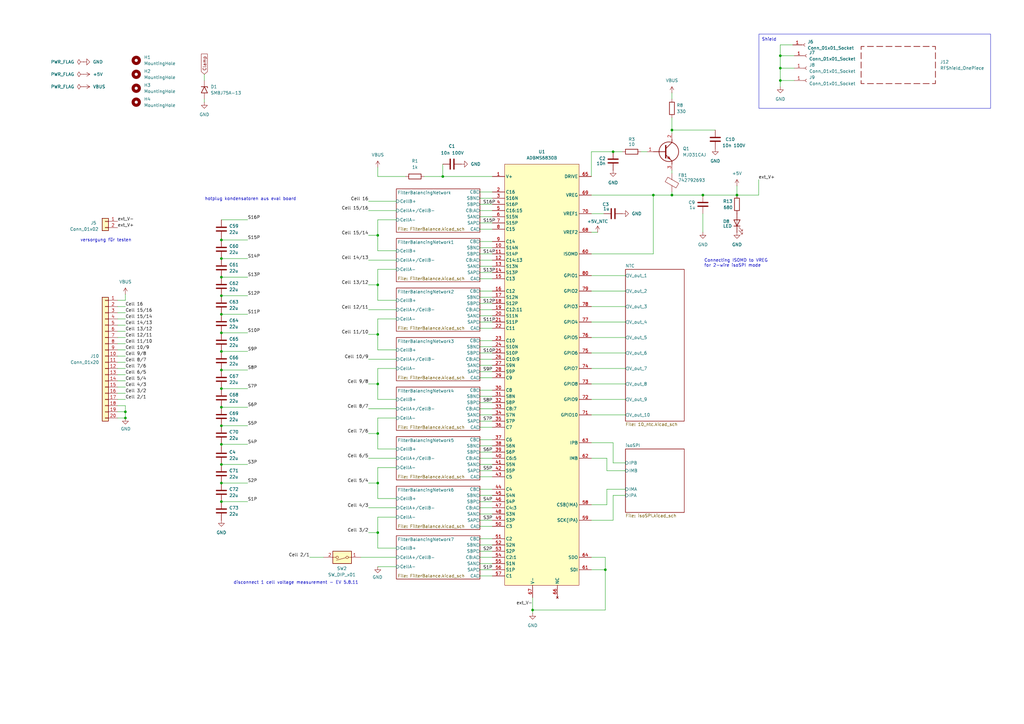
<source format=kicad_sch>
(kicad_sch
	(version 20231120)
	(generator "eeschema")
	(generator_version "8.0")
	(uuid "64eac9c4-e018-49db-b598-a7107a0db15b")
	(paper "A3")
	(lib_symbols
		(symbol "ADBMS6830B_lang:ADBMS6830B_Tall"
			(exclude_from_sim no)
			(in_bom yes)
			(on_board yes)
			(property "Reference" "U"
				(at 0 1.27 0)
				(effects
					(font
						(size 1.27 1.27)
					)
				)
			)
			(property "Value" "ADBMS6830B"
				(at 0 -1.27 0)
				(effects
					(font
						(size 1.27 1.27)
					)
				)
			)
			(property "Footprint" "ADBMS6830:QFP-80_12x12_Pitch0.5mm"
				(at -48.26 53.34 0)
				(effects
					(font
						(size 1.27 1.27)
					)
					(hide yes)
				)
			)
			(property "Datasheet" "~/ADBMS6830B_ADI.pdf"
				(at -48.26 53.34 0)
				(effects
					(font
						(size 1.27 1.27)
					)
					(hide yes)
				)
			)
			(property "Description" ""
				(at 0 0 0)
				(effects
					(font
						(size 1.27 1.27)
					)
					(hide yes)
				)
			)
			(symbol "ADBMS6830B_Tall_1_0"
				(pin input line
					(at -20.32 46.99 0)
					(length 5)
					(name "C14:13"
						(effects
							(font
								(size 1.27 1.27)
							)
						)
					)
					(number "12"
						(effects
							(font
								(size 1.27 1.27)
							)
						)
					)
				)
				(pin input line
					(at -20.32 6.35 0)
					(length 5)
					(name "C10:9"
						(effects
							(font
								(size 1.27 1.27)
							)
						)
					)
					(number "26"
						(effects
							(font
								(size 1.27 1.27)
							)
						)
					)
				)
				(pin input line
					(at -20.32 -13.97 0)
					(length 5)
					(name "C8:7"
						(effects
							(font
								(size 1.27 1.27)
							)
						)
					)
					(number "33"
						(effects
							(font
								(size 1.27 1.27)
							)
						)
					)
				)
				(pin input line
					(at -20.32 -34.29 0)
					(length 5)
					(name "C6:5"
						(effects
							(font
								(size 1.27 1.27)
							)
						)
					)
					(number "40"
						(effects
							(font
								(size 1.27 1.27)
							)
						)
					)
				)
				(pin input line
					(at -20.32 -54.61 0)
					(length 5)
					(name "C4:3"
						(effects
							(font
								(size 1.27 1.27)
							)
						)
					)
					(number "47"
						(effects
							(font
								(size 1.27 1.27)
							)
						)
					)
				)
				(pin input line
					(at -20.32 -74.93 0)
					(length 5)
					(name "C2:1"
						(effects
							(font
								(size 1.27 1.27)
							)
						)
					)
					(number "54"
						(effects
							(font
								(size 1.27 1.27)
							)
						)
					)
				)
				(pin no_connect line
					(at 6.35 -91.44 90)
					(length 5)
					(name "NC"
						(effects
							(font
								(size 1.27 1.27)
							)
						)
					)
					(number "66"
						(effects
							(font
								(size 1.27 1.27)
							)
						)
					)
				)
				(pin bidirectional line
					(at 20.32 -16.51 180)
					(length 5)
					(name "GPIO10"
						(effects
							(font
								(size 1.27 1.27)
							)
						)
					)
					(number "71"
						(effects
							(font
								(size 1.27 1.27)
							)
						)
					)
				)
			)
			(symbol "ADBMS6830B_Tall_1_1"
				(rectangle
					(start -15.24 86.36)
					(end 15.24 -86.36)
					(stroke
						(width 0)
						(type default)
					)
					(fill
						(type background)
					)
				)
				(pin power_out line
					(at -20.32 81.28 0)
					(length 5)
					(name "V+"
						(effects
							(font
								(size 1.27 1.27)
							)
						)
					)
					(number "1"
						(effects
							(font
								(size 1.27 1.27)
							)
						)
					)
				)
				(pin input line
					(at -20.32 52.07 0)
					(length 5)
					(name "S14N"
						(effects
							(font
								(size 1.27 1.27)
							)
						)
					)
					(number "10"
						(effects
							(font
								(size 1.27 1.27)
							)
						)
					)
				)
				(pin input line
					(at -20.32 49.53 0)
					(length 5)
					(name "S14P"
						(effects
							(font
								(size 1.27 1.27)
							)
						)
					)
					(number "11"
						(effects
							(font
								(size 1.27 1.27)
							)
						)
					)
				)
				(pin input line
					(at -20.32 44.45 0)
					(length 5)
					(name "S13N"
						(effects
							(font
								(size 1.27 1.27)
							)
						)
					)
					(number "13"
						(effects
							(font
								(size 1.27 1.27)
							)
						)
					)
				)
				(pin input line
					(at -20.32 41.91 0)
					(length 5)
					(name "S13P"
						(effects
							(font
								(size 1.27 1.27)
							)
						)
					)
					(number "14"
						(effects
							(font
								(size 1.27 1.27)
							)
						)
					)
				)
				(pin input line
					(at -20.32 39.37 0)
					(length 5)
					(name "C13"
						(effects
							(font
								(size 1.27 1.27)
							)
						)
					)
					(number "15"
						(effects
							(font
								(size 1.27 1.27)
							)
						)
					)
				)
				(pin input line
					(at -20.32 34.29 0)
					(length 5)
					(name "C12"
						(effects
							(font
								(size 1.27 1.27)
							)
						)
					)
					(number "16"
						(effects
							(font
								(size 1.27 1.27)
							)
						)
					)
				)
				(pin input line
					(at -20.32 31.75 0)
					(length 5)
					(name "S12N"
						(effects
							(font
								(size 1.27 1.27)
							)
						)
					)
					(number "17"
						(effects
							(font
								(size 1.27 1.27)
							)
						)
					)
				)
				(pin input line
					(at -20.32 29.21 0)
					(length 5)
					(name "S12P"
						(effects
							(font
								(size 1.27 1.27)
							)
						)
					)
					(number "18"
						(effects
							(font
								(size 1.27 1.27)
							)
						)
					)
				)
				(pin input line
					(at -20.32 26.67 0)
					(length 5)
					(name "C12:11"
						(effects
							(font
								(size 1.27 1.27)
							)
						)
					)
					(number "19"
						(effects
							(font
								(size 1.27 1.27)
							)
						)
					)
				)
				(pin input line
					(at -20.32 74.93 0)
					(length 5)
					(name "C16"
						(effects
							(font
								(size 1.27 1.27)
							)
						)
					)
					(number "2"
						(effects
							(font
								(size 1.27 1.27)
							)
						)
					)
				)
				(pin input line
					(at -20.32 24.13 0)
					(length 5)
					(name "S11N"
						(effects
							(font
								(size 1.27 1.27)
							)
						)
					)
					(number "20"
						(effects
							(font
								(size 1.27 1.27)
							)
						)
					)
				)
				(pin input line
					(at -20.32 21.59 0)
					(length 5)
					(name "S11P"
						(effects
							(font
								(size 1.27 1.27)
							)
						)
					)
					(number "21"
						(effects
							(font
								(size 1.27 1.27)
							)
						)
					)
				)
				(pin input line
					(at -20.32 19.05 0)
					(length 5)
					(name "C11"
						(effects
							(font
								(size 1.27 1.27)
							)
						)
					)
					(number "22"
						(effects
							(font
								(size 1.27 1.27)
							)
						)
					)
				)
				(pin input line
					(at -20.32 13.97 0)
					(length 5)
					(name "C10"
						(effects
							(font
								(size 1.27 1.27)
							)
						)
					)
					(number "23"
						(effects
							(font
								(size 1.27 1.27)
							)
						)
					)
				)
				(pin input line
					(at -20.32 11.43 0)
					(length 5)
					(name "S10N"
						(effects
							(font
								(size 1.27 1.27)
							)
						)
					)
					(number "24"
						(effects
							(font
								(size 1.27 1.27)
							)
						)
					)
				)
				(pin input line
					(at -20.32 8.89 0)
					(length 5)
					(name "S10P"
						(effects
							(font
								(size 1.27 1.27)
							)
						)
					)
					(number "25"
						(effects
							(font
								(size 1.27 1.27)
							)
						)
					)
				)
				(pin input line
					(at -20.32 3.81 0)
					(length 5)
					(name "S9N"
						(effects
							(font
								(size 1.27 1.27)
							)
						)
					)
					(number "27"
						(effects
							(font
								(size 1.27 1.27)
							)
						)
					)
				)
				(pin input line
					(at -20.32 1.27 0)
					(length 5)
					(name "S9P"
						(effects
							(font
								(size 1.27 1.27)
							)
						)
					)
					(number "28"
						(effects
							(font
								(size 1.27 1.27)
							)
						)
					)
				)
				(pin input line
					(at -20.32 -1.27 0)
					(length 5)
					(name "C9"
						(effects
							(font
								(size 1.27 1.27)
							)
						)
					)
					(number "29"
						(effects
							(font
								(size 1.27 1.27)
							)
						)
					)
				)
				(pin input line
					(at -20.32 72.39 0)
					(length 5)
					(name "S16N"
						(effects
							(font
								(size 1.27 1.27)
							)
						)
					)
					(number "3"
						(effects
							(font
								(size 1.27 1.27)
							)
						)
					)
				)
				(pin input line
					(at -20.32 -6.35 0)
					(length 5)
					(name "C8"
						(effects
							(font
								(size 1.27 1.27)
							)
						)
					)
					(number "30"
						(effects
							(font
								(size 1.27 1.27)
							)
						)
					)
				)
				(pin input line
					(at -20.32 -8.89 0)
					(length 5)
					(name "S8N"
						(effects
							(font
								(size 1.27 1.27)
							)
						)
					)
					(number "31"
						(effects
							(font
								(size 1.27 1.27)
							)
						)
					)
				)
				(pin input line
					(at -20.32 -11.43 0)
					(length 5)
					(name "S8P"
						(effects
							(font
								(size 1.27 1.27)
							)
						)
					)
					(number "32"
						(effects
							(font
								(size 1.27 1.27)
							)
						)
					)
				)
				(pin input line
					(at -20.32 -16.51 0)
					(length 5)
					(name "S7N"
						(effects
							(font
								(size 1.27 1.27)
							)
						)
					)
					(number "34"
						(effects
							(font
								(size 1.27 1.27)
							)
						)
					)
				)
				(pin input line
					(at -20.32 -19.05 0)
					(length 5)
					(name "S7P"
						(effects
							(font
								(size 1.27 1.27)
							)
						)
					)
					(number "35"
						(effects
							(font
								(size 1.27 1.27)
							)
						)
					)
				)
				(pin input line
					(at -20.32 -21.59 0)
					(length 5)
					(name "C7"
						(effects
							(font
								(size 1.27 1.27)
							)
						)
					)
					(number "36"
						(effects
							(font
								(size 1.27 1.27)
							)
						)
					)
				)
				(pin input line
					(at -20.32 -26.67 0)
					(length 5)
					(name "C6"
						(effects
							(font
								(size 1.27 1.27)
							)
						)
					)
					(number "37"
						(effects
							(font
								(size 1.27 1.27)
							)
						)
					)
				)
				(pin input line
					(at -20.32 -29.21 0)
					(length 5)
					(name "S6N"
						(effects
							(font
								(size 1.27 1.27)
							)
						)
					)
					(number "38"
						(effects
							(font
								(size 1.27 1.27)
							)
						)
					)
				)
				(pin input line
					(at -20.32 -31.75 0)
					(length 5)
					(name "S6P"
						(effects
							(font
								(size 1.27 1.27)
							)
						)
					)
					(number "39"
						(effects
							(font
								(size 1.27 1.27)
							)
						)
					)
				)
				(pin input line
					(at -20.32 69.85 0)
					(length 5)
					(name "S16P"
						(effects
							(font
								(size 1.27 1.27)
							)
						)
					)
					(number "4"
						(effects
							(font
								(size 1.27 1.27)
							)
						)
					)
				)
				(pin input line
					(at -20.32 -36.83 0)
					(length 5)
					(name "S5N"
						(effects
							(font
								(size 1.27 1.27)
							)
						)
					)
					(number "41"
						(effects
							(font
								(size 1.27 1.27)
							)
						)
					)
				)
				(pin input line
					(at -20.32 -39.37 0)
					(length 5)
					(name "S5P"
						(effects
							(font
								(size 1.27 1.27)
							)
						)
					)
					(number "42"
						(effects
							(font
								(size 1.27 1.27)
							)
						)
					)
				)
				(pin input line
					(at -20.32 -41.91 0)
					(length 5)
					(name "C5"
						(effects
							(font
								(size 1.27 1.27)
							)
						)
					)
					(number "43"
						(effects
							(font
								(size 1.27 1.27)
							)
						)
					)
				)
				(pin input line
					(at -20.32 -46.99 0)
					(length 5)
					(name "C4"
						(effects
							(font
								(size 1.27 1.27)
							)
						)
					)
					(number "44"
						(effects
							(font
								(size 1.27 1.27)
							)
						)
					)
				)
				(pin input line
					(at -20.32 -49.53 0)
					(length 5)
					(name "S4N"
						(effects
							(font
								(size 1.27 1.27)
							)
						)
					)
					(number "45"
						(effects
							(font
								(size 1.27 1.27)
							)
						)
					)
				)
				(pin input line
					(at -20.32 -52.07 0)
					(length 5)
					(name "S4P"
						(effects
							(font
								(size 1.27 1.27)
							)
						)
					)
					(number "46"
						(effects
							(font
								(size 1.27 1.27)
							)
						)
					)
				)
				(pin input line
					(at -20.32 -57.15 0)
					(length 5)
					(name "S3N"
						(effects
							(font
								(size 1.27 1.27)
							)
						)
					)
					(number "48"
						(effects
							(font
								(size 1.27 1.27)
							)
						)
					)
				)
				(pin input line
					(at -20.32 -59.69 0)
					(length 5)
					(name "S3P"
						(effects
							(font
								(size 1.27 1.27)
							)
						)
					)
					(number "49"
						(effects
							(font
								(size 1.27 1.27)
							)
						)
					)
				)
				(pin input line
					(at -20.32 67.31 0)
					(length 5)
					(name "C16:15"
						(effects
							(font
								(size 1.27 1.27)
							)
						)
					)
					(number "5"
						(effects
							(font
								(size 1.27 1.27)
							)
						)
					)
				)
				(pin input line
					(at -20.32 -62.23 0)
					(length 5)
					(name "C3"
						(effects
							(font
								(size 1.27 1.27)
							)
						)
					)
					(number "50"
						(effects
							(font
								(size 1.27 1.27)
							)
						)
					)
				)
				(pin input line
					(at -20.32 -67.31 0)
					(length 5)
					(name "C2"
						(effects
							(font
								(size 1.27 1.27)
							)
						)
					)
					(number "51"
						(effects
							(font
								(size 1.27 1.27)
							)
						)
					)
				)
				(pin input line
					(at -20.32 -69.85 0)
					(length 5)
					(name "S2N"
						(effects
							(font
								(size 1.27 1.27)
							)
						)
					)
					(number "52"
						(effects
							(font
								(size 1.27 1.27)
							)
						)
					)
				)
				(pin input line
					(at -20.32 -72.39 0)
					(length 5)
					(name "S2P"
						(effects
							(font
								(size 1.27 1.27)
							)
						)
					)
					(number "53"
						(effects
							(font
								(size 1.27 1.27)
							)
						)
					)
				)
				(pin input line
					(at -20.32 -77.47 0)
					(length 5)
					(name "S1N"
						(effects
							(font
								(size 1.27 1.27)
							)
						)
					)
					(number "55"
						(effects
							(font
								(size 1.27 1.27)
							)
						)
					)
				)
				(pin input line
					(at -20.32 -80.01 0)
					(length 5)
					(name "S1P"
						(effects
							(font
								(size 1.27 1.27)
							)
						)
					)
					(number "56"
						(effects
							(font
								(size 1.27 1.27)
							)
						)
					)
				)
				(pin input line
					(at -20.32 -82.55 0)
					(length 5)
					(name "C1"
						(effects
							(font
								(size 1.27 1.27)
							)
						)
					)
					(number "57"
						(effects
							(font
								(size 1.27 1.27)
							)
						)
					)
				)
				(pin bidirectional line
					(at 20.32 -53.34 180)
					(length 5)
					(name "CSB(IMA)"
						(effects
							(font
								(size 1.27 1.27)
							)
						)
					)
					(number "58"
						(effects
							(font
								(size 1.27 1.27)
							)
						)
					)
				)
				(pin bidirectional line
					(at 20.32 -59.69 180)
					(length 5)
					(name "SCK(IPA)"
						(effects
							(font
								(size 1.27 1.27)
							)
						)
					)
					(number "59"
						(effects
							(font
								(size 1.27 1.27)
							)
						)
					)
				)
				(pin input line
					(at -20.32 64.77 0)
					(length 5)
					(name "S15N"
						(effects
							(font
								(size 1.27 1.27)
							)
						)
					)
					(number "6"
						(effects
							(font
								(size 1.27 1.27)
							)
						)
					)
				)
				(pin bidirectional line
					(at 20.32 49.53 180)
					(length 5)
					(name "ISOMD"
						(effects
							(font
								(size 1.27 1.27)
							)
						)
					)
					(number "60"
						(effects
							(font
								(size 1.27 1.27)
							)
						)
					)
				)
				(pin bidirectional line
					(at 20.32 -80.01 180)
					(length 5)
					(name "SDI"
						(effects
							(font
								(size 1.27 1.27)
							)
						)
					)
					(number "61"
						(effects
							(font
								(size 1.27 1.27)
							)
						)
					)
				)
				(pin bidirectional line
					(at 20.32 -34.29 180)
					(length 5)
					(name "IMB"
						(effects
							(font
								(size 1.27 1.27)
							)
						)
					)
					(number "62"
						(effects
							(font
								(size 1.27 1.27)
							)
						)
					)
				)
				(pin bidirectional line
					(at 20.32 -27.94 180)
					(length 5)
					(name "IPB"
						(effects
							(font
								(size 1.27 1.27)
							)
						)
					)
					(number "63"
						(effects
							(font
								(size 1.27 1.27)
							)
						)
					)
				)
				(pin bidirectional line
					(at 20.32 -74.93 180)
					(length 5)
					(name "SDO"
						(effects
							(font
								(size 1.27 1.27)
							)
						)
					)
					(number "64"
						(effects
							(font
								(size 1.27 1.27)
							)
						)
					)
				)
				(pin bidirectional line
					(at 20.32 81.28 180)
					(length 5)
					(name "DRIVE"
						(effects
							(font
								(size 1.27 1.27)
							)
						)
					)
					(number "65"
						(effects
							(font
								(size 1.27 1.27)
							)
						)
					)
				)
				(pin input line
					(at -3.81 -91.44 90)
					(length 5)
					(name "V-"
						(effects
							(font
								(size 1.27 1.27)
							)
						)
					)
					(number "67"
						(effects
							(font
								(size 1.27 1.27)
							)
						)
					)
				)
				(pin power_out line
					(at 20.32 58.42 180)
					(length 5)
					(name "VREF2"
						(effects
							(font
								(size 1.27 1.27)
							)
						)
					)
					(number "68"
						(effects
							(font
								(size 1.27 1.27)
							)
						)
					)
				)
				(pin input line
					(at 20.32 73.66 180)
					(length 5)
					(name "VREG"
						(effects
							(font
								(size 1.27 1.27)
							)
						)
					)
					(number "69"
						(effects
							(font
								(size 1.27 1.27)
							)
						)
					)
				)
				(pin input line
					(at -20.32 62.23 0)
					(length 5)
					(name "S15P"
						(effects
							(font
								(size 1.27 1.27)
							)
						)
					)
					(number "7"
						(effects
							(font
								(size 1.27 1.27)
							)
						)
					)
				)
				(pin power_out line
					(at 20.32 66.04 180)
					(length 5)
					(name "VREF1"
						(effects
							(font
								(size 1.27 1.27)
							)
						)
					)
					(number "70"
						(effects
							(font
								(size 1.27 1.27)
							)
						)
					)
				)
				(pin bidirectional line
					(at 20.32 -10.16 180)
					(length 5)
					(name "GPIO9"
						(effects
							(font
								(size 1.27 1.27)
							)
						)
					)
					(number "72"
						(effects
							(font
								(size 1.27 1.27)
							)
						)
					)
				)
				(pin bidirectional line
					(at 20.32 -3.81 180)
					(length 5)
					(name "GPIO8"
						(effects
							(font
								(size 1.27 1.27)
							)
						)
					)
					(number "73"
						(effects
							(font
								(size 1.27 1.27)
							)
						)
					)
				)
				(pin bidirectional line
					(at 20.32 2.54 180)
					(length 5)
					(name "GPIO7"
						(effects
							(font
								(size 1.27 1.27)
							)
						)
					)
					(number "74"
						(effects
							(font
								(size 1.27 1.27)
							)
						)
					)
				)
				(pin bidirectional line
					(at 20.32 8.89 180)
					(length 5)
					(name "GPIO6"
						(effects
							(font
								(size 1.27 1.27)
							)
						)
					)
					(number "75"
						(effects
							(font
								(size 1.27 1.27)
							)
						)
					)
				)
				(pin bidirectional line
					(at 20.32 15.24 180)
					(length 5)
					(name "GPIO5"
						(effects
							(font
								(size 1.27 1.27)
							)
						)
					)
					(number "76"
						(effects
							(font
								(size 1.27 1.27)
							)
						)
					)
				)
				(pin bidirectional line
					(at 20.32 21.59 180)
					(length 5)
					(name "GPIO4"
						(effects
							(font
								(size 1.27 1.27)
							)
						)
					)
					(number "77"
						(effects
							(font
								(size 1.27 1.27)
							)
						)
					)
				)
				(pin bidirectional line
					(at 20.32 27.94 180)
					(length 5)
					(name "GPIO3"
						(effects
							(font
								(size 1.27 1.27)
							)
						)
					)
					(number "78"
						(effects
							(font
								(size 1.27 1.27)
							)
						)
					)
				)
				(pin bidirectional line
					(at 20.32 34.29 180)
					(length 5)
					(name "GPIO2"
						(effects
							(font
								(size 1.27 1.27)
							)
						)
					)
					(number "79"
						(effects
							(font
								(size 1.27 1.27)
							)
						)
					)
				)
				(pin input line
					(at -20.32 59.69 0)
					(length 5)
					(name "C15"
						(effects
							(font
								(size 1.27 1.27)
							)
						)
					)
					(number "8"
						(effects
							(font
								(size 1.27 1.27)
							)
						)
					)
				)
				(pin bidirectional line
					(at 20.32 40.64 180)
					(length 5)
					(name "GPIO1"
						(effects
							(font
								(size 1.27 1.27)
							)
						)
					)
					(number "80"
						(effects
							(font
								(size 1.27 1.27)
							)
						)
					)
				)
				(pin input line
					(at -20.32 54.61 0)
					(length 5)
					(name "C14"
						(effects
							(font
								(size 1.27 1.27)
							)
						)
					)
					(number "9"
						(effects
							(font
								(size 1.27 1.27)
							)
						)
					)
				)
			)
		)
		(symbol "Connector:Conn_01x01_Socket"
			(pin_names
				(offset 1.016) hide)
			(exclude_from_sim no)
			(in_bom yes)
			(on_board yes)
			(property "Reference" "J"
				(at 0 2.54 0)
				(effects
					(font
						(size 1.27 1.27)
					)
				)
			)
			(property "Value" "Conn_01x01_Socket"
				(at 0 -2.54 0)
				(effects
					(font
						(size 1.27 1.27)
					)
				)
			)
			(property "Footprint" ""
				(at 0 0 0)
				(effects
					(font
						(size 1.27 1.27)
					)
					(hide yes)
				)
			)
			(property "Datasheet" "~"
				(at 0 0 0)
				(effects
					(font
						(size 1.27 1.27)
					)
					(hide yes)
				)
			)
			(property "Description" "Generic connector, single row, 01x01, script generated"
				(at 0 0 0)
				(effects
					(font
						(size 1.27 1.27)
					)
					(hide yes)
				)
			)
			(property "ki_locked" ""
				(at 0 0 0)
				(effects
					(font
						(size 1.27 1.27)
					)
				)
			)
			(property "ki_keywords" "connector"
				(at 0 0 0)
				(effects
					(font
						(size 1.27 1.27)
					)
					(hide yes)
				)
			)
			(property "ki_fp_filters" "Connector*:*_1x??_*"
				(at 0 0 0)
				(effects
					(font
						(size 1.27 1.27)
					)
					(hide yes)
				)
			)
			(symbol "Conn_01x01_Socket_1_1"
				(polyline
					(pts
						(xy -1.27 0) (xy -0.508 0)
					)
					(stroke
						(width 0.1524)
						(type default)
					)
					(fill
						(type none)
					)
				)
				(arc
					(start 0 0.508)
					(mid -0.5058 0)
					(end 0 -0.508)
					(stroke
						(width 0.1524)
						(type default)
					)
					(fill
						(type none)
					)
				)
				(pin passive line
					(at -5.08 0 0)
					(length 3.81)
					(name "Pin_1"
						(effects
							(font
								(size 1.27 1.27)
							)
						)
					)
					(number "1"
						(effects
							(font
								(size 1.27 1.27)
							)
						)
					)
				)
			)
		)
		(symbol "Connector_Generic:Conn_01x02"
			(pin_names
				(offset 1.016) hide)
			(exclude_from_sim no)
			(in_bom yes)
			(on_board yes)
			(property "Reference" "J"
				(at 0 2.54 0)
				(effects
					(font
						(size 1.27 1.27)
					)
				)
			)
			(property "Value" "Conn_01x02"
				(at 0 -5.08 0)
				(effects
					(font
						(size 1.27 1.27)
					)
				)
			)
			(property "Footprint" ""
				(at 0 0 0)
				(effects
					(font
						(size 1.27 1.27)
					)
					(hide yes)
				)
			)
			(property "Datasheet" "~"
				(at 0 0 0)
				(effects
					(font
						(size 1.27 1.27)
					)
					(hide yes)
				)
			)
			(property "Description" "Generic connector, single row, 01x02, script generated (kicad-library-utils/schlib/autogen/connector/)"
				(at 0 0 0)
				(effects
					(font
						(size 1.27 1.27)
					)
					(hide yes)
				)
			)
			(property "ki_keywords" "connector"
				(at 0 0 0)
				(effects
					(font
						(size 1.27 1.27)
					)
					(hide yes)
				)
			)
			(property "ki_fp_filters" "Connector*:*_1x??_*"
				(at 0 0 0)
				(effects
					(font
						(size 1.27 1.27)
					)
					(hide yes)
				)
			)
			(symbol "Conn_01x02_1_1"
				(rectangle
					(start -1.27 -2.413)
					(end 0 -2.667)
					(stroke
						(width 0.1524)
						(type default)
					)
					(fill
						(type none)
					)
				)
				(rectangle
					(start -1.27 0.127)
					(end 0 -0.127)
					(stroke
						(width 0.1524)
						(type default)
					)
					(fill
						(type none)
					)
				)
				(rectangle
					(start -1.27 1.27)
					(end 1.27 -3.81)
					(stroke
						(width 0.254)
						(type default)
					)
					(fill
						(type background)
					)
				)
				(pin passive line
					(at -5.08 0 0)
					(length 3.81)
					(name "Pin_1"
						(effects
							(font
								(size 1.27 1.27)
							)
						)
					)
					(number "1"
						(effects
							(font
								(size 1.27 1.27)
							)
						)
					)
				)
				(pin passive line
					(at -5.08 -2.54 0)
					(length 3.81)
					(name "Pin_2"
						(effects
							(font
								(size 1.27 1.27)
							)
						)
					)
					(number "2"
						(effects
							(font
								(size 1.27 1.27)
							)
						)
					)
				)
			)
		)
		(symbol "Connector_Generic:Conn_01x20"
			(pin_names
				(offset 1.016) hide)
			(exclude_from_sim no)
			(in_bom yes)
			(on_board yes)
			(property "Reference" "J"
				(at 0 25.4 0)
				(effects
					(font
						(size 1.27 1.27)
					)
				)
			)
			(property "Value" "Conn_01x20"
				(at 0 -27.94 0)
				(effects
					(font
						(size 1.27 1.27)
					)
				)
			)
			(property "Footprint" ""
				(at 0 0 0)
				(effects
					(font
						(size 1.27 1.27)
					)
					(hide yes)
				)
			)
			(property "Datasheet" "~"
				(at 0 0 0)
				(effects
					(font
						(size 1.27 1.27)
					)
					(hide yes)
				)
			)
			(property "Description" "Generic connector, single row, 01x20, script generated (kicad-library-utils/schlib/autogen/connector/)"
				(at 0 0 0)
				(effects
					(font
						(size 1.27 1.27)
					)
					(hide yes)
				)
			)
			(property "ki_keywords" "connector"
				(at 0 0 0)
				(effects
					(font
						(size 1.27 1.27)
					)
					(hide yes)
				)
			)
			(property "ki_fp_filters" "Connector*:*_1x??_*"
				(at 0 0 0)
				(effects
					(font
						(size 1.27 1.27)
					)
					(hide yes)
				)
			)
			(symbol "Conn_01x20_1_1"
				(rectangle
					(start -1.27 -25.273)
					(end 0 -25.527)
					(stroke
						(width 0.1524)
						(type default)
					)
					(fill
						(type none)
					)
				)
				(rectangle
					(start -1.27 -22.733)
					(end 0 -22.987)
					(stroke
						(width 0.1524)
						(type default)
					)
					(fill
						(type none)
					)
				)
				(rectangle
					(start -1.27 -20.193)
					(end 0 -20.447)
					(stroke
						(width 0.1524)
						(type default)
					)
					(fill
						(type none)
					)
				)
				(rectangle
					(start -1.27 -17.653)
					(end 0 -17.907)
					(stroke
						(width 0.1524)
						(type default)
					)
					(fill
						(type none)
					)
				)
				(rectangle
					(start -1.27 -15.113)
					(end 0 -15.367)
					(stroke
						(width 0.1524)
						(type default)
					)
					(fill
						(type none)
					)
				)
				(rectangle
					(start -1.27 -12.573)
					(end 0 -12.827)
					(stroke
						(width 0.1524)
						(type default)
					)
					(fill
						(type none)
					)
				)
				(rectangle
					(start -1.27 -10.033)
					(end 0 -10.287)
					(stroke
						(width 0.1524)
						(type default)
					)
					(fill
						(type none)
					)
				)
				(rectangle
					(start -1.27 -7.493)
					(end 0 -7.747)
					(stroke
						(width 0.1524)
						(type default)
					)
					(fill
						(type none)
					)
				)
				(rectangle
					(start -1.27 -4.953)
					(end 0 -5.207)
					(stroke
						(width 0.1524)
						(type default)
					)
					(fill
						(type none)
					)
				)
				(rectangle
					(start -1.27 -2.413)
					(end 0 -2.667)
					(stroke
						(width 0.1524)
						(type default)
					)
					(fill
						(type none)
					)
				)
				(rectangle
					(start -1.27 0.127)
					(end 0 -0.127)
					(stroke
						(width 0.1524)
						(type default)
					)
					(fill
						(type none)
					)
				)
				(rectangle
					(start -1.27 2.667)
					(end 0 2.413)
					(stroke
						(width 0.1524)
						(type default)
					)
					(fill
						(type none)
					)
				)
				(rectangle
					(start -1.27 5.207)
					(end 0 4.953)
					(stroke
						(width 0.1524)
						(type default)
					)
					(fill
						(type none)
					)
				)
				(rectangle
					(start -1.27 7.747)
					(end 0 7.493)
					(stroke
						(width 0.1524)
						(type default)
					)
					(fill
						(type none)
					)
				)
				(rectangle
					(start -1.27 10.287)
					(end 0 10.033)
					(stroke
						(width 0.1524)
						(type default)
					)
					(fill
						(type none)
					)
				)
				(rectangle
					(start -1.27 12.827)
					(end 0 12.573)
					(stroke
						(width 0.1524)
						(type default)
					)
					(fill
						(type none)
					)
				)
				(rectangle
					(start -1.27 15.367)
					(end 0 15.113)
					(stroke
						(width 0.1524)
						(type default)
					)
					(fill
						(type none)
					)
				)
				(rectangle
					(start -1.27 17.907)
					(end 0 17.653)
					(stroke
						(width 0.1524)
						(type default)
					)
					(fill
						(type none)
					)
				)
				(rectangle
					(start -1.27 20.447)
					(end 0 20.193)
					(stroke
						(width 0.1524)
						(type default)
					)
					(fill
						(type none)
					)
				)
				(rectangle
					(start -1.27 22.987)
					(end 0 22.733)
					(stroke
						(width 0.1524)
						(type default)
					)
					(fill
						(type none)
					)
				)
				(rectangle
					(start -1.27 24.13)
					(end 1.27 -26.67)
					(stroke
						(width 0.254)
						(type default)
					)
					(fill
						(type background)
					)
				)
				(pin passive line
					(at -5.08 22.86 0)
					(length 3.81)
					(name "Pin_1"
						(effects
							(font
								(size 1.27 1.27)
							)
						)
					)
					(number "1"
						(effects
							(font
								(size 1.27 1.27)
							)
						)
					)
				)
				(pin passive line
					(at -5.08 0 0)
					(length 3.81)
					(name "Pin_10"
						(effects
							(font
								(size 1.27 1.27)
							)
						)
					)
					(number "10"
						(effects
							(font
								(size 1.27 1.27)
							)
						)
					)
				)
				(pin passive line
					(at -5.08 -2.54 0)
					(length 3.81)
					(name "Pin_11"
						(effects
							(font
								(size 1.27 1.27)
							)
						)
					)
					(number "11"
						(effects
							(font
								(size 1.27 1.27)
							)
						)
					)
				)
				(pin passive line
					(at -5.08 -5.08 0)
					(length 3.81)
					(name "Pin_12"
						(effects
							(font
								(size 1.27 1.27)
							)
						)
					)
					(number "12"
						(effects
							(font
								(size 1.27 1.27)
							)
						)
					)
				)
				(pin passive line
					(at -5.08 -7.62 0)
					(length 3.81)
					(name "Pin_13"
						(effects
							(font
								(size 1.27 1.27)
							)
						)
					)
					(number "13"
						(effects
							(font
								(size 1.27 1.27)
							)
						)
					)
				)
				(pin passive line
					(at -5.08 -10.16 0)
					(length 3.81)
					(name "Pin_14"
						(effects
							(font
								(size 1.27 1.27)
							)
						)
					)
					(number "14"
						(effects
							(font
								(size 1.27 1.27)
							)
						)
					)
				)
				(pin passive line
					(at -5.08 -12.7 0)
					(length 3.81)
					(name "Pin_15"
						(effects
							(font
								(size 1.27 1.27)
							)
						)
					)
					(number "15"
						(effects
							(font
								(size 1.27 1.27)
							)
						)
					)
				)
				(pin passive line
					(at -5.08 -15.24 0)
					(length 3.81)
					(name "Pin_16"
						(effects
							(font
								(size 1.27 1.27)
							)
						)
					)
					(number "16"
						(effects
							(font
								(size 1.27 1.27)
							)
						)
					)
				)
				(pin passive line
					(at -5.08 -17.78 0)
					(length 3.81)
					(name "Pin_17"
						(effects
							(font
								(size 1.27 1.27)
							)
						)
					)
					(number "17"
						(effects
							(font
								(size 1.27 1.27)
							)
						)
					)
				)
				(pin passive line
					(at -5.08 -20.32 0)
					(length 3.81)
					(name "Pin_18"
						(effects
							(font
								(size 1.27 1.27)
							)
						)
					)
					(number "18"
						(effects
							(font
								(size 1.27 1.27)
							)
						)
					)
				)
				(pin passive line
					(at -5.08 -22.86 0)
					(length 3.81)
					(name "Pin_19"
						(effects
							(font
								(size 1.27 1.27)
							)
						)
					)
					(number "19"
						(effects
							(font
								(size 1.27 1.27)
							)
						)
					)
				)
				(pin passive line
					(at -5.08 20.32 0)
					(length 3.81)
					(name "Pin_2"
						(effects
							(font
								(size 1.27 1.27)
							)
						)
					)
					(number "2"
						(effects
							(font
								(size 1.27 1.27)
							)
						)
					)
				)
				(pin passive line
					(at -5.08 -25.4 0)
					(length 3.81)
					(name "Pin_20"
						(effects
							(font
								(size 1.27 1.27)
							)
						)
					)
					(number "20"
						(effects
							(font
								(size 1.27 1.27)
							)
						)
					)
				)
				(pin passive line
					(at -5.08 17.78 0)
					(length 3.81)
					(name "Pin_3"
						(effects
							(font
								(size 1.27 1.27)
							)
						)
					)
					(number "3"
						(effects
							(font
								(size 1.27 1.27)
							)
						)
					)
				)
				(pin passive line
					(at -5.08 15.24 0)
					(length 3.81)
					(name "Pin_4"
						(effects
							(font
								(size 1.27 1.27)
							)
						)
					)
					(number "4"
						(effects
							(font
								(size 1.27 1.27)
							)
						)
					)
				)
				(pin passive line
					(at -5.08 12.7 0)
					(length 3.81)
					(name "Pin_5"
						(effects
							(font
								(size 1.27 1.27)
							)
						)
					)
					(number "5"
						(effects
							(font
								(size 1.27 1.27)
							)
						)
					)
				)
				(pin passive line
					(at -5.08 10.16 0)
					(length 3.81)
					(name "Pin_6"
						(effects
							(font
								(size 1.27 1.27)
							)
						)
					)
					(number "6"
						(effects
							(font
								(size 1.27 1.27)
							)
						)
					)
				)
				(pin passive line
					(at -5.08 7.62 0)
					(length 3.81)
					(name "Pin_7"
						(effects
							(font
								(size 1.27 1.27)
							)
						)
					)
					(number "7"
						(effects
							(font
								(size 1.27 1.27)
							)
						)
					)
				)
				(pin passive line
					(at -5.08 5.08 0)
					(length 3.81)
					(name "Pin_8"
						(effects
							(font
								(size 1.27 1.27)
							)
						)
					)
					(number "8"
						(effects
							(font
								(size 1.27 1.27)
							)
						)
					)
				)
				(pin passive line
					(at -5.08 2.54 0)
					(length 3.81)
					(name "Pin_9"
						(effects
							(font
								(size 1.27 1.27)
							)
						)
					)
					(number "9"
						(effects
							(font
								(size 1.27 1.27)
							)
						)
					)
				)
			)
		)
		(symbol "Device:C"
			(pin_numbers hide)
			(pin_names
				(offset 0.254)
			)
			(exclude_from_sim no)
			(in_bom yes)
			(on_board yes)
			(property "Reference" "C"
				(at 0.635 2.54 0)
				(effects
					(font
						(size 1.27 1.27)
					)
					(justify left)
				)
			)
			(property "Value" "C"
				(at 0.635 -2.54 0)
				(effects
					(font
						(size 1.27 1.27)
					)
					(justify left)
				)
			)
			(property "Footprint" ""
				(at 0.9652 -3.81 0)
				(effects
					(font
						(size 1.27 1.27)
					)
					(hide yes)
				)
			)
			(property "Datasheet" "~"
				(at 0 0 0)
				(effects
					(font
						(size 1.27 1.27)
					)
					(hide yes)
				)
			)
			(property "Description" "Unpolarized capacitor"
				(at 0 0 0)
				(effects
					(font
						(size 1.27 1.27)
					)
					(hide yes)
				)
			)
			(property "ki_keywords" "cap capacitor"
				(at 0 0 0)
				(effects
					(font
						(size 1.27 1.27)
					)
					(hide yes)
				)
			)
			(property "ki_fp_filters" "C_*"
				(at 0 0 0)
				(effects
					(font
						(size 1.27 1.27)
					)
					(hide yes)
				)
			)
			(symbol "C_0_1"
				(polyline
					(pts
						(xy -2.032 -0.762) (xy 2.032 -0.762)
					)
					(stroke
						(width 0.508)
						(type default)
					)
					(fill
						(type none)
					)
				)
				(polyline
					(pts
						(xy -2.032 0.762) (xy 2.032 0.762)
					)
					(stroke
						(width 0.508)
						(type default)
					)
					(fill
						(type none)
					)
				)
			)
			(symbol "C_1_1"
				(pin passive line
					(at 0 3.81 270)
					(length 2.794)
					(name "~"
						(effects
							(font
								(size 1.27 1.27)
							)
						)
					)
					(number "1"
						(effects
							(font
								(size 1.27 1.27)
							)
						)
					)
				)
				(pin passive line
					(at 0 -3.81 90)
					(length 2.794)
					(name "~"
						(effects
							(font
								(size 1.27 1.27)
							)
						)
					)
					(number "2"
						(effects
							(font
								(size 1.27 1.27)
							)
						)
					)
				)
			)
		)
		(symbol "Device:FerriteBead"
			(pin_numbers hide)
			(pin_names
				(offset 0)
			)
			(exclude_from_sim no)
			(in_bom yes)
			(on_board yes)
			(property "Reference" "FB"
				(at -3.81 0.635 90)
				(effects
					(font
						(size 1.27 1.27)
					)
				)
			)
			(property "Value" "FerriteBead"
				(at 3.81 0 90)
				(effects
					(font
						(size 1.27 1.27)
					)
				)
			)
			(property "Footprint" ""
				(at -1.778 0 90)
				(effects
					(font
						(size 1.27 1.27)
					)
					(hide yes)
				)
			)
			(property "Datasheet" "~"
				(at 0 0 0)
				(effects
					(font
						(size 1.27 1.27)
					)
					(hide yes)
				)
			)
			(property "Description" "Ferrite bead"
				(at 0 0 0)
				(effects
					(font
						(size 1.27 1.27)
					)
					(hide yes)
				)
			)
			(property "ki_keywords" "L ferrite bead inductor filter"
				(at 0 0 0)
				(effects
					(font
						(size 1.27 1.27)
					)
					(hide yes)
				)
			)
			(property "ki_fp_filters" "Inductor_* L_* *Ferrite*"
				(at 0 0 0)
				(effects
					(font
						(size 1.27 1.27)
					)
					(hide yes)
				)
			)
			(symbol "FerriteBead_0_1"
				(polyline
					(pts
						(xy 0 -1.27) (xy 0 -1.2192)
					)
					(stroke
						(width 0)
						(type default)
					)
					(fill
						(type none)
					)
				)
				(polyline
					(pts
						(xy 0 1.27) (xy 0 1.2954)
					)
					(stroke
						(width 0)
						(type default)
					)
					(fill
						(type none)
					)
				)
				(polyline
					(pts
						(xy -2.7686 0.4064) (xy -1.7018 2.2606) (xy 2.7686 -0.3048) (xy 1.6764 -2.159) (xy -2.7686 0.4064)
					)
					(stroke
						(width 0)
						(type default)
					)
					(fill
						(type none)
					)
				)
			)
			(symbol "FerriteBead_1_1"
				(pin passive line
					(at 0 3.81 270)
					(length 2.54)
					(name "~"
						(effects
							(font
								(size 1.27 1.27)
							)
						)
					)
					(number "1"
						(effects
							(font
								(size 1.27 1.27)
							)
						)
					)
				)
				(pin passive line
					(at 0 -3.81 90)
					(length 2.54)
					(name "~"
						(effects
							(font
								(size 1.27 1.27)
							)
						)
					)
					(number "2"
						(effects
							(font
								(size 1.27 1.27)
							)
						)
					)
				)
			)
		)
		(symbol "Device:R"
			(pin_numbers hide)
			(pin_names
				(offset 0)
			)
			(exclude_from_sim no)
			(in_bom yes)
			(on_board yes)
			(property "Reference" "R"
				(at 2.032 0 90)
				(effects
					(font
						(size 1.27 1.27)
					)
				)
			)
			(property "Value" "R"
				(at 0 0 90)
				(effects
					(font
						(size 1.27 1.27)
					)
				)
			)
			(property "Footprint" ""
				(at -1.778 0 90)
				(effects
					(font
						(size 1.27 1.27)
					)
					(hide yes)
				)
			)
			(property "Datasheet" "~"
				(at 0 0 0)
				(effects
					(font
						(size 1.27 1.27)
					)
					(hide yes)
				)
			)
			(property "Description" "Resistor"
				(at 0 0 0)
				(effects
					(font
						(size 1.27 1.27)
					)
					(hide yes)
				)
			)
			(property "ki_keywords" "R res resistor"
				(at 0 0 0)
				(effects
					(font
						(size 1.27 1.27)
					)
					(hide yes)
				)
			)
			(property "ki_fp_filters" "R_*"
				(at 0 0 0)
				(effects
					(font
						(size 1.27 1.27)
					)
					(hide yes)
				)
			)
			(symbol "R_0_1"
				(rectangle
					(start -1.016 -2.54)
					(end 1.016 2.54)
					(stroke
						(width 0.254)
						(type default)
					)
					(fill
						(type none)
					)
				)
			)
			(symbol "R_1_1"
				(pin passive line
					(at 0 3.81 270)
					(length 1.27)
					(name "~"
						(effects
							(font
								(size 1.27 1.27)
							)
						)
					)
					(number "1"
						(effects
							(font
								(size 1.27 1.27)
							)
						)
					)
				)
				(pin passive line
					(at 0 -3.81 90)
					(length 1.27)
					(name "~"
						(effects
							(font
								(size 1.27 1.27)
							)
						)
					)
					(number "2"
						(effects
							(font
								(size 1.27 1.27)
							)
						)
					)
				)
			)
		)
		(symbol "Device:RFShield_OnePiece"
			(pin_names
				(offset 1.016)
			)
			(exclude_from_sim no)
			(in_bom yes)
			(on_board yes)
			(property "Reference" "J6"
				(at 17.145 1.27 0)
				(effects
					(font
						(size 1.27 1.27)
					)
					(justify left)
				)
			)
			(property "Value" "RFShield_OnePiece"
				(at 17.145 -1.27 0)
				(effects
					(font
						(size 1.27 1.27)
					)
					(justify left)
				)
			)
			(property "Footprint" ""
				(at 0 -2.54 0)
				(effects
					(font
						(size 1.27 1.27)
					)
					(hide yes)
				)
			)
			(property "Datasheet" "~"
				(at 0 -2.54 0)
				(effects
					(font
						(size 1.27 1.27)
					)
					(hide yes)
				)
			)
			(property "Description" "One-piece EMI RF shielding cabinet"
				(at 0 0 0)
				(effects
					(font
						(size 1.27 1.27)
					)
					(hide yes)
				)
			)
			(property "ki_keywords" "RF EMI shielding cabinet"
				(at 0 0 0)
				(effects
					(font
						(size 1.27 1.27)
					)
					(hide yes)
				)
			)
			(symbol "RFShield_OnePiece_0_1"
				(polyline
					(pts
						(xy -15.24 -5.08) (xy -15.24 -2.54)
					)
					(stroke
						(width 0.254)
						(type default)
					)
					(fill
						(type none)
					)
				)
				(polyline
					(pts
						(xy -15.24 -1.27) (xy -15.24 1.27)
					)
					(stroke
						(width 0.254)
						(type default)
					)
					(fill
						(type none)
					)
				)
				(polyline
					(pts
						(xy -15.24 2.54) (xy -15.24 5.08)
					)
					(stroke
						(width 0.254)
						(type default)
					)
					(fill
						(type none)
					)
				)
				(polyline
					(pts
						(xy -12.7 7.62) (xy -10.16 7.62)
					)
					(stroke
						(width 0.254)
						(type default)
					)
					(fill
						(type none)
					)
				)
				(polyline
					(pts
						(xy -10.16 -7.62) (xy -12.7 -7.62)
					)
					(stroke
						(width 0.254)
						(type default)
					)
					(fill
						(type none)
					)
				)
				(polyline
					(pts
						(xy -6.35 -7.62) (xy -8.89 -7.62)
					)
					(stroke
						(width 0.254)
						(type default)
					)
					(fill
						(type none)
					)
				)
				(polyline
					(pts
						(xy -6.35 7.62) (xy -8.89 7.62)
					)
					(stroke
						(width 0.254)
						(type default)
					)
					(fill
						(type none)
					)
				)
				(polyline
					(pts
						(xy -2.54 -7.62) (xy -5.08 -7.62)
					)
					(stroke
						(width 0.254)
						(type default)
					)
					(fill
						(type none)
					)
				)
				(polyline
					(pts
						(xy -2.54 7.62) (xy -5.08 7.62)
					)
					(stroke
						(width 0.254)
						(type default)
					)
					(fill
						(type none)
					)
				)
				(polyline
					(pts
						(xy -1.27 -7.62) (xy 1.27 -7.62)
					)
					(stroke
						(width 0.254)
						(type default)
					)
					(fill
						(type none)
					)
				)
				(polyline
					(pts
						(xy 1.27 7.62) (xy -1.27 7.62)
					)
					(stroke
						(width 0.254)
						(type default)
					)
					(fill
						(type none)
					)
				)
				(polyline
					(pts
						(xy 2.54 -7.62) (xy 5.08 -7.62)
					)
					(stroke
						(width 0.254)
						(type default)
					)
					(fill
						(type none)
					)
				)
				(polyline
					(pts
						(xy 5.08 7.62) (xy 2.54 7.62)
					)
					(stroke
						(width 0.254)
						(type default)
					)
					(fill
						(type none)
					)
				)
				(polyline
					(pts
						(xy 6.35 -7.62) (xy 8.89 -7.62)
					)
					(stroke
						(width 0.254)
						(type default)
					)
					(fill
						(type none)
					)
				)
				(polyline
					(pts
						(xy 8.89 7.62) (xy 6.35 7.62)
					)
					(stroke
						(width 0.254)
						(type default)
					)
					(fill
						(type none)
					)
				)
				(polyline
					(pts
						(xy 10.16 -7.62) (xy 12.7 -7.62)
					)
					(stroke
						(width 0.254)
						(type default)
					)
					(fill
						(type none)
					)
				)
				(polyline
					(pts
						(xy 12.7 7.62) (xy 10.16 7.62)
					)
					(stroke
						(width 0.254)
						(type default)
					)
					(fill
						(type none)
					)
				)
				(polyline
					(pts
						(xy 15.24 -5.08) (xy 15.24 -2.54)
					)
					(stroke
						(width 0.254)
						(type default)
					)
					(fill
						(type none)
					)
				)
				(polyline
					(pts
						(xy 15.24 -1.27) (xy 15.24 1.27)
					)
					(stroke
						(width 0.254)
						(type default)
					)
					(fill
						(type none)
					)
				)
				(polyline
					(pts
						(xy 15.24 2.54) (xy 15.24 5.08)
					)
					(stroke
						(width 0.254)
						(type default)
					)
					(fill
						(type none)
					)
				)
				(polyline
					(pts
						(xy -15.24 6.35) (xy -15.24 7.62) (xy -13.97 7.62)
					)
					(stroke
						(width 0.254)
						(type default)
					)
					(fill
						(type none)
					)
				)
				(polyline
					(pts
						(xy -13.97 -7.62) (xy -15.24 -7.62) (xy -15.24 -6.35)
					)
					(stroke
						(width 0.254)
						(type default)
					)
					(fill
						(type none)
					)
				)
				(polyline
					(pts
						(xy 13.97 -7.62) (xy 15.24 -7.62) (xy 15.24 -6.35)
					)
					(stroke
						(width 0.254)
						(type default)
					)
					(fill
						(type none)
					)
				)
				(polyline
					(pts
						(xy 15.24 6.35) (xy 15.24 7.62) (xy 13.97 7.62)
					)
					(stroke
						(width 0.254)
						(type default)
					)
					(fill
						(type none)
					)
				)
			)
		)
		(symbol "Diode:SMAJ350A"
			(pin_numbers hide)
			(pin_names
				(offset 1.016) hide)
			(exclude_from_sim no)
			(in_bom yes)
			(on_board yes)
			(property "Reference" "D"
				(at 0 2.54 0)
				(effects
					(font
						(size 1.27 1.27)
					)
				)
			)
			(property "Value" "SMAJ350A"
				(at 0 -2.54 0)
				(effects
					(font
						(size 1.27 1.27)
					)
				)
			)
			(property "Footprint" "Diode_SMD:D_SMA"
				(at 0 -5.08 0)
				(effects
					(font
						(size 1.27 1.27)
					)
					(hide yes)
				)
			)
			(property "Datasheet" "https://www.littelfuse.com/media?resourcetype=datasheets&itemid=75e32973-b177-4ee3-a0ff-cedaf1abdb93&filename=smaj-datasheet"
				(at -1.27 0 0)
				(effects
					(font
						(size 1.27 1.27)
					)
					(hide yes)
				)
			)
			(property "Description" "600W unidirectional Transient Voltage Suppressor, 350.0Vr, SMA(DO-214AC)"
				(at 0 0 0)
				(effects
					(font
						(size 1.27 1.27)
					)
					(hide yes)
				)
			)
			(property "ki_keywords" "unidirectional diode TVS voltage suppressor"
				(at 0 0 0)
				(effects
					(font
						(size 1.27 1.27)
					)
					(hide yes)
				)
			)
			(property "ki_fp_filters" "D*SMA*"
				(at 0 0 0)
				(effects
					(font
						(size 1.27 1.27)
					)
					(hide yes)
				)
			)
			(symbol "SMAJ350A_0_1"
				(polyline
					(pts
						(xy -0.762 1.27) (xy -1.27 1.27) (xy -1.27 -1.27)
					)
					(stroke
						(width 0.254)
						(type default)
					)
					(fill
						(type none)
					)
				)
				(polyline
					(pts
						(xy 1.27 1.27) (xy 1.27 -1.27) (xy -1.27 0) (xy 1.27 1.27)
					)
					(stroke
						(width 0.254)
						(type default)
					)
					(fill
						(type none)
					)
				)
			)
			(symbol "SMAJ350A_1_1"
				(pin passive line
					(at -3.81 0 0)
					(length 2.54)
					(name "A1"
						(effects
							(font
								(size 1.27 1.27)
							)
						)
					)
					(number "1"
						(effects
							(font
								(size 1.27 1.27)
							)
						)
					)
				)
				(pin passive line
					(at 3.81 0 180)
					(length 2.54)
					(name "A2"
						(effects
							(font
								(size 1.27 1.27)
							)
						)
					)
					(number "2"
						(effects
							(font
								(size 1.27 1.27)
							)
						)
					)
				)
			)
		)
		(symbol "FaSTTUBe_LEDs:0603_red"
			(pin_numbers hide)
			(pin_names
				(offset 1.016) hide)
			(exclude_from_sim no)
			(in_bom yes)
			(on_board yes)
			(property "Reference" "D"
				(at 0 2.54 0)
				(effects
					(font
						(size 1.27 1.27)
					)
				)
			)
			(property "Value" "0603_red"
				(at 0 -3.81 0)
				(effects
					(font
						(size 1.27 1.27)
					)
				)
			)
			(property "Footprint" "LED_SMD:LED_0603_1608Metric"
				(at 0 5.08 0)
				(effects
					(font
						(size 1.27 1.27)
					)
					(hide yes)
				)
			)
			(property "Datasheet" "~"
				(at 0 0 0)
				(effects
					(font
						(size 1.27 1.27)
					)
					(hide yes)
				)
			)
			(property "Description" "LED red 150060RS75000"
				(at 0 0 0)
				(effects
					(font
						(size 1.27 1.27)
					)
					(hide yes)
				)
			)
			(property "ki_keywords" "LED diode red"
				(at 0 0 0)
				(effects
					(font
						(size 1.27 1.27)
					)
					(hide yes)
				)
			)
			(property "ki_fp_filters" "LED* LED_SMD:* LED_THT:*"
				(at 0 0 0)
				(effects
					(font
						(size 1.27 1.27)
					)
					(hide yes)
				)
			)
			(symbol "0603_red_0_1"
				(polyline
					(pts
						(xy -1.27 -1.27) (xy -1.27 1.27)
					)
					(stroke
						(width 0.254)
						(type default)
					)
					(fill
						(type none)
					)
				)
				(polyline
					(pts
						(xy -1.27 0) (xy 1.27 0)
					)
					(stroke
						(width 0)
						(type default)
					)
					(fill
						(type none)
					)
				)
				(polyline
					(pts
						(xy 1.27 -1.27) (xy 1.27 1.27) (xy -1.27 0) (xy 1.27 -1.27)
					)
					(stroke
						(width 0.254)
						(type default)
					)
					(fill
						(type none)
					)
				)
				(polyline
					(pts
						(xy -3.048 -0.762) (xy -4.572 -2.286) (xy -3.81 -2.286) (xy -4.572 -2.286) (xy -4.572 -1.524)
					)
					(stroke
						(width 0)
						(type default)
					)
					(fill
						(type none)
					)
				)
				(polyline
					(pts
						(xy -1.778 -0.762) (xy -3.302 -2.286) (xy -2.54 -2.286) (xy -3.302 -2.286) (xy -3.302 -1.524)
					)
					(stroke
						(width 0)
						(type default)
					)
					(fill
						(type none)
					)
				)
			)
			(symbol "0603_red_1_1"
				(pin passive line
					(at -3.81 0 0)
					(length 2.54)
					(name "K"
						(effects
							(font
								(size 1.27 1.27)
							)
						)
					)
					(number "1"
						(effects
							(font
								(size 1.27 1.27)
							)
						)
					)
				)
				(pin passive line
					(at 3.81 0 180)
					(length 2.54)
					(name "A"
						(effects
							(font
								(size 1.27 1.27)
							)
						)
					)
					(number "2"
						(effects
							(font
								(size 1.27 1.27)
							)
						)
					)
				)
			)
		)
		(symbol "MJD31CAJ:MJD31CAJ"
			(pin_names hide)
			(exclude_from_sim no)
			(in_bom yes)
			(on_board yes)
			(property "Reference" "Q"
				(at 13.97 1.27 0)
				(effects
					(font
						(size 1.27 1.27)
					)
					(justify left top)
				)
			)
			(property "Value" "MJD31CAJ"
				(at 13.97 -1.27 0)
				(effects
					(font
						(size 1.27 1.27)
					)
					(justify left top)
				)
			)
			(property "Footprint" "MJD31CAJ"
				(at 13.97 -101.27 0)
				(effects
					(font
						(size 1.27 1.27)
					)
					(justify left top)
					(hide yes)
				)
			)
			(property "Datasheet" "https://assets.nexperia.com/documents/data-sheet/MJD31CA.pdf"
				(at 13.97 -201.27 0)
				(effects
					(font
						(size 1.27 1.27)
					)
					(justify left top)
					(hide yes)
				)
			)
			(property "Description" "Bipolar (BJT) Transistor NPN 100 V 3 A 3MHz 1.6 W Surface Mount DPAK"
				(at 0 0 0)
				(effects
					(font
						(size 1.27 1.27)
					)
					(hide yes)
				)
			)
			(property "Height" "2.38"
				(at 13.97 -401.27 0)
				(effects
					(font
						(size 1.27 1.27)
					)
					(justify left top)
					(hide yes)
				)
			)
			(property "Mouser Part Number" "771-MJD31CAJ"
				(at 13.97 -501.27 0)
				(effects
					(font
						(size 1.27 1.27)
					)
					(justify left top)
					(hide yes)
				)
			)
			(property "Mouser Price/Stock" "https://www.mouser.co.uk/ProductDetail/Nexperia/MJD31CAJ?qs=Lw5w8Rbia2XIR2GSKHXSCQ%3D%3D"
				(at 13.97 -601.27 0)
				(effects
					(font
						(size 1.27 1.27)
					)
					(justify left top)
					(hide yes)
				)
			)
			(property "Manufacturer_Name" "Nexperia"
				(at 13.97 -701.27 0)
				(effects
					(font
						(size 1.27 1.27)
					)
					(justify left top)
					(hide yes)
				)
			)
			(property "Manufacturer_Part_Number" "MJD31CAJ"
				(at 13.97 -801.27 0)
				(effects
					(font
						(size 1.27 1.27)
					)
					(justify left top)
					(hide yes)
				)
			)
			(symbol "MJD31CAJ_1_1"
				(polyline
					(pts
						(xy 2.54 0) (xy 7.62 0)
					)
					(stroke
						(width 0.254)
						(type default)
					)
					(fill
						(type none)
					)
				)
				(polyline
					(pts
						(xy 7.62 -1.27) (xy 10.16 -3.81)
					)
					(stroke
						(width 0.254)
						(type default)
					)
					(fill
						(type none)
					)
				)
				(polyline
					(pts
						(xy 7.62 1.27) (xy 10.16 3.81)
					)
					(stroke
						(width 0.254)
						(type default)
					)
					(fill
						(type none)
					)
				)
				(polyline
					(pts
						(xy 7.62 2.54) (xy 7.62 -2.54)
					)
					(stroke
						(width 0.508)
						(type default)
					)
					(fill
						(type none)
					)
				)
				(polyline
					(pts
						(xy 10.16 -3.81) (xy 10.16 -5.08)
					)
					(stroke
						(width 0.254)
						(type default)
					)
					(fill
						(type none)
					)
				)
				(polyline
					(pts
						(xy 10.16 3.81) (xy 10.16 5.08)
					)
					(stroke
						(width 0.254)
						(type default)
					)
					(fill
						(type none)
					)
				)
				(polyline
					(pts
						(xy 8.382 -2.54) (xy 8.89 -2.032) (xy 9.398 -3.048) (xy 8.382 -2.54)
					)
					(stroke
						(width 0.254)
						(type default)
					)
					(fill
						(type outline)
					)
				)
				(circle
					(center 8.89 0)
					(radius 4.016)
					(stroke
						(width 0.254)
						(type default)
					)
					(fill
						(type none)
					)
				)
				(pin passive line
					(at 0 0 0)
					(length 2.54)
					(name "B"
						(effects
							(font
								(size 1.27 1.27)
							)
						)
					)
					(number "1"
						(effects
							(font
								(size 1.27 1.27)
							)
						)
					)
				)
				(pin passive line
					(at 10.16 7.62 270)
					(length 2.54)
					(name "C"
						(effects
							(font
								(size 1.27 1.27)
							)
						)
					)
					(number "2"
						(effects
							(font
								(size 1.27 1.27)
							)
						)
					)
				)
				(pin passive line
					(at 10.16 -7.62 90)
					(length 2.54)
					(name "E"
						(effects
							(font
								(size 1.27 1.27)
							)
						)
					)
					(number "3"
						(effects
							(font
								(size 1.27 1.27)
							)
						)
					)
				)
			)
		)
		(symbol "Mechanical:MountingHole"
			(pin_names
				(offset 1.016)
			)
			(exclude_from_sim yes)
			(in_bom no)
			(on_board yes)
			(property "Reference" "H"
				(at 0 5.08 0)
				(effects
					(font
						(size 1.27 1.27)
					)
				)
			)
			(property "Value" "MountingHole"
				(at 0 3.175 0)
				(effects
					(font
						(size 1.27 1.27)
					)
				)
			)
			(property "Footprint" ""
				(at 0 0 0)
				(effects
					(font
						(size 1.27 1.27)
					)
					(hide yes)
				)
			)
			(property "Datasheet" "~"
				(at 0 0 0)
				(effects
					(font
						(size 1.27 1.27)
					)
					(hide yes)
				)
			)
			(property "Description" "Mounting Hole without connection"
				(at 0 0 0)
				(effects
					(font
						(size 1.27 1.27)
					)
					(hide yes)
				)
			)
			(property "ki_keywords" "mounting hole"
				(at 0 0 0)
				(effects
					(font
						(size 1.27 1.27)
					)
					(hide yes)
				)
			)
			(property "ki_fp_filters" "MountingHole*"
				(at 0 0 0)
				(effects
					(font
						(size 1.27 1.27)
					)
					(hide yes)
				)
			)
			(symbol "MountingHole_0_1"
				(circle
					(center 0 0)
					(radius 1.27)
					(stroke
						(width 1.27)
						(type default)
					)
					(fill
						(type none)
					)
				)
			)
		)
		(symbol "Switch:SW_DIP_x01"
			(pin_names
				(offset 0) hide)
			(exclude_from_sim no)
			(in_bom yes)
			(on_board yes)
			(property "Reference" "SW"
				(at 0 3.81 0)
				(effects
					(font
						(size 1.27 1.27)
					)
				)
			)
			(property "Value" "SW_DIP_x01"
				(at 0 -3.81 0)
				(effects
					(font
						(size 1.27 1.27)
					)
				)
			)
			(property "Footprint" ""
				(at 0 0 0)
				(effects
					(font
						(size 1.27 1.27)
					)
					(hide yes)
				)
			)
			(property "Datasheet" "~"
				(at 0 0 0)
				(effects
					(font
						(size 1.27 1.27)
					)
					(hide yes)
				)
			)
			(property "Description" "1x DIP Switch, Single Pole Single Throw (SPST) switch, small symbol"
				(at 0 0 0)
				(effects
					(font
						(size 1.27 1.27)
					)
					(hide yes)
				)
			)
			(property "ki_keywords" "dip switch"
				(at 0 0 0)
				(effects
					(font
						(size 1.27 1.27)
					)
					(hide yes)
				)
			)
			(property "ki_fp_filters" "SW?DIP?x1*"
				(at 0 0 0)
				(effects
					(font
						(size 1.27 1.27)
					)
					(hide yes)
				)
			)
			(symbol "SW_DIP_x01_0_0"
				(circle
					(center -2.032 0)
					(radius 0.508)
					(stroke
						(width 0)
						(type default)
					)
					(fill
						(type none)
					)
				)
				(polyline
					(pts
						(xy -1.524 0.127) (xy 2.3622 1.1684)
					)
					(stroke
						(width 0)
						(type default)
					)
					(fill
						(type none)
					)
				)
				(circle
					(center 2.032 0)
					(radius 0.508)
					(stroke
						(width 0)
						(type default)
					)
					(fill
						(type none)
					)
				)
			)
			(symbol "SW_DIP_x01_0_1"
				(rectangle
					(start -3.81 2.54)
					(end 3.81 -2.54)
					(stroke
						(width 0.254)
						(type default)
					)
					(fill
						(type background)
					)
				)
			)
			(symbol "SW_DIP_x01_1_1"
				(pin passive line
					(at -7.62 0 0)
					(length 5.08)
					(name "~"
						(effects
							(font
								(size 1.27 1.27)
							)
						)
					)
					(number "1"
						(effects
							(font
								(size 1.27 1.27)
							)
						)
					)
				)
				(pin passive line
					(at 7.62 0 180)
					(length 5.08)
					(name "~"
						(effects
							(font
								(size 1.27 1.27)
							)
						)
					)
					(number "2"
						(effects
							(font
								(size 1.27 1.27)
							)
						)
					)
				)
			)
		)
		(symbol "VBUS_1"
			(power)
			(pin_numbers hide)
			(pin_names
				(offset 0) hide)
			(exclude_from_sim no)
			(in_bom yes)
			(on_board yes)
			(property "Reference" "#PWR"
				(at 0 -3.81 0)
				(effects
					(font
						(size 1.27 1.27)
					)
					(hide yes)
				)
			)
			(property "Value" "VBUS"
				(at 0 3.556 0)
				(effects
					(font
						(size 1.27 1.27)
					)
				)
			)
			(property "Footprint" ""
				(at 0 0 0)
				(effects
					(font
						(size 1.27 1.27)
					)
					(hide yes)
				)
			)
			(property "Datasheet" ""
				(at 0 0 0)
				(effects
					(font
						(size 1.27 1.27)
					)
					(hide yes)
				)
			)
			(property "Description" "Power symbol creates a global label with name \"VBUS\""
				(at 0 0 0)
				(effects
					(font
						(size 1.27 1.27)
					)
					(hide yes)
				)
			)
			(property "ki_keywords" "global power"
				(at 0 0 0)
				(effects
					(font
						(size 1.27 1.27)
					)
					(hide yes)
				)
			)
			(symbol "VBUS_1_0_1"
				(polyline
					(pts
						(xy -0.762 1.27) (xy 0 2.54)
					)
					(stroke
						(width 0)
						(type default)
					)
					(fill
						(type none)
					)
				)
				(polyline
					(pts
						(xy 0 0) (xy 0 2.54)
					)
					(stroke
						(width 0)
						(type default)
					)
					(fill
						(type none)
					)
				)
				(polyline
					(pts
						(xy 0 2.54) (xy 0.762 1.27)
					)
					(stroke
						(width 0)
						(type default)
					)
					(fill
						(type none)
					)
				)
			)
			(symbol "VBUS_1_1_1"
				(pin power_in line
					(at 0 0 90)
					(length 0)
					(name "~"
						(effects
							(font
								(size 1.27 1.27)
							)
						)
					)
					(number "1"
						(effects
							(font
								(size 1.27 1.27)
							)
						)
					)
				)
			)
		)
		(symbol "VBUS_2"
			(power)
			(pin_numbers hide)
			(pin_names
				(offset 0) hide)
			(exclude_from_sim no)
			(in_bom yes)
			(on_board yes)
			(property "Reference" "#PWR"
				(at 0 -3.81 0)
				(effects
					(font
						(size 1.27 1.27)
					)
					(hide yes)
				)
			)
			(property "Value" "VBUS"
				(at 0 3.556 0)
				(effects
					(font
						(size 1.27 1.27)
					)
				)
			)
			(property "Footprint" ""
				(at 0 0 0)
				(effects
					(font
						(size 1.27 1.27)
					)
					(hide yes)
				)
			)
			(property "Datasheet" ""
				(at 0 0 0)
				(effects
					(font
						(size 1.27 1.27)
					)
					(hide yes)
				)
			)
			(property "Description" "Power symbol creates a global label with name \"VBUS\""
				(at 0 0 0)
				(effects
					(font
						(size 1.27 1.27)
					)
					(hide yes)
				)
			)
			(property "ki_keywords" "global power"
				(at 0 0 0)
				(effects
					(font
						(size 1.27 1.27)
					)
					(hide yes)
				)
			)
			(symbol "VBUS_2_0_1"
				(polyline
					(pts
						(xy -0.762 1.27) (xy 0 2.54)
					)
					(stroke
						(width 0)
						(type default)
					)
					(fill
						(type none)
					)
				)
				(polyline
					(pts
						(xy 0 0) (xy 0 2.54)
					)
					(stroke
						(width 0)
						(type default)
					)
					(fill
						(type none)
					)
				)
				(polyline
					(pts
						(xy 0 2.54) (xy 0.762 1.27)
					)
					(stroke
						(width 0)
						(type default)
					)
					(fill
						(type none)
					)
				)
			)
			(symbol "VBUS_2_1_1"
				(pin power_in line
					(at 0 0 90)
					(length 0)
					(name "~"
						(effects
							(font
								(size 1.27 1.27)
							)
						)
					)
					(number "1"
						(effects
							(font
								(size 1.27 1.27)
							)
						)
					)
				)
			)
		)
		(symbol "power:+5V"
			(power)
			(pin_numbers hide)
			(pin_names
				(offset 0) hide)
			(exclude_from_sim no)
			(in_bom yes)
			(on_board yes)
			(property "Reference" "#PWR"
				(at 0 -3.81 0)
				(effects
					(font
						(size 1.27 1.27)
					)
					(hide yes)
				)
			)
			(property "Value" "+5V"
				(at 0 3.556 0)
				(effects
					(font
						(size 1.27 1.27)
					)
				)
			)
			(property "Footprint" ""
				(at 0 0 0)
				(effects
					(font
						(size 1.27 1.27)
					)
					(hide yes)
				)
			)
			(property "Datasheet" ""
				(at 0 0 0)
				(effects
					(font
						(size 1.27 1.27)
					)
					(hide yes)
				)
			)
			(property "Description" "Power symbol creates a global label with name \"+5V\""
				(at 0 0 0)
				(effects
					(font
						(size 1.27 1.27)
					)
					(hide yes)
				)
			)
			(property "ki_keywords" "global power"
				(at 0 0 0)
				(effects
					(font
						(size 1.27 1.27)
					)
					(hide yes)
				)
			)
			(symbol "+5V_0_1"
				(polyline
					(pts
						(xy -0.762 1.27) (xy 0 2.54)
					)
					(stroke
						(width 0)
						(type default)
					)
					(fill
						(type none)
					)
				)
				(polyline
					(pts
						(xy 0 0) (xy 0 2.54)
					)
					(stroke
						(width 0)
						(type default)
					)
					(fill
						(type none)
					)
				)
				(polyline
					(pts
						(xy 0 2.54) (xy 0.762 1.27)
					)
					(stroke
						(width 0)
						(type default)
					)
					(fill
						(type none)
					)
				)
			)
			(symbol "+5V_1_1"
				(pin power_in line
					(at 0 0 90)
					(length 0)
					(name "~"
						(effects
							(font
								(size 1.27 1.27)
							)
						)
					)
					(number "1"
						(effects
							(font
								(size 1.27 1.27)
							)
						)
					)
				)
			)
		)
		(symbol "power:GND"
			(power)
			(pin_numbers hide)
			(pin_names
				(offset 0) hide)
			(exclude_from_sim no)
			(in_bom yes)
			(on_board yes)
			(property "Reference" "#PWR"
				(at 0 -6.35 0)
				(effects
					(font
						(size 1.27 1.27)
					)
					(hide yes)
				)
			)
			(property "Value" "GND"
				(at 0 -3.81 0)
				(effects
					(font
						(size 1.27 1.27)
					)
				)
			)
			(property "Footprint" ""
				(at 0 0 0)
				(effects
					(font
						(size 1.27 1.27)
					)
					(hide yes)
				)
			)
			(property "Datasheet" ""
				(at 0 0 0)
				(effects
					(font
						(size 1.27 1.27)
					)
					(hide yes)
				)
			)
			(property "Description" "Power symbol creates a global label with name \"GND\" , ground"
				(at 0 0 0)
				(effects
					(font
						(size 1.27 1.27)
					)
					(hide yes)
				)
			)
			(property "ki_keywords" "global power"
				(at 0 0 0)
				(effects
					(font
						(size 1.27 1.27)
					)
					(hide yes)
				)
			)
			(symbol "GND_0_1"
				(polyline
					(pts
						(xy 0 0) (xy 0 -1.27) (xy 1.27 -1.27) (xy 0 -2.54) (xy -1.27 -1.27) (xy 0 -1.27)
					)
					(stroke
						(width 0)
						(type default)
					)
					(fill
						(type none)
					)
				)
			)
			(symbol "GND_1_1"
				(pin power_in line
					(at 0 0 270)
					(length 0)
					(name "~"
						(effects
							(font
								(size 1.27 1.27)
							)
						)
					)
					(number "1"
						(effects
							(font
								(size 1.27 1.27)
							)
						)
					)
				)
			)
		)
		(symbol "power:PWR_FLAG"
			(power)
			(pin_numbers hide)
			(pin_names
				(offset 0) hide)
			(exclude_from_sim no)
			(in_bom yes)
			(on_board yes)
			(property "Reference" "#FLG"
				(at 0 1.905 0)
				(effects
					(font
						(size 1.27 1.27)
					)
					(hide yes)
				)
			)
			(property "Value" "PWR_FLAG"
				(at 0 3.81 0)
				(effects
					(font
						(size 1.27 1.27)
					)
				)
			)
			(property "Footprint" ""
				(at 0 0 0)
				(effects
					(font
						(size 1.27 1.27)
					)
					(hide yes)
				)
			)
			(property "Datasheet" "~"
				(at 0 0 0)
				(effects
					(font
						(size 1.27 1.27)
					)
					(hide yes)
				)
			)
			(property "Description" "Special symbol for telling ERC where power comes from"
				(at 0 0 0)
				(effects
					(font
						(size 1.27 1.27)
					)
					(hide yes)
				)
			)
			(property "ki_keywords" "flag power"
				(at 0 0 0)
				(effects
					(font
						(size 1.27 1.27)
					)
					(hide yes)
				)
			)
			(symbol "PWR_FLAG_0_0"
				(pin power_out line
					(at 0 0 90)
					(length 0)
					(name "~"
						(effects
							(font
								(size 1.27 1.27)
							)
						)
					)
					(number "1"
						(effects
							(font
								(size 1.27 1.27)
							)
						)
					)
				)
			)
			(symbol "PWR_FLAG_0_1"
				(polyline
					(pts
						(xy 0 0) (xy 0 1.27) (xy -1.016 1.905) (xy 0 2.54) (xy 1.016 1.905) (xy 0 1.27)
					)
					(stroke
						(width 0)
						(type default)
					)
					(fill
						(type none)
					)
				)
			)
		)
		(symbol "power:VBUS"
			(power)
			(pin_numbers hide)
			(pin_names
				(offset 0) hide)
			(exclude_from_sim no)
			(in_bom yes)
			(on_board yes)
			(property "Reference" "#PWR"
				(at 0 -3.81 0)
				(effects
					(font
						(size 1.27 1.27)
					)
					(hide yes)
				)
			)
			(property "Value" "VBUS"
				(at 0 3.556 0)
				(effects
					(font
						(size 1.27 1.27)
					)
				)
			)
			(property "Footprint" ""
				(at 0 0 0)
				(effects
					(font
						(size 1.27 1.27)
					)
					(hide yes)
				)
			)
			(property "Datasheet" ""
				(at 0 0 0)
				(effects
					(font
						(size 1.27 1.27)
					)
					(hide yes)
				)
			)
			(property "Description" "Power symbol creates a global label with name \"VBUS\""
				(at 0 0 0)
				(effects
					(font
						(size 1.27 1.27)
					)
					(hide yes)
				)
			)
			(property "ki_keywords" "global power"
				(at 0 0 0)
				(effects
					(font
						(size 1.27 1.27)
					)
					(hide yes)
				)
			)
			(symbol "VBUS_0_1"
				(polyline
					(pts
						(xy -0.762 1.27) (xy 0 2.54)
					)
					(stroke
						(width 0)
						(type default)
					)
					(fill
						(type none)
					)
				)
				(polyline
					(pts
						(xy 0 0) (xy 0 2.54)
					)
					(stroke
						(width 0)
						(type default)
					)
					(fill
						(type none)
					)
				)
				(polyline
					(pts
						(xy 0 2.54) (xy 0.762 1.27)
					)
					(stroke
						(width 0)
						(type default)
					)
					(fill
						(type none)
					)
				)
			)
			(symbol "VBUS_1_1"
				(pin power_in line
					(at 0 0 90)
					(length 0)
					(name "~"
						(effects
							(font
								(size 1.27 1.27)
							)
						)
					)
					(number "1"
						(effects
							(font
								(size 1.27 1.27)
							)
						)
					)
				)
			)
		)
	)
	(junction
		(at 248.285 233.68)
		(diameter 0)
		(color 0 0 0 0)
		(uuid "0321ae80-1d13-427c-b8df-0ee35cc5d692")
	)
	(junction
		(at 154.94 96.52)
		(diameter 0)
		(color 0 0 0 0)
		(uuid "04d130f2-48ac-424b-a826-4dc9795579d0")
	)
	(junction
		(at 90.805 159.385)
		(diameter 0)
		(color 0 0 0 0)
		(uuid "075ce461-9384-4f38-9807-4eaffb123f5f")
	)
	(junction
		(at 288.29 80.01)
		(diameter 0)
		(color 0 0 0 0)
		(uuid "10725970-18f8-4d98-876c-0bda7df23bc0")
	)
	(junction
		(at 90.805 205.74)
		(diameter 0)
		(color 0 0 0 0)
		(uuid "1d568e7a-494c-49ce-9fe8-47db5569d5a8")
	)
	(junction
		(at 320.04 27.94)
		(diameter 0)
		(color 0 0 0 0)
		(uuid "2537e6f6-9a06-4580-884b-df060af75df8")
	)
	(junction
		(at 251.46 62.23)
		(diameter 0)
		(color 0 0 0 0)
		(uuid "3123fa91-7a03-4eda-b137-b6e84eb66033")
	)
	(junction
		(at 90.805 167.005)
		(diameter 0)
		(color 0 0 0 0)
		(uuid "345ec90f-7d91-4f0d-b9d7-df4e653eeaa0")
	)
	(junction
		(at 302.26 80.01)
		(diameter 0)
		(color 0 0 0 0)
		(uuid "4275216c-5a51-4a8f-806c-d8a6d6efce4a")
	)
	(junction
		(at 90.805 198.12)
		(diameter 0)
		(color 0 0 0 0)
		(uuid "45bf6956-fb00-4149-aff7-21184660b3d0")
	)
	(junction
		(at 275.59 80.01)
		(diameter 0)
		(color 0 0 0 0)
		(uuid "4675c689-448b-46c0-8f9e-c22979937adc")
	)
	(junction
		(at 154.94 177.8)
		(diameter 0)
		(color 0 0 0 0)
		(uuid "47897780-22c4-44f4-94c6-2e5c6018e092")
	)
	(junction
		(at 320.04 33.02)
		(diameter 0)
		(color 0 0 0 0)
		(uuid "66967ff6-dce5-410d-8c47-1a9d1e295e37")
	)
	(junction
		(at 90.805 144.145)
		(diameter 0)
		(color 0 0 0 0)
		(uuid "684434be-3160-484b-ac61-9214a5aad073")
	)
	(junction
		(at 90.805 182.245)
		(diameter 0)
		(color 0 0 0 0)
		(uuid "6aab5324-2c5d-460a-a670-917a5ad33866")
	)
	(junction
		(at 90.805 128.905)
		(diameter 0)
		(color 0 0 0 0)
		(uuid "7016b692-4d44-42f5-9db6-b11b5751acab")
	)
	(junction
		(at 154.94 157.48)
		(diameter 0)
		(color 0 0 0 0)
		(uuid "7662e49f-45fd-4a6d-aefc-a1982904dd69")
	)
	(junction
		(at 90.805 151.765)
		(diameter 0)
		(color 0 0 0 0)
		(uuid "7ea6c282-b5db-4032-831a-35f753d42af8")
	)
	(junction
		(at 90.805 121.285)
		(diameter 0)
		(color 0 0 0 0)
		(uuid "817d0fb2-9f56-49b3-8409-f1b1fe0b5477")
	)
	(junction
		(at 90.805 174.625)
		(diameter 0)
		(color 0 0 0 0)
		(uuid "81dcacdb-d817-468d-887f-37443f9a68ad")
	)
	(junction
		(at 154.94 198.12)
		(diameter 0)
		(color 0 0 0 0)
		(uuid "82f6fe30-d790-4fca-affa-e0dfa2b7744c")
	)
	(junction
		(at 90.805 136.525)
		(diameter 0)
		(color 0 0 0 0)
		(uuid "84df8a17-963e-4bcf-b535-3a735685abcd")
	)
	(junction
		(at 90.805 190.5)
		(diameter 0)
		(color 0 0 0 0)
		(uuid "8f36cfeb-2c77-4953-9ccb-fa9c094e5bae")
	)
	(junction
		(at 51.435 171.45)
		(diameter 0)
		(color 0 0 0 0)
		(uuid "9c27ada5-1bc5-423c-83f9-0c82555c0901")
	)
	(junction
		(at 51.435 168.91)
		(diameter 0)
		(color 0 0 0 0)
		(uuid "a400f396-4fe4-4902-8ffe-d597806512fc")
	)
	(junction
		(at 90.805 113.665)
		(diameter 0)
		(color 0 0 0 0)
		(uuid "a47fb5ec-9d92-44f6-b014-c52afe640e22")
	)
	(junction
		(at 154.94 137.16)
		(diameter 0)
		(color 0 0 0 0)
		(uuid "ab7ce259-1614-45cb-8cff-5fb70cdf2b28")
	)
	(junction
		(at 154.94 218.44)
		(diameter 0)
		(color 0 0 0 0)
		(uuid "b461f488-f611-48c9-9b61-8ecc1a01493d")
	)
	(junction
		(at 218.44 250.19)
		(diameter 0)
		(color 0 0 0 0)
		(uuid "c0a54ea1-9c93-4dde-b7a3-5f375705ae46")
	)
	(junction
		(at 90.805 98.425)
		(diameter 0)
		(color 0 0 0 0)
		(uuid "cddbfd8d-5aae-4af7-82ea-2fef6ec24ca3")
	)
	(junction
		(at 267.97 80.01)
		(diameter 0)
		(color 0 0 0 0)
		(uuid "d842d554-874c-4f11-94ea-d57798cffd69")
	)
	(junction
		(at 154.94 116.84)
		(diameter 0)
		(color 0 0 0 0)
		(uuid "dc7d67c9-1a6d-4e52-a282-f7f72930de92")
	)
	(junction
		(at 275.59 53.34)
		(diameter 0)
		(color 0 0 0 0)
		(uuid "e9082205-991a-4da8-9436-fbc65b391924")
	)
	(junction
		(at 320.04 22.86)
		(diameter 0)
		(color 0 0 0 0)
		(uuid "f0e91c74-0557-4905-9952-98f58e292df3")
	)
	(junction
		(at 90.805 106.045)
		(diameter 0)
		(color 0 0 0 0)
		(uuid "f5c75ce1-f899-4a7f-80ba-76161ec51853")
	)
	(junction
		(at 181.61 72.39)
		(diameter 0)
		(color 0 0 0 0)
		(uuid "f71cca4b-163e-42e9-abbb-4b78998817cb")
	)
	(wire
		(pts
			(xy 196.85 78.74) (xy 201.93 78.74)
		)
		(stroke
			(width 0)
			(type default)
		)
		(uuid "027c99a8-0185-43ee-9c9b-daceb39f5783")
	)
	(wire
		(pts
			(xy 51.435 120.65) (xy 51.435 123.19)
		)
		(stroke
			(width 0)
			(type default)
		)
		(uuid "042df36a-8da1-48a8-8987-6c59ecec0342")
	)
	(wire
		(pts
			(xy 154.94 177.8) (xy 154.94 184.15)
		)
		(stroke
			(width 0)
			(type default)
		)
		(uuid "072fe8ad-dd65-4cb5-916d-7e16136bfb24")
	)
	(wire
		(pts
			(xy 154.94 72.39) (xy 166.37 72.39)
		)
		(stroke
			(width 0)
			(type default)
		)
		(uuid "07576066-477f-493f-a8db-3507443681c1")
	)
	(wire
		(pts
			(xy 320.04 33.02) (xy 325.755 33.02)
		)
		(stroke
			(width 0)
			(type default)
		)
		(uuid "07762496-291a-4210-83db-55a3cb978a3c")
	)
	(wire
		(pts
			(xy 242.57 157.48) (xy 256.54 157.48)
		)
		(stroke
			(width 0)
			(type default)
		)
		(uuid "07cb6ed0-b646-4a4a-b077-2777f5d15a19")
	)
	(wire
		(pts
			(xy 151.13 157.48) (xy 154.94 157.48)
		)
		(stroke
			(width 0)
			(type default)
		)
		(uuid "09b62f8e-3b0b-421f-9caa-627b73554dbc")
	)
	(wire
		(pts
			(xy 320.04 22.86) (xy 320.04 27.94)
		)
		(stroke
			(width 0)
			(type default)
		)
		(uuid "0b491ab7-ba23-4570-af1b-df19f052fb9e")
	)
	(wire
		(pts
			(xy 251.46 189.865) (xy 256.54 189.865)
		)
		(stroke
			(width 0)
			(type default)
		)
		(uuid "0d709fcc-4910-4d59-80a9-6532edb41029")
	)
	(wire
		(pts
			(xy 311.15 73.66) (xy 311.15 80.01)
		)
		(stroke
			(width 0)
			(type default)
		)
		(uuid "104221ca-ff9d-42c4-8e9b-6180e33d9a07")
	)
	(wire
		(pts
			(xy 242.57 151.13) (xy 256.54 151.13)
		)
		(stroke
			(width 0)
			(type default)
		)
		(uuid "11302b01-6d15-43ca-adbf-d132a329264d")
	)
	(wire
		(pts
			(xy 151.13 106.68) (xy 162.56 106.68)
		)
		(stroke
			(width 0)
			(type default)
		)
		(uuid "11eca655-65ed-4d84-b5da-a813fef9911f")
	)
	(wire
		(pts
			(xy 196.85 106.68) (xy 201.93 106.68)
		)
		(stroke
			(width 0)
			(type default)
		)
		(uuid "122fedf0-75b1-46ef-8a80-e5622e8b6094")
	)
	(wire
		(pts
			(xy 154.94 232.41) (xy 162.56 232.41)
		)
		(stroke
			(width 0)
			(type default)
		)
		(uuid "160b9d4c-84d0-4980-888d-8e3af6bff498")
	)
	(wire
		(pts
			(xy 151.13 187.96) (xy 162.56 187.96)
		)
		(stroke
			(width 0)
			(type default)
		)
		(uuid "165dd179-4f97-4803-b192-9ec71d2989bb")
	)
	(wire
		(pts
			(xy 90.805 121.285) (xy 101.6 121.285)
		)
		(stroke
			(width 0)
			(type default)
		)
		(uuid "17a8b761-014f-434e-8980-dd22ea17990e")
	)
	(wire
		(pts
			(xy 196.85 134.62) (xy 201.93 134.62)
		)
		(stroke
			(width 0)
			(type default)
		)
		(uuid "18214d91-0c3d-443a-8f6a-fc514da50355")
	)
	(wire
		(pts
			(xy 242.57 125.73) (xy 256.54 125.73)
		)
		(stroke
			(width 0)
			(type default)
		)
		(uuid "18430dea-00a0-4289-b9e7-98abaee06dcd")
	)
	(wire
		(pts
			(xy 90.805 144.145) (xy 101.6 144.145)
		)
		(stroke
			(width 0)
			(type default)
		)
		(uuid "18d49a9d-6fd2-4551-80a9-5d69e2b22198")
	)
	(wire
		(pts
			(xy 196.85 162.56) (xy 201.93 162.56)
		)
		(stroke
			(width 0)
			(type default)
		)
		(uuid "1e29b51d-8d4a-4494-b162-bdb7b9fd62c8")
	)
	(wire
		(pts
			(xy 275.59 80.01) (xy 288.29 80.01)
		)
		(stroke
			(width 0)
			(type default)
		)
		(uuid "1eed60a8-1f18-4656-ba75-e790e12b50f7")
	)
	(wire
		(pts
			(xy 151.13 208.28) (xy 162.56 208.28)
		)
		(stroke
			(width 0)
			(type default)
		)
		(uuid "22187f52-1f81-48d6-b337-553545466458")
	)
	(wire
		(pts
			(xy 151.13 167.64) (xy 162.56 167.64)
		)
		(stroke
			(width 0)
			(type default)
		)
		(uuid "23027e83-2852-4aa8-bcaf-0b0985ea5b6c")
	)
	(wire
		(pts
			(xy 48.26 146.05) (xy 51.435 146.05)
		)
		(stroke
			(width 0)
			(type default)
		)
		(uuid "24103f8b-e034-4c37-aa94-3fb3837c745c")
	)
	(wire
		(pts
			(xy 154.94 171.45) (xy 154.94 177.8)
		)
		(stroke
			(width 0)
			(type default)
		)
		(uuid "258dc274-7b05-4455-aa66-af28fcafb95f")
	)
	(wire
		(pts
			(xy 48.26 130.81) (xy 51.435 130.81)
		)
		(stroke
			(width 0)
			(type default)
		)
		(uuid "26be28ee-0859-497e-bf65-539dcfec3d9a")
	)
	(wire
		(pts
			(xy 196.85 210.82) (xy 201.93 210.82)
		)
		(stroke
			(width 0)
			(type default)
		)
		(uuid "27004681-96d2-4cd4-bf82-dcf3fba3b555")
	)
	(wire
		(pts
			(xy 196.85 127) (xy 201.93 127)
		)
		(stroke
			(width 0)
			(type default)
		)
		(uuid "2986f6bd-ba1d-49f2-8e7b-28dd3ecd3a46")
	)
	(wire
		(pts
			(xy 262.89 62.23) (xy 265.43 62.23)
		)
		(stroke
			(width 0)
			(type default)
		)
		(uuid "29b01216-62ac-4a3a-86bf-0900f8d32893")
	)
	(wire
		(pts
			(xy 201.93 72.39) (xy 181.61 72.39)
		)
		(stroke
			(width 0)
			(type default)
		)
		(uuid "29c9f9b2-bd47-40ef-b170-1a7f91b17513")
	)
	(wire
		(pts
			(xy 154.94 212.09) (xy 154.94 218.44)
		)
		(stroke
			(width 0)
			(type default)
		)
		(uuid "2b1d9f51-2eb9-4506-95b3-8f73e19b25a4")
	)
	(wire
		(pts
			(xy 48.26 133.35) (xy 51.435 133.35)
		)
		(stroke
			(width 0)
			(type default)
		)
		(uuid "2b7993f1-b859-4a16-9e05-cff986087cac")
	)
	(wire
		(pts
			(xy 196.85 187.96) (xy 201.93 187.96)
		)
		(stroke
			(width 0)
			(type default)
		)
		(uuid "2bd00c51-a395-4333-b290-ee7f7860b9bf")
	)
	(wire
		(pts
			(xy 242.57 170.18) (xy 256.54 170.18)
		)
		(stroke
			(width 0)
			(type default)
		)
		(uuid "2c00768d-f8b0-4939-9c30-e4f9c3efd59a")
	)
	(wire
		(pts
			(xy 196.85 152.4) (xy 201.93 152.4)
		)
		(stroke
			(width 0)
			(type default)
		)
		(uuid "2c01413b-0b8a-4881-9552-66118f397be2")
	)
	(wire
		(pts
			(xy 90.805 90.17) (xy 101.6 90.17)
		)
		(stroke
			(width 0)
			(type default)
		)
		(uuid "2c5bd6f0-7d38-43d4-b3cc-8523a557d6c0")
	)
	(wire
		(pts
			(xy 275.59 78.74) (xy 275.59 80.01)
		)
		(stroke
			(width 0)
			(type default)
		)
		(uuid "2d5407f0-a914-4d2a-9fcb-9b957b152c8e")
	)
	(wire
		(pts
			(xy 275.59 53.34) (xy 293.37 53.34)
		)
		(stroke
			(width 0)
			(type default)
		)
		(uuid "2fab9d70-9f1e-4fbf-94d2-3cab2b1367db")
	)
	(wire
		(pts
			(xy 196.85 119.38) (xy 201.93 119.38)
		)
		(stroke
			(width 0)
			(type default)
		)
		(uuid "32394d09-56ab-4861-a37e-345cc80f75ce")
	)
	(wire
		(pts
			(xy 196.85 144.78) (xy 201.93 144.78)
		)
		(stroke
			(width 0)
			(type default)
		)
		(uuid "33164397-41cf-4bbd-b88e-54cfa377d12f")
	)
	(wire
		(pts
			(xy 245.11 95.25) (xy 242.57 95.25)
		)
		(stroke
			(width 0)
			(type default)
		)
		(uuid "3669a143-1e96-4187-b996-797357554105")
	)
	(wire
		(pts
			(xy 90.805 113.665) (xy 101.6 113.665)
		)
		(stroke
			(width 0)
			(type default)
		)
		(uuid "39911914-5bf5-4775-a3a4-fa16e30e1aa1")
	)
	(wire
		(pts
			(xy 242.57 144.78) (xy 256.54 144.78)
		)
		(stroke
			(width 0)
			(type default)
		)
		(uuid "3a18bae1-b08f-45fa-a719-eed94617fdd0")
	)
	(wire
		(pts
			(xy 302.26 80.01) (xy 311.15 80.01)
		)
		(stroke
			(width 0)
			(type default)
		)
		(uuid "3a2083c1-1ef5-40a9-a4a6-a4a5a26ba63b")
	)
	(wire
		(pts
			(xy 196.85 81.28) (xy 201.93 81.28)
		)
		(stroke
			(width 0)
			(type default)
		)
		(uuid "3b507fc8-7003-4185-a0dc-4559b4e909cf")
	)
	(wire
		(pts
			(xy 196.85 233.68) (xy 201.93 233.68)
		)
		(stroke
			(width 0)
			(type default)
		)
		(uuid "403c07d8-e1b9-4a73-bf26-f595078cee97")
	)
	(wire
		(pts
			(xy 154.94 171.45) (xy 162.56 171.45)
		)
		(stroke
			(width 0)
			(type default)
		)
		(uuid "42668e92-0a2b-4ebc-bcbb-9341ba548e18")
	)
	(wire
		(pts
			(xy 242.57 228.6) (xy 248.285 228.6)
		)
		(stroke
			(width 0)
			(type default)
		)
		(uuid "42683faf-01e7-4ed6-8ad8-92c78d0efc28")
	)
	(wire
		(pts
			(xy 267.97 104.14) (xy 267.97 80.01)
		)
		(stroke
			(width 0)
			(type default)
		)
		(uuid "433e67bd-2515-43aa-9775-5a843545624f")
	)
	(wire
		(pts
			(xy 251.46 181.61) (xy 251.46 189.865)
		)
		(stroke
			(width 0)
			(type default)
		)
		(uuid "4566f2a7-1860-4ddf-bfa0-4ccf9e0851aa")
	)
	(wire
		(pts
			(xy 275.59 48.26) (xy 275.59 53.34)
		)
		(stroke
			(width 0)
			(type default)
		)
		(uuid "45fc0fe2-5d96-49eb-a2a1-e48c9623bbc9")
	)
	(wire
		(pts
			(xy 196.85 147.32) (xy 201.93 147.32)
		)
		(stroke
			(width 0)
			(type default)
		)
		(uuid "487c3d60-4d7f-45bb-b60b-c310ac8102b2")
	)
	(wire
		(pts
			(xy 196.85 160.02) (xy 201.93 160.02)
		)
		(stroke
			(width 0)
			(type default)
		)
		(uuid "4a213a75-15f5-4919-8062-95cf1d35e21a")
	)
	(wire
		(pts
			(xy 196.85 154.94) (xy 201.93 154.94)
		)
		(stroke
			(width 0)
			(type default)
		)
		(uuid "4cbfb485-d013-4511-96f9-a444a71b05bb")
	)
	(wire
		(pts
			(xy 196.85 121.92) (xy 201.93 121.92)
		)
		(stroke
			(width 0)
			(type default)
		)
		(uuid "4ee9cbcb-2bb6-4464-97d7-acdf880d70d7")
	)
	(wire
		(pts
			(xy 162.56 204.47) (xy 154.94 204.47)
		)
		(stroke
			(width 0)
			(type default)
		)
		(uuid "51ba0161-0720-4e66-851a-c4e8ea77299e")
	)
	(wire
		(pts
			(xy 325.755 22.86) (xy 320.04 22.86)
		)
		(stroke
			(width 0)
			(type default)
		)
		(uuid "522ea2e3-6e95-4a61-874d-68825a5422c2")
	)
	(wire
		(pts
			(xy 154.94 130.81) (xy 162.56 130.81)
		)
		(stroke
			(width 0)
			(type default)
		)
		(uuid "53f3ffa4-8f66-4fa6-9ba3-2313bbf41941")
	)
	(wire
		(pts
			(xy 196.85 182.88) (xy 201.93 182.88)
		)
		(stroke
			(width 0)
			(type default)
		)
		(uuid "56af7151-4841-4510-a0c6-c500d3cb7484")
	)
	(wire
		(pts
			(xy 151.13 147.32) (xy 162.56 147.32)
		)
		(stroke
			(width 0)
			(type default)
		)
		(uuid "592b63b1-91c7-4464-b3d5-be5eea6818b2")
	)
	(wire
		(pts
			(xy 51.435 166.37) (xy 48.26 166.37)
		)
		(stroke
			(width 0)
			(type default)
		)
		(uuid "602cb32d-0bc0-455a-9a34-067f6dc5e8ad")
	)
	(wire
		(pts
			(xy 154.94 96.52) (xy 154.94 102.87)
		)
		(stroke
			(width 0)
			(type default)
		)
		(uuid "61a22e83-0ce4-44a9-8d00-2e5c9bf9a486")
	)
	(wire
		(pts
			(xy 196.85 114.3) (xy 201.93 114.3)
		)
		(stroke
			(width 0)
			(type default)
		)
		(uuid "6374ab91-cc0a-46b6-b41c-2dc13ce3d1a8")
	)
	(wire
		(pts
			(xy 90.805 106.045) (xy 101.6 106.045)
		)
		(stroke
			(width 0)
			(type default)
		)
		(uuid "64f4d4ac-8ea2-4631-a5e8-a7f9b7ba7809")
	)
	(wire
		(pts
			(xy 151.13 116.84) (xy 154.94 116.84)
		)
		(stroke
			(width 0)
			(type default)
		)
		(uuid "661abda0-fa94-4142-b733-b8410024626a")
	)
	(wire
		(pts
			(xy 154.94 218.44) (xy 154.94 224.79)
		)
		(stroke
			(width 0)
			(type default)
		)
		(uuid "6746306a-2513-479f-8609-902fefc82629")
	)
	(wire
		(pts
			(xy 154.94 110.49) (xy 162.56 110.49)
		)
		(stroke
			(width 0)
			(type default)
		)
		(uuid "68125833-68c2-4b19-8646-08f994d05da7")
	)
	(wire
		(pts
			(xy 196.85 195.58) (xy 201.93 195.58)
		)
		(stroke
			(width 0)
			(type default)
		)
		(uuid "698fd71c-42c4-4a08-a4b4-a3bcac63075c")
	)
	(wire
		(pts
			(xy 154.94 191.77) (xy 154.94 198.12)
		)
		(stroke
			(width 0)
			(type default)
		)
		(uuid "69c4158f-efed-4af3-a15f-14f55fc318a2")
	)
	(wire
		(pts
			(xy 162.56 102.87) (xy 154.94 102.87)
		)
		(stroke
			(width 0)
			(type default)
		)
		(uuid "69e66c02-cdeb-40c7-898c-73edf5c8997e")
	)
	(wire
		(pts
			(xy 196.85 99.06) (xy 201.93 99.06)
		)
		(stroke
			(width 0)
			(type default)
		)
		(uuid "6c1497c5-795c-4878-a572-14fc1dd384b8")
	)
	(wire
		(pts
			(xy 196.85 91.44) (xy 201.93 91.44)
		)
		(stroke
			(width 0)
			(type default)
		)
		(uuid "6d0dcfcf-5f4b-4278-b854-9dbdf9d8aeda")
	)
	(wire
		(pts
			(xy 48.26 163.83) (xy 51.435 163.83)
		)
		(stroke
			(width 0)
			(type default)
		)
		(uuid "6e1d728a-89e3-4f10-b78a-857308caf84b")
	)
	(wire
		(pts
			(xy 196.85 172.72) (xy 201.93 172.72)
		)
		(stroke
			(width 0)
			(type default)
		)
		(uuid "72ca8380-b184-44e4-ad75-3ef9efe40740")
	)
	(wire
		(pts
			(xy 248.92 187.96) (xy 248.92 193.04)
		)
		(stroke
			(width 0)
			(type default)
		)
		(uuid "7329bb9f-5f02-4098-af60-51f3e21409fa")
	)
	(wire
		(pts
			(xy 151.13 218.44) (xy 154.94 218.44)
		)
		(stroke
			(width 0)
			(type default)
		)
		(uuid "75aa87c9-d3d1-427a-ae0b-13ebae165498")
	)
	(wire
		(pts
			(xy 196.85 93.98) (xy 201.93 93.98)
		)
		(stroke
			(width 0)
			(type default)
		)
		(uuid "75ad05c6-e65a-41dc-8852-69f74553bcb1")
	)
	(wire
		(pts
			(xy 48.26 138.43) (xy 51.435 138.43)
		)
		(stroke
			(width 0)
			(type default)
		)
		(uuid "75e8ed1d-14e6-4092-8b54-c1dbbea54f5a")
	)
	(wire
		(pts
			(xy 242.57 163.83) (xy 256.54 163.83)
		)
		(stroke
			(width 0)
			(type default)
		)
		(uuid "7991bab6-6185-4a6f-8114-9674d6b3e41a")
	)
	(wire
		(pts
			(xy 154.94 110.49) (xy 154.94 116.84)
		)
		(stroke
			(width 0)
			(type default)
		)
		(uuid "7a1d971a-74be-4a27-aa40-e0589fff8305")
	)
	(wire
		(pts
			(xy 288.29 80.01) (xy 302.26 80.01)
		)
		(stroke
			(width 0)
			(type default)
		)
		(uuid "7eb8e644-7627-4e14-8ae2-dd5519732001")
	)
	(wire
		(pts
			(xy 196.85 203.2) (xy 201.93 203.2)
		)
		(stroke
			(width 0)
			(type default)
		)
		(uuid "7f207b78-04ec-4cd7-9c49-557272938fd6")
	)
	(wire
		(pts
			(xy 242.57 104.14) (xy 267.97 104.14)
		)
		(stroke
			(width 0)
			(type default)
		)
		(uuid "80f5d6ff-ae9d-4a8d-a625-a2a458e20b25")
	)
	(wire
		(pts
			(xy 320.04 18.415) (xy 325.12 18.415)
		)
		(stroke
			(width 0)
			(type default)
		)
		(uuid "8130a41e-2491-4bb7-b978-262aa79f20d5")
	)
	(wire
		(pts
			(xy 196.85 185.42) (xy 201.93 185.42)
		)
		(stroke
			(width 0)
			(type default)
		)
		(uuid "83d2763d-47ad-44a9-80f5-7163aaa23ea8")
	)
	(wire
		(pts
			(xy 90.805 174.625) (xy 101.6 174.625)
		)
		(stroke
			(width 0)
			(type default)
		)
		(uuid "84f39e28-08e5-4530-ba98-b497b9e59797")
	)
	(wire
		(pts
			(xy 90.805 159.385) (xy 101.6 159.385)
		)
		(stroke
			(width 0)
			(type default)
		)
		(uuid "8516d80a-2bbb-41b8-ac77-3729209eb18b")
	)
	(wire
		(pts
			(xy 196.85 170.18) (xy 201.93 170.18)
		)
		(stroke
			(width 0)
			(type default)
		)
		(uuid "85b95ec0-5984-4248-bd98-76f3dba8f011")
	)
	(wire
		(pts
			(xy 320.04 33.02) (xy 320.04 35.56)
		)
		(stroke
			(width 0)
			(type default)
		)
		(uuid "86562087-2acd-4efa-99b1-a3157417936a")
	)
	(wire
		(pts
			(xy 48.26 153.67) (xy 51.435 153.67)
		)
		(stroke
			(width 0)
			(type default)
		)
		(uuid "87c0e1a5-9b9f-4c20-b5a3-b9ad551ebe22")
	)
	(wire
		(pts
			(xy 154.94 90.17) (xy 162.56 90.17)
		)
		(stroke
			(width 0)
			(type default)
		)
		(uuid "89e8ecba-e681-4f3f-b07b-886f7d35169b")
	)
	(wire
		(pts
			(xy 162.56 163.83) (xy 154.94 163.83)
		)
		(stroke
			(width 0)
			(type default)
		)
		(uuid "8b39dfc1-8c97-406d-92a3-92a2fb0661da")
	)
	(wire
		(pts
			(xy 90.805 97.79) (xy 90.805 98.425)
		)
		(stroke
			(width 0)
			(type default)
		)
		(uuid "8b6e24b7-2fde-47da-9f1e-3b2cb1b74b4f")
	)
	(wire
		(pts
			(xy 154.94 130.81) (xy 154.94 137.16)
		)
		(stroke
			(width 0)
			(type default)
		)
		(uuid "8c2a5002-e6b0-4bf6-a0bf-545154930930")
	)
	(wire
		(pts
			(xy 196.85 228.6) (xy 201.93 228.6)
		)
		(stroke
			(width 0)
			(type default)
		)
		(uuid "8c364044-cabe-43e3-b330-d0f353cf099d")
	)
	(wire
		(pts
			(xy 196.85 111.76) (xy 201.93 111.76)
		)
		(stroke
			(width 0)
			(type default)
		)
		(uuid "8de9b2af-433e-4539-9eb2-2150b6a4a234")
	)
	(wire
		(pts
			(xy 90.805 190.5) (xy 101.6 190.5)
		)
		(stroke
			(width 0)
			(type default)
		)
		(uuid "8e57b174-3ba3-4f14-8fb0-df6f58f0ee8f")
	)
	(wire
		(pts
			(xy 151.13 127) (xy 162.56 127)
		)
		(stroke
			(width 0)
			(type default)
		)
		(uuid "8e9f1a1b-77b5-4fdf-8828-9fecc879e468")
	)
	(wire
		(pts
			(xy 48.26 158.75) (xy 51.435 158.75)
		)
		(stroke
			(width 0)
			(type default)
		)
		(uuid "8fef237f-a514-4eb2-9da1-8713215b6ace")
	)
	(wire
		(pts
			(xy 196.85 205.74) (xy 201.93 205.74)
		)
		(stroke
			(width 0)
			(type default)
		)
		(uuid "933cd1b9-2366-48c4-aae9-1f7835aff497")
	)
	(wire
		(pts
			(xy 151.13 137.16) (xy 154.94 137.16)
		)
		(stroke
			(width 0)
			(type default)
		)
		(uuid "93886553-9194-42a7-a638-b53dd1747b1d")
	)
	(wire
		(pts
			(xy 154.94 151.13) (xy 162.56 151.13)
		)
		(stroke
			(width 0)
			(type default)
		)
		(uuid "9395a59e-7e79-41e5-80ef-bfa2ba41de3c")
	)
	(wire
		(pts
			(xy 256.54 203.2) (xy 251.46 203.2)
		)
		(stroke
			(width 0)
			(type default)
		)
		(uuid "94dbbd74-f52e-4753-a6e6-1a6dd0f4d1ff")
	)
	(wire
		(pts
			(xy 196.85 129.54) (xy 201.93 129.54)
		)
		(stroke
			(width 0)
			(type default)
		)
		(uuid "97c5edc0-1e68-4f99-802f-7c1aefd5ab25")
	)
	(wire
		(pts
			(xy 242.57 62.23) (xy 242.57 72.39)
		)
		(stroke
			(width 0)
			(type default)
		)
		(uuid "988758f2-a5e1-4041-9ef4-f91d09635c8a")
	)
	(wire
		(pts
			(xy 242.57 113.03) (xy 256.54 113.03)
		)
		(stroke
			(width 0)
			(type default)
		)
		(uuid "98baf0a9-90fd-4771-b421-8e4f7bed3dbe")
	)
	(wire
		(pts
			(xy 48.26 135.89) (xy 51.435 135.89)
		)
		(stroke
			(width 0)
			(type default)
		)
		(uuid "9905e410-d9e2-40fe-902b-602e7a594b9a")
	)
	(wire
		(pts
			(xy 151.13 86.36) (xy 162.56 86.36)
		)
		(stroke
			(width 0)
			(type default)
		)
		(uuid "9a7a5fb5-0a86-41c2-b180-18f31a80fe0d")
	)
	(wire
		(pts
			(xy 154.94 198.12) (xy 154.94 204.47)
		)
		(stroke
			(width 0)
			(type default)
		)
		(uuid "9a9806ca-6313-4641-bbb2-f6224be2f283")
	)
	(wire
		(pts
			(xy 90.805 167.005) (xy 101.6 167.005)
		)
		(stroke
			(width 0)
			(type default)
		)
		(uuid "9aef2778-1457-450e-b8d5-e01ffc6aff19")
	)
	(wire
		(pts
			(xy 196.85 165.1) (xy 201.93 165.1)
		)
		(stroke
			(width 0)
			(type default)
		)
		(uuid "9c413bb9-d82d-4e88-9cc5-4ae8851eb4f6")
	)
	(wire
		(pts
			(xy 51.435 123.19) (xy 48.26 123.19)
		)
		(stroke
			(width 0)
			(type default)
		)
		(uuid "9ccba39e-947a-4626-b0bb-f44ea6d66730")
	)
	(wire
		(pts
			(xy 248.285 250.19) (xy 218.44 250.19)
		)
		(stroke
			(width 0)
			(type default)
		)
		(uuid "9e2022a8-2fda-473c-960c-639b06471b0e")
	)
	(wire
		(pts
			(xy 288.29 87.63) (xy 288.29 95.25)
		)
		(stroke
			(width 0)
			(type default)
		)
		(uuid "9e4301f2-6155-4300-b9d1-ac967568c19c")
	)
	(wire
		(pts
			(xy 90.805 128.905) (xy 101.6 128.905)
		)
		(stroke
			(width 0)
			(type default)
		)
		(uuid "9e885a1f-6711-4fad-ac87-e64376283c9e")
	)
	(wire
		(pts
			(xy 242.57 119.38) (xy 256.54 119.38)
		)
		(stroke
			(width 0)
			(type default)
		)
		(uuid "9e8d7674-7cd8-4d27-b40f-226e1b25dac5")
	)
	(wire
		(pts
			(xy 48.26 161.29) (xy 51.435 161.29)
		)
		(stroke
			(width 0)
			(type default)
		)
		(uuid "9fb3613a-6d84-407b-88c9-bf4cbb99deb3")
	)
	(wire
		(pts
			(xy 196.85 139.7) (xy 201.93 139.7)
		)
		(stroke
			(width 0)
			(type default)
		)
		(uuid "a238496b-c38b-402c-8c19-98b06e29eff2")
	)
	(wire
		(pts
			(xy 196.85 104.14) (xy 201.93 104.14)
		)
		(stroke
			(width 0)
			(type default)
		)
		(uuid "a3a05fc3-152e-443a-aa04-2b1d735af0aa")
	)
	(wire
		(pts
			(xy 242.57 213.36) (xy 251.46 213.36)
		)
		(stroke
			(width 0)
			(type default)
		)
		(uuid "a6137a45-4e4d-4585-b81e-45bf9b52566e")
	)
	(wire
		(pts
			(xy 196.85 83.82) (xy 201.93 83.82)
		)
		(stroke
			(width 0)
			(type default)
		)
		(uuid "a6a3e152-65c7-476b-b18a-71e2631045c8")
	)
	(wire
		(pts
			(xy 196.85 215.9) (xy 201.93 215.9)
		)
		(stroke
			(width 0)
			(type default)
		)
		(uuid "a749991d-0294-4133-8045-648be19af1e8")
	)
	(wire
		(pts
			(xy 242.57 138.43) (xy 256.54 138.43)
		)
		(stroke
			(width 0)
			(type default)
		)
		(uuid "a765e5d3-6479-48a9-93ed-404f507ff8ce")
	)
	(wire
		(pts
			(xy 51.435 171.45) (xy 48.26 171.45)
		)
		(stroke
			(width 0)
			(type default)
		)
		(uuid "a7b8f7cc-a009-4baf-b1b1-d7e48d1bfb01")
	)
	(wire
		(pts
			(xy 154.94 137.16) (xy 154.94 143.51)
		)
		(stroke
			(width 0)
			(type default)
		)
		(uuid "a95efa6c-2579-450b-ad2f-6f5e31c86b0d")
	)
	(wire
		(pts
			(xy 48.26 143.51) (xy 51.435 143.51)
		)
		(stroke
			(width 0)
			(type default)
		)
		(uuid "a9f5d7f7-7db3-40b8-a74c-4f16a9d19e91")
	)
	(wire
		(pts
			(xy 320.04 18.415) (xy 320.04 22.86)
		)
		(stroke
			(width 0)
			(type default)
		)
		(uuid "aa901a52-a625-4a59-b365-a16cf93aab44")
	)
	(wire
		(pts
			(xy 248.92 207.01) (xy 248.92 200.66)
		)
		(stroke
			(width 0)
			(type default)
		)
		(uuid "abf2defa-7a0f-4595-b495-54cf6f53b246")
	)
	(wire
		(pts
			(xy 248.285 233.68) (xy 248.285 250.19)
		)
		(stroke
			(width 0)
			(type default)
		)
		(uuid "abf5a693-3677-4630-918c-08db2c2d2a0c")
	)
	(wire
		(pts
			(xy 242.57 80.01) (xy 267.97 80.01)
		)
		(stroke
			(width 0)
			(type default)
		)
		(uuid "ac2a17ec-5212-47b1-ab5c-048c52bad3c9")
	)
	(wire
		(pts
			(xy 242.57 132.08) (xy 256.54 132.08)
		)
		(stroke
			(width 0)
			(type default)
		)
		(uuid "b09a8639-593c-4af6-ad6a-35b4a96f6e9c")
	)
	(wire
		(pts
			(xy 147.955 228.6) (xy 162.56 228.6)
		)
		(stroke
			(width 0)
			(type default)
		)
		(uuid "b139073d-2632-4587-ba74-f2167c1998f1")
	)
	(wire
		(pts
			(xy 154.94 90.17) (xy 154.94 96.52)
		)
		(stroke
			(width 0)
			(type default)
		)
		(uuid "b390eccb-d1b7-469b-907d-e74d71de8f12")
	)
	(wire
		(pts
			(xy 196.85 124.46) (xy 201.93 124.46)
		)
		(stroke
			(width 0)
			(type default)
		)
		(uuid "b413e41a-bbb3-4e82-9155-a03a1175a8a6")
	)
	(wire
		(pts
			(xy 242.57 187.96) (xy 248.92 187.96)
		)
		(stroke
			(width 0)
			(type default)
		)
		(uuid "b4a1cd77-8742-4c48-9e69-805fdbcdc8c2")
	)
	(wire
		(pts
			(xy 325.755 27.94) (xy 320.04 27.94)
		)
		(stroke
			(width 0)
			(type default)
		)
		(uuid "b69d4d50-7efe-42a2-83ff-c4f9265e2b8a")
	)
	(wire
		(pts
			(xy 196.85 175.26) (xy 201.93 175.26)
		)
		(stroke
			(width 0)
			(type default)
		)
		(uuid "b7096050-05a9-41cb-9492-cdf4989dcbb4")
	)
	(wire
		(pts
			(xy 196.85 101.6) (xy 201.93 101.6)
		)
		(stroke
			(width 0)
			(type default)
		)
		(uuid "b726fe1e-e57f-4893-8cf7-9b86efa3f80f")
	)
	(wire
		(pts
			(xy 320.04 27.94) (xy 320.04 33.02)
		)
		(stroke
			(width 0)
			(type default)
		)
		(uuid "b736b560-0264-4cf0-b62a-f712e471a239")
	)
	(wire
		(pts
			(xy 196.85 190.5) (xy 201.93 190.5)
		)
		(stroke
			(width 0)
			(type default)
		)
		(uuid "b796a5af-5fba-439a-91af-577704635170")
	)
	(wire
		(pts
			(xy 196.85 86.36) (xy 201.93 86.36)
		)
		(stroke
			(width 0)
			(type default)
		)
		(uuid "b7e4a440-0b16-43df-b14f-2ff4e80ed012")
	)
	(wire
		(pts
			(xy 242.57 181.61) (xy 251.46 181.61)
		)
		(stroke
			(width 0)
			(type default)
		)
		(uuid "b80f7619-4948-4166-9b48-e5cf3c8e5ce1")
	)
	(wire
		(pts
			(xy 275.59 38.1) (xy 275.59 40.64)
		)
		(stroke
			(width 0)
			(type default)
		)
		(uuid "b9031b18-5f8f-45fb-b270-d6d1e4a1a55e")
	)
	(wire
		(pts
			(xy 90.805 182.245) (xy 90.805 182.88)
		)
		(stroke
			(width 0)
			(type default)
		)
		(uuid "baa8e8ed-bed5-473d-9480-3714f9148971")
	)
	(wire
		(pts
			(xy 196.85 226.06) (xy 201.93 226.06)
		)
		(stroke
			(width 0)
			(type default)
		)
		(uuid "bae5c8eb-6395-41dd-9dd1-67d25ff65551")
	)
	(wire
		(pts
			(xy 90.805 182.245) (xy 101.6 182.245)
		)
		(stroke
			(width 0)
			(type default)
		)
		(uuid "bb5123b1-a72c-423f-abd7-85efab07955d")
	)
	(wire
		(pts
			(xy 242.57 207.01) (xy 248.92 207.01)
		)
		(stroke
			(width 0)
			(type default)
		)
		(uuid "bba854ff-36a1-473a-9886-ba64276d2f88")
	)
	(wire
		(pts
			(xy 218.44 251.46) (xy 218.44 250.19)
		)
		(stroke
			(width 0)
			(type default)
		)
		(uuid "bbb4a6ab-e22f-475e-9a28-36ae50995c75")
	)
	(wire
		(pts
			(xy 90.805 205.74) (xy 101.6 205.74)
		)
		(stroke
			(width 0)
			(type default)
		)
		(uuid "bcbe7d5f-35b7-4e6d-85ef-c6ada3df4964")
	)
	(wire
		(pts
			(xy 196.85 193.04) (xy 201.93 193.04)
		)
		(stroke
			(width 0)
			(type default)
		)
		(uuid "bd5d444d-b611-46ec-9078-8faa458d638a")
	)
	(wire
		(pts
			(xy 162.56 224.79) (xy 154.94 224.79)
		)
		(stroke
			(width 0)
			(type default)
		)
		(uuid "bde81849-030d-400b-8b0c-28977357922c")
	)
	(wire
		(pts
			(xy 196.85 213.36) (xy 201.93 213.36)
		)
		(stroke
			(width 0)
			(type default)
		)
		(uuid "be43dc4a-b2d2-4056-b4d4-ac5e818c75f8")
	)
	(wire
		(pts
			(xy 51.435 168.91) (xy 48.26 168.91)
		)
		(stroke
			(width 0)
			(type default)
		)
		(uuid "be91e7fa-3e36-4ec4-a429-b708a7771836")
	)
	(wire
		(pts
			(xy 48.26 148.59) (xy 51.435 148.59)
		)
		(stroke
			(width 0)
			(type default)
		)
		(uuid "c007d2f3-b048-46bd-a763-2ac6c984b2e2")
	)
	(wire
		(pts
			(xy 302.26 76.2) (xy 302.26 80.01)
		)
		(stroke
			(width 0)
			(type default)
		)
		(uuid "c1a86fcd-ade0-477c-8e9f-0f9af1fc7a0f")
	)
	(wire
		(pts
			(xy 196.85 223.52) (xy 201.93 223.52)
		)
		(stroke
			(width 0)
			(type default)
		)
		(uuid "c2084a30-6833-4a50-8ac4-049f5735f535")
	)
	(wire
		(pts
			(xy 154.94 212.09) (xy 162.56 212.09)
		)
		(stroke
			(width 0)
			(type default)
		)
		(uuid "c20a6283-a94a-4066-9ddd-d6b3745b34fb")
	)
	(wire
		(pts
			(xy 127 228.6) (xy 132.715 228.6)
		)
		(stroke
			(width 0)
			(type default)
		)
		(uuid "c4c90d27-b20d-4def-995b-098d8fd196eb")
	)
	(wire
		(pts
			(xy 218.44 245.11) (xy 218.44 250.19)
		)
		(stroke
			(width 0)
			(type default)
		)
		(uuid "c7b111f9-d42f-41f8-ba7e-c489799cbd13")
	)
	(wire
		(pts
			(xy 242.57 62.23) (xy 251.46 62.23)
		)
		(stroke
			(width 0)
			(type default)
		)
		(uuid "c8ab48a8-057d-46e7-a06b-68d427be68ab")
	)
	(wire
		(pts
			(xy 51.435 166.37) (xy 51.435 168.91)
		)
		(stroke
			(width 0)
			(type default)
		)
		(uuid "c96ff53f-85ce-4fee-b94d-d1ac49c0275a")
	)
	(wire
		(pts
			(xy 196.85 200.66) (xy 201.93 200.66)
		)
		(stroke
			(width 0)
			(type default)
		)
		(uuid "c991f672-919a-46d6-9478-9f06f4260105")
	)
	(wire
		(pts
			(xy 196.85 88.9) (xy 201.93 88.9)
		)
		(stroke
			(width 0)
			(type default)
		)
		(uuid "cdd35d58-d672-456a-a70e-42a52aad8772")
	)
	(wire
		(pts
			(xy 196.85 220.98) (xy 201.93 220.98)
		)
		(stroke
			(width 0)
			(type default)
		)
		(uuid "cf871335-b8d3-43d4-b9d5-aff5f1290ee9")
	)
	(wire
		(pts
			(xy 196.85 208.28) (xy 201.93 208.28)
		)
		(stroke
			(width 0)
			(type default)
		)
		(uuid "cfc0f776-0f28-4b70-a4aa-e2b85a523922")
	)
	(wire
		(pts
			(xy 275.59 69.85) (xy 275.59 71.12)
		)
		(stroke
			(width 0)
			(type default)
		)
		(uuid "cfeb7ef7-3422-47ed-ad50-c265f4d0ecd7")
	)
	(wire
		(pts
			(xy 151.13 82.55) (xy 162.56 82.55)
		)
		(stroke
			(width 0)
			(type default)
		)
		(uuid "d03780f5-5736-4c84-93fb-ce6d3e67d3da")
	)
	(wire
		(pts
			(xy 248.92 200.66) (xy 256.54 200.66)
		)
		(stroke
			(width 0)
			(type default)
		)
		(uuid "d404eac9-37b7-4f02-aeab-405419736a9d")
	)
	(wire
		(pts
			(xy 48.26 128.27) (xy 51.435 128.27)
		)
		(stroke
			(width 0)
			(type default)
		)
		(uuid "d439a51c-1b82-473a-ba9d-0710b40cd3b6")
	)
	(wire
		(pts
			(xy 248.285 228.6) (xy 248.285 233.68)
		)
		(stroke
			(width 0)
			(type default)
		)
		(uuid "d58cdda8-4011-4291-ad79-1f5f023a308d")
	)
	(wire
		(pts
			(xy 181.61 67.31) (xy 181.61 72.39)
		)
		(stroke
			(width 0)
			(type default)
		)
		(uuid "d5a77d2d-50e5-478e-b88d-702eab178709")
	)
	(wire
		(pts
			(xy 251.46 203.2) (xy 251.46 213.36)
		)
		(stroke
			(width 0)
			(type default)
		)
		(uuid "d78fb9a0-b16d-4202-93f3-efa55e7c4804")
	)
	(wire
		(pts
			(xy 181.61 72.39) (xy 173.99 72.39)
		)
		(stroke
			(width 0)
			(type default)
		)
		(uuid "d8bf19df-d12a-4f6b-903a-206ae667c65c")
	)
	(wire
		(pts
			(xy 90.805 198.12) (xy 101.6 198.12)
		)
		(stroke
			(width 0)
			(type default)
		)
		(uuid "d9f3d439-1516-4cd0-94b7-5f66c887d681")
	)
	(wire
		(pts
			(xy 151.13 198.12) (xy 154.94 198.12)
		)
		(stroke
			(width 0)
			(type default)
		)
		(uuid "dcd24bee-6b16-46b3-983f-21a275b95404")
	)
	(wire
		(pts
			(xy 196.85 167.64) (xy 201.93 167.64)
		)
		(stroke
			(width 0)
			(type default)
		)
		(uuid "e12dff48-070c-4bc7-ae3e-1bc458bdab3b")
	)
	(wire
		(pts
			(xy 248.92 193.04) (xy 256.54 193.04)
		)
		(stroke
			(width 0)
			(type default)
		)
		(uuid "e43db1d0-d177-44eb-88e9-d9a3f21113f8")
	)
	(wire
		(pts
			(xy 162.56 184.15) (xy 154.94 184.15)
		)
		(stroke
			(width 0)
			(type default)
		)
		(uuid "e564b41e-2f65-43c9-b2d8-733485c28447")
	)
	(wire
		(pts
			(xy 242.57 233.68) (xy 248.285 233.68)
		)
		(stroke
			(width 0)
			(type default)
		)
		(uuid "e724bf84-0e09-4f22-afd5-21944946e5a3")
	)
	(wire
		(pts
			(xy 196.85 109.22) (xy 201.93 109.22)
		)
		(stroke
			(width 0)
			(type default)
		)
		(uuid "e7896eb0-9b6d-4c74-8570-21e37b03d7bc")
	)
	(wire
		(pts
			(xy 162.56 143.51) (xy 154.94 143.51)
		)
		(stroke
			(width 0)
			(type default)
		)
		(uuid "e8480fb6-4247-46bf-b86c-81af7f4087ae")
	)
	(wire
		(pts
			(xy 90.805 136.525) (xy 101.6 136.525)
		)
		(stroke
			(width 0)
			(type default)
		)
		(uuid "e87ea64d-3c13-49ce-8a57-cc235c246ffd")
	)
	(wire
		(pts
			(xy 151.13 177.8) (xy 154.94 177.8)
		)
		(stroke
			(width 0)
			(type default)
		)
		(uuid "e8912189-d733-489a-a1f4-9263376e3c31")
	)
	(wire
		(pts
			(xy 162.56 123.19) (xy 154.94 123.19)
		)
		(stroke
			(width 0)
			(type default)
		)
		(uuid "e8ca2f09-3121-4943-95d6-f0bb87ff7c22")
	)
	(wire
		(pts
			(xy 242.57 87.63) (xy 247.65 87.63)
		)
		(stroke
			(width 0)
			(type default)
		)
		(uuid "e926465c-6223-4a1e-94aa-73ece9604431")
	)
	(wire
		(pts
			(xy 154.94 151.13) (xy 154.94 157.48)
		)
		(stroke
			(width 0)
			(type default)
		)
		(uuid "ea42c1c5-fa11-44bd-9877-c1dfb0ad0adb")
	)
	(wire
		(pts
			(xy 196.85 142.24) (xy 201.93 142.24)
		)
		(stroke
			(width 0)
			(type default)
		)
		(uuid "ead3f392-e627-4e24-9155-8fb030cc7abf")
	)
	(wire
		(pts
			(xy 90.805 151.765) (xy 101.6 151.765)
		)
		(stroke
			(width 0)
			(type default)
		)
		(uuid "ee0e25d2-f704-410b-a01d-09b30e1ea0ab")
	)
	(wire
		(pts
			(xy 83.82 40.64) (xy 83.82 41.91)
		)
		(stroke
			(width 0)
			(type default)
		)
		(uuid "eea66f62-50c4-45e4-9cf0-61d6208faca4")
	)
	(wire
		(pts
			(xy 51.435 168.91) (xy 51.435 171.45)
		)
		(stroke
			(width 0)
			(type default)
		)
		(uuid "eee04384-2bc9-4bcd-bbd7-b252e63fff81")
	)
	(wire
		(pts
			(xy 154.94 68.58) (xy 154.94 72.39)
		)
		(stroke
			(width 0)
			(type default)
		)
		(uuid "f0ea9b36-3c5e-4777-bf08-9d4ce23b0e05")
	)
	(wire
		(pts
			(xy 154.94 116.84) (xy 154.94 123.19)
		)
		(stroke
			(width 0)
			(type default)
		)
		(uuid "f1f9b12d-9e25-4633-901c-7a11176ba8db")
	)
	(wire
		(pts
			(xy 83.82 30.48) (xy 83.82 33.02)
		)
		(stroke
			(width 0)
			(type default)
		)
		(uuid "f350dd8f-ab18-4341-937a-ff1bf6715f94")
	)
	(wire
		(pts
			(xy 196.85 149.86) (xy 201.93 149.86)
		)
		(stroke
			(width 0)
			(type default)
		)
		(uuid "f3834fce-9191-4a82-841e-7f9f0c8d90ba")
	)
	(wire
		(pts
			(xy 251.46 62.23) (xy 255.27 62.23)
		)
		(stroke
			(width 0)
			(type default)
		)
		(uuid "f38febc7-3ea9-49b0-8913-35512c7a1d91")
	)
	(wire
		(pts
			(xy 196.85 236.22) (xy 201.93 236.22)
		)
		(stroke
			(width 0)
			(type default)
		)
		(uuid "f44c0a96-6fa8-4d79-9726-9e6ba31066a2")
	)
	(wire
		(pts
			(xy 154.94 191.77) (xy 162.56 191.77)
		)
		(stroke
			(width 0)
			(type default)
		)
		(uuid "f4687d94-95ad-42c2-aec1-6cae5466d1ac")
	)
	(wire
		(pts
			(xy 48.26 125.73) (xy 51.435 125.73)
		)
		(stroke
			(width 0)
			(type default)
		)
		(uuid "f54ba92c-4b7e-4256-b4ec-435bc0882cb5")
	)
	(wire
		(pts
			(xy 90.805 98.425) (xy 101.6 98.425)
		)
		(stroke
			(width 0)
			(type default)
		)
		(uuid "f7f24285-65aa-41bd-8e23-6eed7838d4fa")
	)
	(wire
		(pts
			(xy 196.85 180.34) (xy 201.93 180.34)
		)
		(stroke
			(width 0)
			(type default)
		)
		(uuid "fb95ef29-1610-4b12-b6b9-c5d5c0cdf6e4")
	)
	(wire
		(pts
			(xy 151.13 96.52) (xy 154.94 96.52)
		)
		(stroke
			(width 0)
			(type default)
		)
		(uuid "fbbf9e2f-a790-460e-a7e1-0aaf2ce17740")
	)
	(wire
		(pts
			(xy 48.26 140.97) (xy 51.435 140.97)
		)
		(stroke
			(width 0)
			(type default)
		)
		(uuid "fc0fc6ef-d731-49c7-8b71-cd4215492dd5")
	)
	(wire
		(pts
			(xy 48.26 156.21) (xy 51.435 156.21)
		)
		(stroke
			(width 0)
			(type default)
		)
		(uuid "fd0c5ee4-c684-4dd3-905e-7ad5d3c4476d")
	)
	(wire
		(pts
			(xy 48.26 151.13) (xy 51.435 151.13)
		)
		(stroke
			(width 0)
			(type default)
		)
		(uuid "fd358bee-2e40-436a-9ca6-bdad4c1ad289")
	)
	(wire
		(pts
			(xy 275.59 53.34) (xy 275.59 54.61)
		)
		(stroke
			(width 0)
			(type default)
		)
		(uuid "fd61c07f-1d29-4eb5-b323-8ef370e83d9c")
	)
	(wire
		(pts
			(xy 196.85 231.14) (xy 201.93 231.14)
		)
		(stroke
			(width 0)
			(type default)
		)
		(uuid "fd758a20-f170-4829-a3be-f1edc054ff07")
	)
	(wire
		(pts
			(xy 267.97 80.01) (xy 275.59 80.01)
		)
		(stroke
			(width 0)
			(type default)
		)
		(uuid "feff217b-0a19-45d2-b1f0-eb318ab36680")
	)
	(wire
		(pts
			(xy 196.85 132.08) (xy 201.93 132.08)
		)
		(stroke
			(width 0)
			(type default)
		)
		(uuid "ffa10672-2bb7-4f1a-bd21-b689fa433e5d")
	)
	(wire
		(pts
			(xy 154.94 157.48) (xy 154.94 163.83)
		)
		(stroke
			(width 0)
			(type default)
		)
		(uuid "ffc0cf35-2ca1-4d9d-aade-359d645e2c61")
	)
	(rectangle
		(start 311.277 13.97)
		(end 406.273 44.45)
		(stroke
			(width 0)
			(type default)
		)
		(fill
			(type none)
		)
		(uuid bd2b7306-3031-411b-81e5-2eb0b5e1241a)
	)
	(text "Connecting ISOMD to VREG\nfor 2-wire isoSPI mode\n"
		(exclude_from_sim no)
		(at 288.798 107.95 0)
		(effects
			(font
				(size 1.27 1.27)
			)
			(justify left)
		)
		(uuid "3ea8cfe6-7989-427a-b256-56a36ff9cfa3")
	)
	(text "Shield"
		(exclude_from_sim no)
		(at 312.42 17.018 0)
		(effects
			(font
				(size 1.27 1.27)
			)
			(justify left bottom)
		)
		(uuid "70819b6f-5e86-492e-8f43-b8f1078c4ef0")
	)
	(text "versorgung für testen"
		(exclude_from_sim no)
		(at 43.434 98.552 0)
		(effects
			(font
				(size 1.27 1.27)
			)
		)
		(uuid "951eb245-52b6-415d-8ec7-4bef60fd619e")
	)
	(text "disconnect 1 cell voltage measurement - EV 5.8.11"
		(exclude_from_sim no)
		(at 121.412 239.014 0)
		(effects
			(font
				(size 1.27 1.27)
			)
		)
		(uuid "a7d5b7b3-5a68-4ac4-b8ea-a46962b5f75e")
	)
	(text "hotplug kondensatoren aus eval board\n"
		(exclude_from_sim no)
		(at 102.743 81.661 0)
		(effects
			(font
				(size 1.27 1.27)
			)
		)
		(uuid "faf0867c-9edb-465f-8635-7bc29a6836f9")
	)
	(label "Cell 9{slash}8"
		(at 51.435 146.05 0)
		(fields_autoplaced yes)
		(effects
			(font
				(size 1.27 1.27)
			)
			(justify left bottom)
		)
		(uuid "060f2892-f309-43f3-a328-c1e0759782e4")
	)
	(label "Cell 7{slash}6"
		(at 51.435 151.13 0)
		(fields_autoplaced yes)
		(effects
			(font
				(size 1.27 1.27)
			)
			(justify left bottom)
		)
		(uuid "06518e07-a5f3-456e-a393-f70c1129aa71")
	)
	(label "S10P"
		(at 101.6 136.525 0)
		(fields_autoplaced yes)
		(effects
			(font
				(size 1.27 1.27)
			)
			(justify left bottom)
		)
		(uuid "07fe8712-57df-4ca9-9e5d-a96bbebb04c4")
	)
	(label "S6P"
		(at 101.6 167.005 0)
		(fields_autoplaced yes)
		(effects
			(font
				(size 1.27 1.27)
			)
			(justify left bottom)
		)
		(uuid "0bb5fb9b-0008-4eda-b17b-17aa47ca14ec")
	)
	(label "S7P"
		(at 198.12 172.72 0)
		(fields_autoplaced yes)
		(effects
			(font
				(size 1.27 1.27)
			)
			(justify left bottom)
		)
		(uuid "0bf8bdb2-cb29-40be-a4c7-00ba781e4a7e")
	)
	(label "S8P"
		(at 198.12 165.1 0)
		(fields_autoplaced yes)
		(effects
			(font
				(size 1.27 1.27)
			)
			(justify left bottom)
		)
		(uuid "0d15dfe3-4256-48f3-a2d8-3ef5fa2e7dfc")
	)
	(label "Cell 4{slash}3"
		(at 51.435 158.75 0)
		(fields_autoplaced yes)
		(effects
			(font
				(size 1.27 1.27)
			)
			(justify left bottom)
		)
		(uuid "0e1e8afd-c342-4e70-98a3-85c8e8e42773")
	)
	(label "Cell 3{slash}2"
		(at 151.13 218.44 180)
		(fields_autoplaced yes)
		(effects
			(font
				(size 1.27 1.27)
			)
			(justify right bottom)
		)
		(uuid "0e91ec73-b516-4b98-80be-d8f7287b9bbc")
	)
	(label "Cell 7{slash}6"
		(at 151.13 177.8 180)
		(fields_autoplaced yes)
		(effects
			(font
				(size 1.27 1.27)
			)
			(justify right bottom)
		)
		(uuid "11a1528e-3a80-4a1d-ba62-ff44fbf596d9")
	)
	(label "S5P"
		(at 101.6 174.625 0)
		(fields_autoplaced yes)
		(effects
			(font
				(size 1.27 1.27)
			)
			(justify left bottom)
		)
		(uuid "12dab8cf-a57c-40a6-98b0-4079de3afdcf")
	)
	(label "S7P"
		(at 101.6 159.385 0)
		(fields_autoplaced yes)
		(effects
			(font
				(size 1.27 1.27)
			)
			(justify left bottom)
		)
		(uuid "13906fd9-b987-4744-aeb7-aff5dbb2e607")
	)
	(label "S3P"
		(at 101.6 190.5 0)
		(fields_autoplaced yes)
		(effects
			(font
				(size 1.27 1.27)
			)
			(justify left bottom)
		)
		(uuid "13b2907d-b76f-486a-a0cd-80a37ba46e9c")
	)
	(label "S6P"
		(at 198.12 185.42 0)
		(fields_autoplaced yes)
		(effects
			(font
				(size 1.27 1.27)
			)
			(justify left bottom)
		)
		(uuid "1473f619-22a5-4efe-9284-c459711e9692")
	)
	(label "Cell 11{slash}10"
		(at 151.13 137.16 180)
		(fields_autoplaced yes)
		(effects
			(font
				(size 1.27 1.27)
			)
			(justify right bottom)
		)
		(uuid "1a8144f0-d955-4781-bbd2-62ee4435ff53")
	)
	(label "S5P"
		(at 198.12 193.04 0)
		(fields_autoplaced yes)
		(effects
			(font
				(size 1.27 1.27)
			)
			(justify left bottom)
		)
		(uuid "2a628617-b351-4542-89f8-dcfa582cb270")
	)
	(label "S15P"
		(at 198.12 91.44 0)
		(fields_autoplaced yes)
		(effects
			(font
				(size 1.27 1.27)
			)
			(justify left bottom)
		)
		(uuid "2ba653fe-bb9a-409c-a9bb-38ae3a230664")
	)
	(label "S1P"
		(at 101.6 205.74 0)
		(fields_autoplaced yes)
		(effects
			(font
				(size 1.27 1.27)
			)
			(justify left bottom)
		)
		(uuid "341bd17b-fe98-49a3-ac13-f0614d9566f7")
	)
	(label "Cell 12{slash}11"
		(at 51.435 138.43 0)
		(fields_autoplaced yes)
		(effects
			(font
				(size 1.27 1.27)
			)
			(justify left bottom)
		)
		(uuid "3434555d-062f-41b6-8178-5bf679249daa")
	)
	(label "S9P"
		(at 198.12 152.4 0)
		(fields_autoplaced yes)
		(effects
			(font
				(size 1.27 1.27)
			)
			(justify left bottom)
		)
		(uuid "39f8bb35-47fa-47bd-8d56-d908f775f182")
	)
	(label "S11P"
		(at 101.6 128.905 0)
		(fields_autoplaced yes)
		(effects
			(font
				(size 1.27 1.27)
			)
			(justify left bottom)
		)
		(uuid "456fa527-cc1b-4eeb-8d72-dfb80ce25aa2")
	)
	(label "S11P"
		(at 198.12 132.08 0)
		(fields_autoplaced yes)
		(effects
			(font
				(size 1.27 1.27)
			)
			(justify left bottom)
		)
		(uuid "4a25cd1e-48e6-4a72-a442-71c17ec317d5")
	)
	(label "Cell 5{slash}4"
		(at 51.435 156.21 0)
		(fields_autoplaced yes)
		(effects
			(font
				(size 1.27 1.27)
			)
			(justify left bottom)
		)
		(uuid "4b65a2f3-2de7-4f88-879c-d39e6ce7eaee")
	)
	(label "Cell 10{slash}9"
		(at 151.13 147.32 180)
		(fields_autoplaced yes)
		(effects
			(font
				(size 1.27 1.27)
			)
			(justify right bottom)
		)
		(uuid "4b85223b-293a-481b-b2be-38c6b4d180b2")
	)
	(label "S16P"
		(at 101.6 90.17 0)
		(fields_autoplaced yes)
		(effects
			(font
				(size 1.27 1.27)
			)
			(justify left bottom)
		)
		(uuid "4ba94af7-c1d8-4722-a3a5-ee14eb1bd985")
	)
	(label "Cell 13{slash}12"
		(at 151.13 116.84 180)
		(fields_autoplaced yes)
		(effects
			(font
				(size 1.27 1.27)
			)
			(justify right bottom)
		)
		(uuid "4cfedcf0-a16a-495c-8b7a-c113fd8eac89")
	)
	(label "Cell 15{slash}14"
		(at 151.13 96.52 180)
		(fields_autoplaced yes)
		(effects
			(font
				(size 1.27 1.27)
			)
			(justify right bottom)
		)
		(uuid "4dcae096-3c8a-44cf-b99b-356ca21a619d")
	)
	(label "Cell 12{slash}11"
		(at 151.13 127 180)
		(fields_autoplaced yes)
		(effects
			(font
				(size 1.27 1.27)
			)
			(justify right bottom)
		)
		(uuid "52ce7d7d-56e4-4583-aad7-83ca008c5666")
	)
	(label "Cell 8{slash}7"
		(at 151.13 167.64 180)
		(fields_autoplaced yes)
		(effects
			(font
				(size 1.27 1.27)
			)
			(justify right bottom)
		)
		(uuid "5461dd4b-b8e4-4ec4-bda9-c23775a23bc7")
	)
	(label "Cell 6{slash}5"
		(at 151.13 187.96 180)
		(fields_autoplaced yes)
		(effects
			(font
				(size 1.27 1.27)
			)
			(justify right bottom)
		)
		(uuid "5514c06d-4764-4f02-8ffa-eb65029e1c45")
	)
	(label "ext_V+"
		(at 48.26 93.345 0)
		(fields_autoplaced yes)
		(effects
			(font
				(size 1.27 1.27)
			)
			(justify left bottom)
		)
		(uuid "58df1719-ad6a-4aae-9393-601fbae8711f")
	)
	(label "Cell 2{slash}1"
		(at 51.435 163.83 0)
		(fields_autoplaced yes)
		(effects
			(font
				(size 1.27 1.27)
			)
			(justify left bottom)
		)
		(uuid "60022f38-c8ed-4351-a358-c9d010f39f6f")
	)
	(label "S14P"
		(at 198.12 104.14 0)
		(fields_autoplaced yes)
		(effects
			(font
				(size 1.27 1.27)
			)
			(justify left bottom)
		)
		(uuid "60317688-d0cb-40c6-a3dd-e133492a690b")
	)
	(label "S3P"
		(at 198.12 213.36 0)
		(fields_autoplaced yes)
		(effects
			(font
				(size 1.27 1.27)
			)
			(justify left bottom)
		)
		(uuid "62081880-56e9-4c8e-8d40-d9cb4675ddd6")
	)
	(label "S1P"
		(at 198.12 233.68 0)
		(fields_autoplaced yes)
		(effects
			(font
				(size 1.27 1.27)
			)
			(justify left bottom)
		)
		(uuid "644e52c2-c5d0-4f7f-a808-f1ed8610f075")
	)
	(label "S2P"
		(at 101.6 198.12 0)
		(fields_autoplaced yes)
		(effects
			(font
				(size 1.27 1.27)
			)
			(justify left bottom)
		)
		(uuid "651f25c0-4983-48b0-9743-5617190ea206")
	)
	(label "Cell 16"
		(at 51.435 125.73 0)
		(fields_autoplaced yes)
		(effects
			(font
				(size 1.27 1.27)
			)
			(justify left bottom)
		)
		(uuid "6c4e7e05-997e-4b64-8abb-53102811c171")
	)
	(label "Cell 6{slash}5"
		(at 51.435 153.67 0)
		(fields_autoplaced yes)
		(effects
			(font
				(size 1.27 1.27)
			)
			(justify left bottom)
		)
		(uuid "76b910a8-675f-434e-86cb-2720f60c5d4e")
	)
	(label "Cell 3{slash}2"
		(at 51.435 161.29 0)
		(fields_autoplaced yes)
		(effects
			(font
				(size 1.27 1.27)
			)
			(justify left bottom)
		)
		(uuid "7dd6dfc9-2393-4eb3-8a51-05b04b4139db")
	)
	(label "S16P"
		(at 198.12 83.82 0)
		(fields_autoplaced yes)
		(effects
			(font
				(size 1.27 1.27)
			)
			(justify left bottom)
		)
		(uuid "7e8749c9-0b01-4678-bd03-9497feda9c40")
	)
	(label "Cell 11{slash}10"
		(at 51.435 140.97 0)
		(fields_autoplaced yes)
		(effects
			(font
				(size 1.27 1.27)
			)
			(justify left bottom)
		)
		(uuid "8536b0ad-2cd6-4236-8d6a-0c107c2c7948")
	)
	(label "Cell 15{slash}14"
		(at 51.435 130.81 0)
		(fields_autoplaced yes)
		(effects
			(font
				(size 1.27 1.27)
			)
			(justify left bottom)
		)
		(uuid "8da819b6-1ba0-4a62-b511-e56390b190fe")
	)
	(label "S15P"
		(at 101.6 98.425 0)
		(fields_autoplaced yes)
		(effects
			(font
				(size 1.27 1.27)
			)
			(justify left bottom)
		)
		(uuid "8e7ef1e2-29c5-4c6d-b6a9-94de19f5139c")
	)
	(label "Cell 2{slash}1"
		(at 127 228.6 180)
		(fields_autoplaced yes)
		(effects
			(font
				(size 1.27 1.27)
			)
			(justify right bottom)
		)
		(uuid "905a41bd-3133-44ff-9004-5afd7e8ab1b7")
	)
	(label "S12P"
		(at 198.12 124.46 0)
		(fields_autoplaced yes)
		(effects
			(font
				(size 1.27 1.27)
			)
			(justify left bottom)
		)
		(uuid "9296998c-86e6-4f47-b338-329708c31ed4")
	)
	(label "S13P"
		(at 101.6 113.665 0)
		(fields_autoplaced yes)
		(effects
			(font
				(size 1.27 1.27)
			)
			(justify left bottom)
		)
		(uuid "a137b93a-6700-4e61-ae0c-46a6c4d327f3")
	)
	(label "ext_V+"
		(at 311.15 73.66 0)
		(fields_autoplaced yes)
		(effects
			(font
				(size 1.27 1.27)
			)
			(justify left bottom)
		)
		(uuid "a687b432-fe55-4691-954c-a9e8d5a7f192")
	)
	(label "ext_V-"
		(at 48.26 90.805 0)
		(fields_autoplaced yes)
		(effects
			(font
				(size 1.27 1.27)
			)
			(justify left bottom)
		)
		(uuid "abc1f46f-8c07-4f37-843a-23f80dad3428")
	)
	(label "Cell 14{slash}13"
		(at 151.13 106.68 180)
		(fields_autoplaced yes)
		(effects
			(font
				(size 1.27 1.27)
			)
			(justify right bottom)
		)
		(uuid "adb6dd71-35b5-4c8c-82dd-45e6720588c8")
	)
	(label "Cell 14{slash}13"
		(at 51.435 133.35 0)
		(fields_autoplaced yes)
		(effects
			(font
				(size 1.27 1.27)
			)
			(justify left bottom)
		)
		(uuid "b1cc4875-1479-47ef-9aaa-fcd33ee06d93")
	)
	(label "S2P"
		(at 198.12 226.06 0)
		(fields_autoplaced yes)
		(effects
			(font
				(size 1.27 1.27)
			)
			(justify left bottom)
		)
		(uuid "b86fd0ff-3aaf-495c-852c-f89c3f2e8cf7")
	)
	(label "S4P"
		(at 101.6 182.245 0)
		(fields_autoplaced yes)
		(effects
			(font
				(size 1.27 1.27)
			)
			(justify left bottom)
		)
		(uuid "bae8ac4a-156d-4760-9b72-9ba5cc2c6a52")
	)
	(label "S13P"
		(at 198.12 111.76 0)
		(fields_autoplaced yes)
		(effects
			(font
				(size 1.27 1.27)
			)
			(justify left bottom)
		)
		(uuid "bb0c9b6d-08be-42eb-8631-2544267960ba")
	)
	(label "ext_V-"
		(at 218.44 248.285 180)
		(fields_autoplaced yes)
		(effects
			(font
				(size 1.27 1.27)
			)
			(justify right bottom)
		)
		(uuid "c38abb7a-0a41-4c1e-bbaf-73e070b28deb")
	)
	(label "S10P"
		(at 198.12 144.78 0)
		(fields_autoplaced yes)
		(effects
			(font
				(size 1.27 1.27)
			)
			(justify left bottom)
		)
		(uuid "c433fbe6-af95-4dfe-88aa-9aba7777ce70")
	)
	(label "S4P"
		(at 198.12 205.74 0)
		(fields_autoplaced yes)
		(effects
			(font
				(size 1.27 1.27)
			)
			(justify left bottom)
		)
		(uuid "c7efc016-5871-48ce-971f-408300371d45")
	)
	(label "Cell 16"
		(at 151.13 82.55 180)
		(fields_autoplaced yes)
		(effects
			(font
				(size 1.27 1.27)
			)
			(justify right bottom)
		)
		(uuid "caa2535b-678b-413b-ae50-d67e90c57cde")
	)
	(label "S8P"
		(at 101.6 151.765 0)
		(fields_autoplaced yes)
		(effects
			(font
				(size 1.27 1.27)
			)
			(justify left bottom)
		)
		(uuid "cef57e4b-c5cf-485b-9ac5-7cd9b2144c34")
	)
	(label "Cell 10{slash}9"
		(at 51.435 143.51 0)
		(fields_autoplaced yes)
		(effects
			(font
				(size 1.27 1.27)
			)
			(justify left bottom)
		)
		(uuid "d246a7ba-3225-471e-94bb-48062655978b")
	)
	(label "S9P"
		(at 101.6 144.145 0)
		(fields_autoplaced yes)
		(effects
			(font
				(size 1.27 1.27)
			)
			(justify left bottom)
		)
		(uuid "d46f46f3-1075-4ff2-aa21-6c9e2de773a4")
	)
	(label "Cell 15{slash}16"
		(at 151.13 86.36 180)
		(fields_autoplaced yes)
		(effects
			(font
				(size 1.27 1.27)
			)
			(justify right bottom)
		)
		(uuid "da3837ee-1faa-4367-b54d-8cc2ab573816")
	)
	(label "Cell 5{slash}4"
		(at 151.13 198.12 180)
		(fields_autoplaced yes)
		(effects
			(font
				(size 1.27 1.27)
			)
			(justify right bottom)
		)
		(uuid "db26512f-a6a8-4ec5-a23d-d48e7916c5a2")
	)
	(label "Cell 4{slash}3"
		(at 151.13 208.28 180)
		(fields_autoplaced yes)
		(effects
			(font
				(size 1.27 1.27)
			)
			(justify right bottom)
		)
		(uuid "dc967b71-3a99-4966-8835-048ce35f0417")
	)
	(label "S14P"
		(at 101.6 106.045 0)
		(fields_autoplaced yes)
		(effects
			(font
				(size 1.27 1.27)
			)
			(justify left bottom)
		)
		(uuid "e71e3b7b-0552-4941-a7d0-19ae9fae2e31")
	)
	(label "Cell 8{slash}7"
		(at 51.435 148.59 0)
		(fields_autoplaced yes)
		(effects
			(font
				(size 1.27 1.27)
			)
			(justify left bottom)
		)
		(uuid "eae9612d-7c64-4fee-b6ab-6bdd18dba646")
	)
	(label "S12P"
		(at 101.6 121.285 0)
		(fields_autoplaced yes)
		(effects
			(font
				(size 1.27 1.27)
			)
			(justify left bottom)
		)
		(uuid "eb09f942-f6d6-4109-bdbe-15c02cf09e2e")
	)
	(label "Cell 13{slash}12"
		(at 51.435 135.89 0)
		(fields_autoplaced yes)
		(effects
			(font
				(size 1.27 1.27)
			)
			(justify left bottom)
		)
		(uuid "ecf1a68b-ee6d-405f-a141-38da87023ca4")
	)
	(label "Cell 15{slash}16"
		(at 51.435 128.27 0)
		(fields_autoplaced yes)
		(effects
			(font
				(size 1.27 1.27)
			)
			(justify left bottom)
		)
		(uuid "ef8f2fec-fd86-43b3-81fd-6fe10b4f5f30")
	)
	(label "Cell 9{slash}8"
		(at 151.13 157.48 180)
		(fields_autoplaced yes)
		(effects
			(font
				(size 1.27 1.27)
			)
			(justify right bottom)
		)
		(uuid "f6285d51-22f9-47df-af88-2826ccd9704f")
	)
	(global_label "Clamp"
		(shape input)
		(at 83.82 30.48 90)
		(fields_autoplaced yes)
		(effects
			(font
				(size 1.27 1.27)
			)
			(justify left)
		)
		(uuid "65ba21fd-9a6b-4880-8233-30d4b34065cb")
		(property "Intersheetrefs" "${INTERSHEET_REFS}"
			(at 83.82 21.5683 90)
			(effects
				(font
					(size 1.27 1.27)
				)
				(justify left)
				(hide yes)
			)
		)
	)
	(symbol
		(lib_id "Device:R")
		(at 170.18 72.39 90)
		(unit 1)
		(exclude_from_sim no)
		(in_bom yes)
		(on_board yes)
		(dnp no)
		(fields_autoplaced yes)
		(uuid "04ac92d3-3632-43f4-bd53-049217eaf08a")
		(property "Reference" "R1"
			(at 170.18 66.04 90)
			(effects
				(font
					(size 1.27 1.27)
				)
			)
		)
		(property "Value" "1k"
			(at 170.18 68.58 90)
			(effects
				(font
					(size 1.27 1.27)
				)
			)
		)
		(property "Footprint" "Resistor_SMD:R_0603_1608Metric"
			(at 170.18 74.168 90)
			(effects
				(font
					(size 1.27 1.27)
				)
				(hide yes)
			)
		)
		(property "Datasheet" "~"
			(at 170.18 72.39 0)
			(effects
				(font
					(size 1.27 1.27)
				)
				(hide yes)
			)
		)
		(property "Description" ""
			(at 170.18 72.39 0)
			(effects
				(font
					(size 1.27 1.27)
				)
				(hide yes)
			)
		)
		(pin "1"
			(uuid "79182622-af38-4967-b838-f64918d485fb")
		)
		(pin "2"
			(uuid "c4ad1747-7439-4287-b84b-4e339f970c47")
		)
		(instances
			(project "FT25_AMS_Slave_fr"
				(path "/64eac9c4-e018-49db-b598-a7107a0db15b"
					(reference "R1")
					(unit 1)
				)
			)
		)
	)
	(symbol
		(lib_id "Device:C")
		(at 90.805 194.31 0)
		(unit 1)
		(exclude_from_sim no)
		(in_bom yes)
		(on_board yes)
		(dnp no)
		(fields_autoplaced yes)
		(uuid "058ea6e9-870e-42f8-92e7-0085b2e312a5")
		(property "Reference" "C71"
			(at 93.98 193.0399 0)
			(effects
				(font
					(size 1.27 1.27)
				)
				(justify left)
			)
		)
		(property "Value" "22u"
			(at 93.98 195.5799 0)
			(effects
				(font
					(size 1.27 1.27)
				)
				(justify left)
			)
		)
		(property "Footprint" "Capacitor_SMD:C_0603_1608Metric"
			(at 91.7702 198.12 0)
			(effects
				(font
					(size 1.27 1.27)
				)
				(hide yes)
			)
		)
		(property "Datasheet" "~"
			(at 90.805 194.31 0)
			(effects
				(font
					(size 1.27 1.27)
				)
				(hide yes)
			)
		)
		(property "Description" "Unpolarized capacitor"
			(at 90.805 194.31 0)
			(effects
				(font
					(size 1.27 1.27)
				)
				(hide yes)
			)
		)
		(pin "2"
			(uuid "4237ea33-5023-4ff6-a29d-f5ba3439d62a")
		)
		(pin "1"
			(uuid "f440c42e-f294-42f5-ba8c-0adb71f66725")
		)
		(instances
			(project "FT25_AMS_Slave_fr"
				(path "/64eac9c4-e018-49db-b598-a7107a0db15b"
					(reference "C71")
					(unit 1)
				)
			)
		)
	)
	(symbol
		(lib_id "power:+5V")
		(at 302.26 76.2 0)
		(unit 1)
		(exclude_from_sim no)
		(in_bom yes)
		(on_board yes)
		(dnp no)
		(fields_autoplaced yes)
		(uuid "076db6df-81bc-4aef-a42b-3118afe93d34")
		(property "Reference" "#PWR023"
			(at 302.26 80.01 0)
			(effects
				(font
					(size 1.27 1.27)
				)
				(hide yes)
			)
		)
		(property "Value" "+5V"
			(at 302.26 71.12 0)
			(effects
				(font
					(size 1.27 1.27)
				)
			)
		)
		(property "Footprint" ""
			(at 302.26 76.2 0)
			(effects
				(font
					(size 1.27 1.27)
				)
				(hide yes)
			)
		)
		(property "Datasheet" ""
			(at 302.26 76.2 0)
			(effects
				(font
					(size 1.27 1.27)
				)
				(hide yes)
			)
		)
		(property "Description" "Power symbol creates a global label with name \"+5V\""
			(at 302.26 76.2 0)
			(effects
				(font
					(size 1.27 1.27)
				)
				(hide yes)
			)
		)
		(pin "1"
			(uuid "ce98809d-d2a5-4b79-ac6d-984c9e14ec24")
		)
		(instances
			(project "FT25_AMS_Slave_fr"
				(path "/64eac9c4-e018-49db-b598-a7107a0db15b"
					(reference "#PWR023")
					(unit 1)
				)
			)
		)
	)
	(symbol
		(lib_id "Device:C")
		(at 288.29 83.82 0)
		(unit 1)
		(exclude_from_sim no)
		(in_bom yes)
		(on_board yes)
		(dnp no)
		(uuid "0815e849-95b7-4016-b3c4-b910c543c211")
		(property "Reference" "C9"
			(at 283.718 83.058 0)
			(effects
				(font
					(size 1.27 1.27)
				)
			)
		)
		(property "Value" "1u"
			(at 283.972 85.09 0)
			(effects
				(font
					(size 1.27 1.27)
				)
			)
		)
		(property "Footprint" "Capacitor_SMD:C_0603_1608Metric"
			(at 289.2552 87.63 0)
			(effects
				(font
					(size 1.27 1.27)
				)
				(hide yes)
			)
		)
		(property "Datasheet" "~"
			(at 288.29 83.82 0)
			(effects
				(font
					(size 1.27 1.27)
				)
				(hide yes)
			)
		)
		(property "Description" "Unpolarized capacitor"
			(at 288.29 83.82 0)
			(effects
				(font
					(size 1.27 1.27)
				)
				(hide yes)
			)
		)
		(pin "2"
			(uuid "0ba4c45d-ba70-4640-b2a7-da9bbad4d3fc")
		)
		(pin "1"
			(uuid "84820ed9-1206-4763-ac7f-6af9dcec2471")
		)
		(instances
			(project "FT25_AMS_Slave_fr"
				(path "/64eac9c4-e018-49db-b598-a7107a0db15b"
					(reference "C9")
					(unit 1)
				)
			)
		)
	)
	(symbol
		(lib_id "Device:C")
		(at 90.805 155.575 0)
		(unit 1)
		(exclude_from_sim no)
		(in_bom yes)
		(on_board yes)
		(dnp no)
		(fields_autoplaced yes)
		(uuid "0bffef90-d51a-4c11-9251-5afdb7573c84")
		(property "Reference" "C67"
			(at 93.98 154.3049 0)
			(effects
				(font
					(size 1.27 1.27)
				)
				(justify left)
			)
		)
		(property "Value" "22u"
			(at 93.98 156.8449 0)
			(effects
				(font
					(size 1.27 1.27)
				)
				(justify left)
			)
		)
		(property "Footprint" "Capacitor_SMD:C_0603_1608Metric"
			(at 91.7702 159.385 0)
			(effects
				(font
					(size 1.27 1.27)
				)
				(hide yes)
			)
		)
		(property "Datasheet" "~"
			(at 90.805 155.575 0)
			(effects
				(font
					(size 1.27 1.27)
				)
				(hide yes)
			)
		)
		(property "Description" "Unpolarized capacitor"
			(at 90.805 155.575 0)
			(effects
				(font
					(size 1.27 1.27)
				)
				(hide yes)
			)
		)
		(pin "2"
			(uuid "ffbddefc-b72f-4534-ac07-cd8b374d19bb")
		)
		(pin "1"
			(uuid "05a83f53-98ef-4780-a85c-4c6015d315ad")
		)
		(instances
			(project "FT25_AMS_Slave_fr"
				(path "/64eac9c4-e018-49db-b598-a7107a0db15b"
					(reference "C67")
					(unit 1)
				)
			)
		)
	)
	(symbol
		(lib_id "Device:C")
		(at 251.46 87.63 90)
		(unit 1)
		(exclude_from_sim no)
		(in_bom yes)
		(on_board yes)
		(dnp no)
		(uuid "0c9b4fd8-74c2-48f0-a125-c877db7a7634")
		(property "Reference" "C3"
			(at 248.412 83.82 90)
			(effects
				(font
					(size 1.27 1.27)
				)
			)
		)
		(property "Value" "1u"
			(at 248.666 85.598 90)
			(effects
				(font
					(size 1.27 1.27)
				)
			)
		)
		(property "Footprint" "Capacitor_SMD:C_0603_1608Metric"
			(at 255.27 86.6648 0)
			(effects
				(font
					(size 1.27 1.27)
				)
				(hide yes)
			)
		)
		(property "Datasheet" "~"
			(at 251.46 87.63 0)
			(effects
				(font
					(size 1.27 1.27)
				)
				(hide yes)
			)
		)
		(property "Description" "Unpolarized capacitor"
			(at 251.46 87.63 0)
			(effects
				(font
					(size 1.27 1.27)
				)
				(hide yes)
			)
		)
		(pin "2"
			(uuid "2c949c41-ce00-47c7-b437-9175984589af")
		)
		(pin "1"
			(uuid "38e338be-177c-4454-9762-748ab0a262d3")
		)
		(instances
			(project "FT25_AMS_Slave_fr"
				(path "/64eac9c4-e018-49db-b598-a7107a0db15b"
					(reference "C3")
					(unit 1)
				)
			)
		)
	)
	(symbol
		(lib_id "Connector:Conn_01x01_Socket")
		(at 330.2 18.415 0)
		(unit 1)
		(exclude_from_sim no)
		(in_bom yes)
		(on_board yes)
		(dnp no)
		(fields_autoplaced yes)
		(uuid "13b3993c-1b4a-4e13-9f13-b7d58e92cc32")
		(property "Reference" "J6"
			(at 331.216 17.145 0)
			(effects
				(font
					(size 1.27 1.27)
				)
				(justify left)
			)
		)
		(property "Value" "Conn_01x01_Socket"
			(at 331.216 19.685 0)
			(effects
				(font
					(size 1.27 1.27)
				)
				(justify left)
			)
		)
		(property "Footprint" "Slave:36900000"
			(at 330.2 18.415 0)
			(effects
				(font
					(size 1.27 1.27)
				)
				(hide yes)
			)
		)
		(property "Datasheet" "https://www.we-online.com/components/products/datasheet/36900000.pdf"
			(at 330.2 18.415 0)
			(effects
				(font
					(size 1.27 1.27)
				)
				(hide yes)
			)
		)
		(property "Description" ""
			(at 330.2 18.415 0)
			(effects
				(font
					(size 1.27 1.27)
				)
				(hide yes)
			)
		)
		(pin "1"
			(uuid "a95b5ce4-9963-4e1b-b59f-af215e0a45f4")
		)
		(instances
			(project "FT25_AMS_Slave_fr"
				(path "/64eac9c4-e018-49db-b598-a7107a0db15b"
					(reference "J6")
					(unit 1)
				)
			)
		)
	)
	(symbol
		(lib_id "power:GND")
		(at 51.435 171.45 0)
		(mirror y)
		(unit 1)
		(exclude_from_sim no)
		(in_bom yes)
		(on_board yes)
		(dnp no)
		(uuid "17206d8d-4c17-4ef4-80a2-90ffe8e43a79")
		(property "Reference" "#PWR09"
			(at 51.435 177.8 0)
			(effects
				(font
					(size 1.27 1.27)
				)
				(hide yes)
			)
		)
		(property "Value" "GND"
			(at 49.53 175.895 0)
			(effects
				(font
					(size 1.27 1.27)
				)
				(justify right)
			)
		)
		(property "Footprint" ""
			(at 51.435 171.45 0)
			(effects
				(font
					(size 1.27 1.27)
				)
				(hide yes)
			)
		)
		(property "Datasheet" ""
			(at 51.435 171.45 0)
			(effects
				(font
					(size 1.27 1.27)
				)
				(hide yes)
			)
		)
		(property "Description" "Power symbol creates a global label with name \"GND\" , ground"
			(at 51.435 171.45 0)
			(effects
				(font
					(size 1.27 1.27)
				)
				(hide yes)
			)
		)
		(pin "1"
			(uuid "35004121-a4d3-474d-8178-62260c91c9a5")
		)
		(instances
			(project "FT25_AMS_Slave_fr"
				(path "/64eac9c4-e018-49db-b598-a7107a0db15b"
					(reference "#PWR09")
					(unit 1)
				)
			)
		)
	)
	(symbol
		(lib_id "Diode:SMAJ350A")
		(at 83.82 36.83 270)
		(unit 1)
		(exclude_from_sim no)
		(in_bom yes)
		(on_board yes)
		(dnp no)
		(fields_autoplaced yes)
		(uuid "1b80b997-f05d-4455-bfa3-d0b8dc3cc98e")
		(property "Reference" "D1"
			(at 86.36 35.5599 90)
			(effects
				(font
					(size 1.27 1.27)
				)
				(justify left)
			)
		)
		(property "Value" "SMBJ75A-13"
			(at 86.36 38.0999 90)
			(effects
				(font
					(size 1.27 1.27)
				)
				(justify left)
			)
		)
		(property "Footprint" "Slave:SMBJ75A-13-F"
			(at 78.74 36.83 0)
			(effects
				(font
					(size 1.27 1.27)
				)
				(hide yes)
			)
		)
		(property "Datasheet" "https://www.mouser.de/datasheet/2/115/DIOD_S_A0003133144_1-2542279.pdf"
			(at 83.82 35.56 0)
			(effects
				(font
					(size 1.27 1.27)
				)
				(hide yes)
			)
		)
		(property "Description" "600W unidirectional Transient Voltage Suppressor, 350.0Vr, SMA(DO-214AC)"
			(at 83.82 36.83 0)
			(effects
				(font
					(size 1.27 1.27)
				)
				(hide yes)
			)
		)
		(pin "2"
			(uuid "38665494-e0d4-4568-8b34-b993439a4143")
		)
		(pin "1"
			(uuid "491ea101-1dce-443b-ba29-dcabb3da1753")
		)
		(instances
			(project "FT25_AMS_Slave_fr"
				(path "/64eac9c4-e018-49db-b598-a7107a0db15b"
					(reference "D1")
					(unit 1)
				)
			)
		)
	)
	(symbol
		(lib_id "FaSTTUBe_LEDs:0603_red")
		(at 302.26 91.44 90)
		(unit 1)
		(exclude_from_sim no)
		(in_bom yes)
		(on_board yes)
		(dnp no)
		(uuid "1b9d3e09-8889-4560-a7d5-2f42ec9103cd")
		(property "Reference" "D8"
			(at 296.545 90.805 90)
			(effects
				(font
					(size 1.27 1.27)
				)
				(justify right)
			)
		)
		(property "Value" "LED"
			(at 296.545 92.71 90)
			(effects
				(font
					(size 1.27 1.27)
				)
				(justify right)
			)
		)
		(property "Footprint" "LED_SMD:LED_0603_1608Metric"
			(at 297.18 91.44 0)
			(effects
				(font
					(size 1.27 1.27)
				)
				(hide yes)
			)
		)
		(property "Datasheet" "https://www.we-online.com/components/products/datasheet/150060VS75000.pdf"
			(at 302.26 91.44 0)
			(effects
				(font
					(size 1.27 1.27)
				)
				(hide yes)
			)
		)
		(property "Description" ""
			(at 302.26 91.44 0)
			(effects
				(font
					(size 1.27 1.27)
				)
				(hide yes)
			)
		)
		(pin "1"
			(uuid "a8e56c92-6038-4f80-b2a7-5a655b271cd4")
		)
		(pin "2"
			(uuid "014e3cb8-079b-4659-b112-44a51e246d53")
		)
		(instances
			(project "FT25_AMS_Slave_fr"
				(path "/64eac9c4-e018-49db-b598-a7107a0db15b"
					(reference "D8")
					(unit 1)
				)
			)
		)
	)
	(symbol
		(lib_id "power:GND")
		(at 255.27 87.63 90)
		(unit 1)
		(exclude_from_sim no)
		(in_bom yes)
		(on_board yes)
		(dnp no)
		(fields_autoplaced yes)
		(uuid "1bb5b10e-998a-4f11-aa25-f70d8a3d594d")
		(property "Reference" "#PWR016"
			(at 261.62 87.63 0)
			(effects
				(font
					(size 1.27 1.27)
				)
				(hide yes)
			)
		)
		(property "Value" "GND"
			(at 259.08 87.6299 90)
			(effects
				(font
					(size 1.27 1.27)
				)
				(justify right)
			)
		)
		(property "Footprint" ""
			(at 255.27 87.63 0)
			(effects
				(font
					(size 1.27 1.27)
				)
				(hide yes)
			)
		)
		(property "Datasheet" ""
			(at 255.27 87.63 0)
			(effects
				(font
					(size 1.27 1.27)
				)
				(hide yes)
			)
		)
		(property "Description" "Power symbol creates a global label with name \"GND\" , ground"
			(at 255.27 87.63 0)
			(effects
				(font
					(size 1.27 1.27)
				)
				(hide yes)
			)
		)
		(pin "1"
			(uuid "401e9a97-0c26-4c05-9001-9eea1330ee6d")
		)
		(instances
			(project "FT25_AMS_Slave_fr"
				(path "/64eac9c4-e018-49db-b598-a7107a0db15b"
					(reference "#PWR016")
					(unit 1)
				)
			)
		)
	)
	(symbol
		(lib_id "power:GND")
		(at 218.44 251.46 0)
		(unit 1)
		(exclude_from_sim no)
		(in_bom yes)
		(on_board yes)
		(dnp no)
		(fields_autoplaced yes)
		(uuid "24a2a043-e4c4-4e58-b17e-75f68337222b")
		(property "Reference" "#PWR014"
			(at 218.44 257.81 0)
			(effects
				(font
					(size 1.27 1.27)
				)
				(hide yes)
			)
		)
		(property "Value" "GND"
			(at 218.44 256.54 0)
			(effects
				(font
					(size 1.27 1.27)
				)
			)
		)
		(property "Footprint" ""
			(at 218.44 251.46 0)
			(effects
				(font
					(size 1.27 1.27)
				)
				(hide yes)
			)
		)
		(property "Datasheet" ""
			(at 218.44 251.46 0)
			(effects
				(font
					(size 1.27 1.27)
				)
				(hide yes)
			)
		)
		(property "Description" "Power symbol creates a global label with name \"GND\" , ground"
			(at 218.44 251.46 0)
			(effects
				(font
					(size 1.27 1.27)
				)
				(hide yes)
			)
		)
		(pin "1"
			(uuid "c82c7b40-23ee-4bfd-94e8-e6bfdd07936b")
		)
		(instances
			(project "FT25_AMS_Slave_fr"
				(path "/64eac9c4-e018-49db-b598-a7107a0db15b"
					(reference "#PWR014")
					(unit 1)
				)
			)
		)
	)
	(symbol
		(lib_id "Device:FerriteBead")
		(at 275.59 74.93 0)
		(unit 1)
		(exclude_from_sim no)
		(in_bom yes)
		(on_board yes)
		(dnp no)
		(uuid "2536d1dd-a5a0-480c-a524-b3bebc86fdf7")
		(property "Reference" "FB1"
			(at 278.13 71.882 0)
			(effects
				(font
					(size 1.27 1.27)
				)
				(justify left)
			)
		)
		(property "Value" "742792693"
			(at 278.13 73.914 0)
			(effects
				(font
					(size 1.27 1.27)
				)
				(justify left)
			)
		)
		(property "Footprint" "Inductor_SMD:L_0603_1608Metric"
			(at 273.812 74.93 90)
			(effects
				(font
					(size 1.27 1.27)
				)
				(hide yes)
			)
		)
		(property "Datasheet" "https://www.we-online.com/components/products/datasheet/742792693.pdf"
			(at 275.59 74.93 0)
			(effects
				(font
					(size 1.27 1.27)
				)
				(hide yes)
			)
		)
		(property "Description" ""
			(at 275.59 74.93 0)
			(effects
				(font
					(size 1.27 1.27)
				)
				(hide yes)
			)
		)
		(pin "1"
			(uuid "80e304bd-b2e8-4312-9c49-a5edd1b714b3")
		)
		(pin "2"
			(uuid "eb8bc57d-7d04-4bb9-8828-93c1bfae25bb")
		)
		(instances
			(project "FT25_AMS_Slave_fr"
				(path "/64eac9c4-e018-49db-b598-a7107a0db15b"
					(reference "FB1")
					(unit 1)
				)
			)
		)
	)
	(symbol
		(lib_id "Device:C")
		(at 90.805 132.715 0)
		(unit 1)
		(exclude_from_sim no)
		(in_bom yes)
		(on_board yes)
		(dnp no)
		(fields_autoplaced yes)
		(uuid "2b3fcb6c-fe86-4850-afa4-28782dce1122")
		(property "Reference" "C64"
			(at 93.98 131.4449 0)
			(effects
				(font
					(size 1.27 1.27)
				)
				(justify left)
			)
		)
		(property "Value" "22u"
			(at 93.98 133.9849 0)
			(effects
				(font
					(size 1.27 1.27)
				)
				(justify left)
			)
		)
		(property "Footprint" "Capacitor_SMD:C_0603_1608Metric"
			(at 91.7702 136.525 0)
			(effects
				(font
					(size 1.27 1.27)
				)
				(hide yes)
			)
		)
		(property "Datasheet" "~"
			(at 90.805 132.715 0)
			(effects
				(font
					(size 1.27 1.27)
				)
				(hide yes)
			)
		)
		(property "Description" "Unpolarized capacitor"
			(at 90.805 132.715 0)
			(effects
				(font
					(size 1.27 1.27)
				)
				(hide yes)
			)
		)
		(pin "2"
			(uuid "0333db89-bcb0-429c-8b81-d62fb5433d21")
		)
		(pin "1"
			(uuid "4e8dce94-ebf7-457a-9097-ff90f5bed1dc")
		)
		(instances
			(project "FT25_AMS_Slave_fr"
				(path "/64eac9c4-e018-49db-b598-a7107a0db15b"
					(reference "C64")
					(unit 1)
				)
			)
		)
	)
	(symbol
		(lib_id "Device:C")
		(at 90.805 170.815 0)
		(unit 1)
		(exclude_from_sim no)
		(in_bom yes)
		(on_board yes)
		(dnp no)
		(fields_autoplaced yes)
		(uuid "2da3e243-a8ad-4809-a042-33f861cd1978")
		(property "Reference" "C69"
			(at 93.98 169.5449 0)
			(effects
				(font
					(size 1.27 1.27)
				)
				(justify left)
			)
		)
		(property "Value" "22u"
			(at 93.98 172.0849 0)
			(effects
				(font
					(size 1.27 1.27)
				)
				(justify left)
			)
		)
		(property "Footprint" "Capacitor_SMD:C_0603_1608Metric"
			(at 91.7702 174.625 0)
			(effects
				(font
					(size 1.27 1.27)
				)
				(hide yes)
			)
		)
		(property "Datasheet" "~"
			(at 90.805 170.815 0)
			(effects
				(font
					(size 1.27 1.27)
				)
				(hide yes)
			)
		)
		(property "Description" "Unpolarized capacitor"
			(at 90.805 170.815 0)
			(effects
				(font
					(size 1.27 1.27)
				)
				(hide yes)
			)
		)
		(pin "2"
			(uuid "d13d37e4-9e1c-410e-b8d3-468f76433549")
		)
		(pin "1"
			(uuid "271f3396-ad4c-485d-a633-d3e036fe6923")
		)
		(instances
			(project "FT25_AMS_Slave_fr"
				(path "/64eac9c4-e018-49db-b598-a7107a0db15b"
					(reference "C69")
					(unit 1)
				)
			)
		)
	)
	(symbol
		(lib_id "Device:C")
		(at 90.805 163.195 0)
		(unit 1)
		(exclude_from_sim no)
		(in_bom yes)
		(on_board yes)
		(dnp no)
		(fields_autoplaced yes)
		(uuid "2fafd121-58fa-43a2-adee-ceede56a208d")
		(property "Reference" "C68"
			(at 93.98 161.9249 0)
			(effects
				(font
					(size 1.27 1.27)
				)
				(justify left)
			)
		)
		(property "Value" "22u"
			(at 93.98 164.4649 0)
			(effects
				(font
					(size 1.27 1.27)
				)
				(justify left)
			)
		)
		(property "Footprint" "Capacitor_SMD:C_0603_1608Metric"
			(at 91.7702 167.005 0)
			(effects
				(font
					(size 1.27 1.27)
				)
				(hide yes)
			)
		)
		(property "Datasheet" "~"
			(at 90.805 163.195 0)
			(effects
				(font
					(size 1.27 1.27)
				)
				(hide yes)
			)
		)
		(property "Description" "Unpolarized capacitor"
			(at 90.805 163.195 0)
			(effects
				(font
					(size 1.27 1.27)
				)
				(hide yes)
			)
		)
		(pin "2"
			(uuid "2e355a64-858f-4c50-8bed-146d55ca5e97")
		)
		(pin "1"
			(uuid "4d5a9717-3c2e-4d0b-adcb-037329783e94")
		)
		(instances
			(project "FT25_AMS_Slave_fr"
				(path "/64eac9c4-e018-49db-b598-a7107a0db15b"
					(reference "C68")
					(unit 1)
				)
			)
		)
	)
	(symbol
		(lib_id "Connector:Conn_01x01_Socket")
		(at 330.835 27.94 0)
		(unit 1)
		(exclude_from_sim no)
		(in_bom yes)
		(on_board yes)
		(dnp no)
		(fields_autoplaced yes)
		(uuid "4009e0d5-9203-41db-b781-7794c9aae2c1")
		(property "Reference" "J8"
			(at 331.851 26.67 0)
			(effects
				(font
					(size 1.27 1.27)
				)
				(justify left)
			)
		)
		(property "Value" "Conn_01x01_Socket"
			(at 331.851 29.21 0)
			(effects
				(font
					(size 1.27 1.27)
				)
				(justify left)
			)
		)
		(property "Footprint" "Slave:36900000"
			(at 330.835 27.94 0)
			(effects
				(font
					(size 1.27 1.27)
				)
				(hide yes)
			)
		)
		(property "Datasheet" "https://www.we-online.com/components/products/datasheet/36900000.pdf"
			(at 330.835 27.94 0)
			(effects
				(font
					(size 1.27 1.27)
				)
				(hide yes)
			)
		)
		(property "Description" ""
			(at 330.835 27.94 0)
			(effects
				(font
					(size 1.27 1.27)
				)
				(hide yes)
			)
		)
		(pin "1"
			(uuid "ede9eb4b-60ac-484a-b8b1-bbf2c98aced6")
		)
		(instances
			(project "FT25_AMS_Slave_fr"
				(path "/64eac9c4-e018-49db-b598-a7107a0db15b"
					(reference "J8")
					(unit 1)
				)
			)
		)
	)
	(symbol
		(lib_id "power:GND")
		(at 34.29 25.4 90)
		(unit 1)
		(exclude_from_sim no)
		(in_bom yes)
		(on_board yes)
		(dnp no)
		(fields_autoplaced yes)
		(uuid "46e6497a-b446-44a9-8b55-f8cefad17a85")
		(property "Reference" "#PWR01"
			(at 40.64 25.4 0)
			(effects
				(font
					(size 1.27 1.27)
				)
				(hide yes)
			)
		)
		(property "Value" "GND"
			(at 38.1 25.3999 90)
			(effects
				(font
					(size 1.27 1.27)
				)
				(justify right)
			)
		)
		(property "Footprint" ""
			(at 34.29 25.4 0)
			(effects
				(font
					(size 1.27 1.27)
				)
				(hide yes)
			)
		)
		(property "Datasheet" ""
			(at 34.29 25.4 0)
			(effects
				(font
					(size 1.27 1.27)
				)
				(hide yes)
			)
		)
		(property "Description" "Power symbol creates a global label with name \"GND\" , ground"
			(at 34.29 25.4 0)
			(effects
				(font
					(size 1.27 1.27)
				)
				(hide yes)
			)
		)
		(pin "1"
			(uuid "4a224942-8d9e-4cc4-aadd-86388a55f366")
		)
		(instances
			(project "FT25_AMS_Slave_fr"
				(path "/64eac9c4-e018-49db-b598-a7107a0db15b"
					(reference "#PWR01")
					(unit 1)
				)
			)
		)
	)
	(symbol
		(lib_id "Device:R")
		(at 259.08 62.23 90)
		(unit 1)
		(exclude_from_sim no)
		(in_bom yes)
		(on_board yes)
		(dnp no)
		(uuid "4ef87335-2e8f-4b4a-a53e-721997186c7b")
		(property "Reference" "R3"
			(at 259.08 57.15 90)
			(effects
				(font
					(size 1.27 1.27)
				)
			)
		)
		(property "Value" "10"
			(at 259.08 59.182 90)
			(effects
				(font
					(size 1.27 1.27)
				)
			)
		)
		(property "Footprint" "Resistor_SMD:R_0603_1608Metric"
			(at 259.08 64.008 90)
			(effects
				(font
					(size 1.27 1.27)
				)
				(hide yes)
			)
		)
		(property "Datasheet" "~"
			(at 259.08 62.23 0)
			(effects
				(font
					(size 1.27 1.27)
				)
				(hide yes)
			)
		)
		(property "Description" "Resistor"
			(at 259.08 62.23 0)
			(effects
				(font
					(size 1.27 1.27)
				)
				(hide yes)
			)
		)
		(pin "1"
			(uuid "ae3be678-93df-4020-ba7d-ae1165df5b79")
		)
		(pin "2"
			(uuid "ba61f3f0-8069-4d9b-adf7-4e45ad6aac44")
		)
		(instances
			(project "FT25_AMS_Slave_fr"
				(path "/64eac9c4-e018-49db-b598-a7107a0db15b"
					(reference "R3")
					(unit 1)
				)
			)
		)
	)
	(symbol
		(lib_id "power:GND")
		(at 320.04 35.56 0)
		(unit 1)
		(exclude_from_sim no)
		(in_bom yes)
		(on_board yes)
		(dnp no)
		(fields_autoplaced yes)
		(uuid "5083cf83-1ee1-4c02-a2f8-3a9a6ecd942b")
		(property "Reference" "#PWR026"
			(at 320.04 41.91 0)
			(effects
				(font
					(size 1.27 1.27)
				)
				(hide yes)
			)
		)
		(property "Value" "GND"
			(at 320.04 40.64 0)
			(effects
				(font
					(size 1.27 1.27)
				)
			)
		)
		(property "Footprint" ""
			(at 320.04 35.56 0)
			(effects
				(font
					(size 1.27 1.27)
				)
				(hide yes)
			)
		)
		(property "Datasheet" ""
			(at 320.04 35.56 0)
			(effects
				(font
					(size 1.27 1.27)
				)
				(hide yes)
			)
		)
		(property "Description" "Power symbol creates a global label with name \"GND\" , ground"
			(at 320.04 35.56 0)
			(effects
				(font
					(size 1.27 1.27)
				)
				(hide yes)
			)
		)
		(pin "1"
			(uuid "d417753f-7712-4e6f-9a92-df7c19159578")
		)
		(instances
			(project "FT25_AMS_Slave_fr"
				(path "/64eac9c4-e018-49db-b598-a7107a0db15b"
					(reference "#PWR026")
					(unit 1)
				)
			)
		)
	)
	(symbol
		(lib_id "Device:C")
		(at 293.37 57.15 0)
		(unit 1)
		(exclude_from_sim no)
		(in_bom yes)
		(on_board yes)
		(dnp no)
		(uuid "55f12ac5-578f-4293-a6da-363e70428b39")
		(property "Reference" "C10"
			(at 299.466 57.15 0)
			(effects
				(font
					(size 1.27 1.27)
				)
			)
		)
		(property "Value" "10n 100V"
			(at 300.99 59.69 0)
			(effects
				(font
					(size 1.27 1.27)
				)
			)
		)
		(property "Footprint" "Capacitor_SMD:C_0603_1608Metric"
			(at 294.3352 60.96 0)
			(effects
				(font
					(size 1.27 1.27)
				)
				(hide yes)
			)
		)
		(property "Datasheet" "~"
			(at 293.37 57.15 0)
			(effects
				(font
					(size 1.27 1.27)
				)
				(hide yes)
			)
		)
		(property "Description" "Unpolarized capacitor"
			(at 293.37 57.15 0)
			(effects
				(font
					(size 1.27 1.27)
				)
				(hide yes)
			)
		)
		(pin "2"
			(uuid "acb07f73-c19d-43e3-b00a-0b1eb8f4ed2b")
		)
		(pin "1"
			(uuid "50cdc45c-829d-4c48-b928-038674285665")
		)
		(instances
			(project "FT25_AMS_Slave_fr"
				(path "/64eac9c4-e018-49db-b598-a7107a0db15b"
					(reference "C10")
					(unit 1)
				)
			)
		)
	)
	(symbol
		(lib_id "power:GND")
		(at 288.29 95.25 0)
		(unit 1)
		(exclude_from_sim no)
		(in_bom yes)
		(on_board yes)
		(dnp no)
		(fields_autoplaced yes)
		(uuid "56663b0b-d792-4098-977d-25feb9f33c45")
		(property "Reference" "#PWR021"
			(at 288.29 101.6 0)
			(effects
				(font
					(size 1.27 1.27)
				)
				(hide yes)
			)
		)
		(property "Value" "GND"
			(at 288.29 100.33 0)
			(effects
				(font
					(size 1.27 1.27)
				)
			)
		)
		(property "Footprint" ""
			(at 288.29 95.25 0)
			(effects
				(font
					(size 1.27 1.27)
				)
				(hide yes)
			)
		)
		(property "Datasheet" ""
			(at 288.29 95.25 0)
			(effects
				(font
					(size 1.27 1.27)
				)
				(hide yes)
			)
		)
		(property "Description" "Power symbol creates a global label with name \"GND\" , ground"
			(at 288.29 95.25 0)
			(effects
				(font
					(size 1.27 1.27)
				)
				(hide yes)
			)
		)
		(pin "1"
			(uuid "b1f25bfb-883f-4a27-9c81-7bf6152b2c16")
		)
		(instances
			(project "FT25_AMS_Slave_fr"
				(path "/64eac9c4-e018-49db-b598-a7107a0db15b"
					(reference "#PWR021")
					(unit 1)
				)
			)
		)
	)
	(symbol
		(lib_id "power:VBUS")
		(at 34.29 35.56 270)
		(unit 1)
		(exclude_from_sim no)
		(in_bom yes)
		(on_board yes)
		(dnp no)
		(fields_autoplaced yes)
		(uuid "57052ae4-8f9e-409e-a608-4a6a30d0fb19")
		(property "Reference" "#PWR03"
			(at 30.48 35.56 0)
			(effects
				(font
					(size 1.27 1.27)
				)
				(hide yes)
			)
		)
		(property "Value" "VBUS"
			(at 38.1 35.5599 90)
			(effects
				(font
					(size 1.27 1.27)
				)
				(justify left)
			)
		)
		(property "Footprint" ""
			(at 34.29 35.56 0)
			(effects
				(font
					(size 1.27 1.27)
				)
				(hide yes)
			)
		)
		(property "Datasheet" ""
			(at 34.29 35.56 0)
			(effects
				(font
					(size 1.27 1.27)
				)
				(hide yes)
			)
		)
		(property "Description" "Power symbol creates a global label with name \"VBUS\""
			(at 34.29 35.56 0)
			(effects
				(font
					(size 1.27 1.27)
				)
				(hide yes)
			)
		)
		(pin "1"
			(uuid "3a73f0a3-bf92-409f-a660-996acb4034cd")
		)
		(instances
			(project "FT25_AMS_Slave_fr"
				(path "/64eac9c4-e018-49db-b598-a7107a0db15b"
					(reference "#PWR03")
					(unit 1)
				)
			)
		)
	)
	(symbol
		(lib_id "Device:C")
		(at 90.805 102.235 0)
		(unit 1)
		(exclude_from_sim no)
		(in_bom yes)
		(on_board yes)
		(dnp no)
		(fields_autoplaced yes)
		(uuid "5a1cad1b-441d-4d6e-9730-fef5c54a6606")
		(property "Reference" "C60"
			(at 93.98 100.9649 0)
			(effects
				(font
					(size 1.27 1.27)
				)
				(justify left)
			)
		)
		(property "Value" "22u"
			(at 93.98 103.5049 0)
			(effects
				(font
					(size 1.27 1.27)
				)
				(justify left)
			)
		)
		(property "Footprint" "Capacitor_SMD:C_0603_1608Metric"
			(at 91.7702 106.045 0)
			(effects
				(font
					(size 1.27 1.27)
				)
				(hide yes)
			)
		)
		(property "Datasheet" "~"
			(at 90.805 102.235 0)
			(effects
				(font
					(size 1.27 1.27)
				)
				(hide yes)
			)
		)
		(property "Description" "Unpolarized capacitor"
			(at 90.805 102.235 0)
			(effects
				(font
					(size 1.27 1.27)
				)
				(hide yes)
			)
		)
		(pin "2"
			(uuid "0f7ebc7d-6bf3-4992-8393-4522525c8415")
		)
		(pin "1"
			(uuid "d39157e6-e5c8-491a-99d9-0db9ef4492c7")
		)
		(instances
			(project "FT25_AMS_Slave_fr"
				(path "/64eac9c4-e018-49db-b598-a7107a0db15b"
					(reference "C60")
					(unit 1)
				)
			)
		)
	)
	(symbol
		(lib_id "Device:R")
		(at 275.59 44.45 0)
		(unit 1)
		(exclude_from_sim no)
		(in_bom yes)
		(on_board yes)
		(dnp no)
		(fields_autoplaced yes)
		(uuid "5c0c5bf0-055e-4752-bb43-7b423c1b9824")
		(property "Reference" "R8"
			(at 277.495 43.18 0)
			(effects
				(font
					(size 1.27 1.27)
				)
				(justify left)
			)
		)
		(property "Value" "330"
			(at 277.495 45.72 0)
			(effects
				(font
					(size 1.27 1.27)
				)
				(justify left)
			)
		)
		(property "Footprint" "Resistor_SMD:R_1206_3216Metric"
			(at 273.812 44.45 90)
			(effects
				(font
					(size 1.27 1.27)
				)
				(hide yes)
			)
		)
		(property "Datasheet" "~"
			(at 275.59 44.45 0)
			(effects
				(font
					(size 1.27 1.27)
				)
				(hide yes)
			)
		)
		(property "Description" ""
			(at 275.59 44.45 0)
			(effects
				(font
					(size 1.27 1.27)
				)
				(hide yes)
			)
		)
		(pin "1"
			(uuid "71effabd-bd00-4091-b39a-5f1640a9b6a9")
		)
		(pin "2"
			(uuid "df5e54a1-2d65-47b4-8469-afbf20e187b1")
		)
		(instances
			(project "FT25_AMS_Slave_fr"
				(path "/64eac9c4-e018-49db-b598-a7107a0db15b"
					(reference "R8")
					(unit 1)
				)
			)
		)
	)
	(symbol
		(lib_id "MJD31CAJ:MJD31CAJ")
		(at 265.43 62.23 0)
		(unit 1)
		(exclude_from_sim no)
		(in_bom yes)
		(on_board yes)
		(dnp no)
		(uuid "5e5f57c6-d741-48d9-80e3-33efafbf1720")
		(property "Reference" "Q1"
			(at 280.035 60.96 0)
			(effects
				(font
					(size 1.27 1.27)
				)
				(justify left)
			)
		)
		(property "Value" "MJD31CAJ"
			(at 280.035 63.5 0)
			(effects
				(font
					(size 1.27 1.27)
				)
				(justify left)
			)
		)
		(property "Footprint" "Slave:MJD31CAJ"
			(at 279.4 163.5 0)
			(effects
				(font
					(size 1.27 1.27)
				)
				(justify left top)
				(hide yes)
			)
		)
		(property "Datasheet" "https://assets.nexperia.com/documents/data-sheet/MJD31CA.pdf"
			(at 279.4 263.5 0)
			(effects
				(font
					(size 1.27 1.27)
				)
				(justify left top)
				(hide yes)
			)
		)
		(property "Description" ""
			(at 265.43 62.23 0)
			(effects
				(font
					(size 1.27 1.27)
				)
				(hide yes)
			)
		)
		(property "Height" "2.38"
			(at 279.4 463.5 0)
			(effects
				(font
					(size 1.27 1.27)
				)
				(justify left top)
				(hide yes)
			)
		)
		(property "Mouser Part Number" "771-MJD31CAJ"
			(at 279.4 563.5 0)
			(effects
				(font
					(size 1.27 1.27)
				)
				(justify left top)
				(hide yes)
			)
		)
		(property "Mouser Price/Stock" "https://www.mouser.co.uk/ProductDetail/Nexperia/MJD31CAJ?qs=Lw5w8Rbia2XIR2GSKHXSCQ%3D%3D"
			(at 279.4 663.5 0)
			(effects
				(font
					(size 1.27 1.27)
				)
				(justify left top)
				(hide yes)
			)
		)
		(property "Manufacturer_Name" "Nexperia"
			(at 279.4 763.5 0)
			(effects
				(font
					(size 1.27 1.27)
				)
				(justify left top)
				(hide yes)
			)
		)
		(property "Manufacturer_Part_Number" "MJD31CAJ"
			(at 279.4 863.5 0)
			(effects
				(font
					(size 1.27 1.27)
				)
				(justify left top)
				(hide yes)
			)
		)
		(pin "1"
			(uuid "88f3c93a-049e-4870-b290-02f2b9288e49")
		)
		(pin "2"
			(uuid "99c4a0b2-fed9-4673-b6eb-8d68f0cf0278")
		)
		(pin "3"
			(uuid "6b7b1e6a-0e22-45bf-bdff-7624e40e12ed")
		)
		(instances
			(project "FT25_AMS_Slave_fr"
				(path "/64eac9c4-e018-49db-b598-a7107a0db15b"
					(reference "Q1")
					(unit 1)
				)
			)
		)
	)
	(symbol
		(lib_id "Device:C")
		(at 90.805 178.435 0)
		(unit 1)
		(exclude_from_sim no)
		(in_bom yes)
		(on_board yes)
		(dnp no)
		(fields_autoplaced yes)
		(uuid "5eaef79e-3a48-48f5-a3fa-4f06babfd404")
		(property "Reference" "C70"
			(at 93.98 177.1649 0)
			(effects
				(font
					(size 1.27 1.27)
				)
				(justify left)
			)
		)
		(property "Value" "22u"
			(at 93.98 179.7049 0)
			(effects
				(font
					(size 1.27 1.27)
				)
				(justify left)
			)
		)
		(property "Footprint" "Capacitor_SMD:C_0603_1608Metric"
			(at 91.7702 182.245 0)
			(effects
				(font
					(size 1.27 1.27)
				)
				(hide yes)
			)
		)
		(property "Datasheet" "~"
			(at 90.805 178.435 0)
			(effects
				(font
					(size 1.27 1.27)
				)
				(hide yes)
			)
		)
		(property "Description" "Unpolarized capacitor"
			(at 90.805 178.435 0)
			(effects
				(font
					(size 1.27 1.27)
				)
				(hide yes)
			)
		)
		(pin "2"
			(uuid "e37af220-7fb5-40e3-aabe-bba959cc0518")
		)
		(pin "1"
			(uuid "a8cc8695-3450-4c7c-9ab8-506dc5637d22")
		)
		(instances
			(project "FT25_AMS_Slave_fr"
				(path "/64eac9c4-e018-49db-b598-a7107a0db15b"
					(reference "C70")
					(unit 1)
				)
			)
		)
	)
	(symbol
		(lib_id "power:GND")
		(at 293.37 60.96 0)
		(unit 1)
		(exclude_from_sim no)
		(in_bom yes)
		(on_board yes)
		(dnp no)
		(fields_autoplaced yes)
		(uuid "634aea76-9019-4124-af15-6542f4e380af")
		(property "Reference" "#PWR022"
			(at 293.37 67.31 0)
			(effects
				(font
					(size 1.27 1.27)
				)
				(hide yes)
			)
		)
		(property "Value" "GND"
			(at 293.37 66.04 0)
			(effects
				(font
					(size 1.27 1.27)
				)
			)
		)
		(property "Footprint" ""
			(at 293.37 60.96 0)
			(effects
				(font
					(size 1.27 1.27)
				)
				(hide yes)
			)
		)
		(property "Datasheet" ""
			(at 293.37 60.96 0)
			(effects
				(font
					(size 1.27 1.27)
				)
				(hide yes)
			)
		)
		(property "Description" "Power symbol creates a global label with name \"GND\" , ground"
			(at 293.37 60.96 0)
			(effects
				(font
					(size 1.27 1.27)
				)
				(hide yes)
			)
		)
		(pin "1"
			(uuid "11f7fec4-bfda-4911-8898-d76d23b3fd45")
		)
		(instances
			(project "FT25_AMS_Slave_fr"
				(path "/64eac9c4-e018-49db-b598-a7107a0db15b"
					(reference "#PWR022")
					(unit 1)
				)
			)
		)
	)
	(symbol
		(lib_id "Device:C")
		(at 90.805 209.55 0)
		(unit 1)
		(exclude_from_sim no)
		(in_bom yes)
		(on_board yes)
		(dnp no)
		(fields_autoplaced yes)
		(uuid "64b33519-191d-426a-a2ce-beb0de9c7581")
		(property "Reference" "C73"
			(at 93.98 208.2799 0)
			(effects
				(font
					(size 1.27 1.27)
				)
				(justify left)
			)
		)
		(property "Value" "22u"
			(at 93.98 210.8199 0)
			(effects
				(font
					(size 1.27 1.27)
				)
				(justify left)
			)
		)
		(property "Footprint" "Capacitor_SMD:C_0603_1608Metric"
			(at 91.7702 213.36 0)
			(effects
				(font
					(size 1.27 1.27)
				)
				(hide yes)
			)
		)
		(property "Datasheet" "~"
			(at 90.805 209.55 0)
			(effects
				(font
					(size 1.27 1.27)
				)
				(hide yes)
			)
		)
		(property "Description" "Unpolarized capacitor"
			(at 90.805 209.55 0)
			(effects
				(font
					(size 1.27 1.27)
				)
				(hide yes)
			)
		)
		(pin "2"
			(uuid "7e322de5-8ccb-4e91-bccb-efe6d7650837")
		)
		(pin "1"
			(uuid "3659636c-76c0-47f5-9edf-432d9ebf42f9")
		)
		(instances
			(project "FT25_AMS_Slave_fr"
				(path "/64eac9c4-e018-49db-b598-a7107a0db15b"
					(reference "C73")
					(unit 1)
				)
			)
		)
	)
	(symbol
		(lib_id "power:PWR_FLAG")
		(at 34.29 25.4 90)
		(unit 1)
		(exclude_from_sim no)
		(in_bom yes)
		(on_board yes)
		(dnp no)
		(fields_autoplaced yes)
		(uuid "664556ad-6dd3-4019-b11d-e25cf31ca244")
		(property "Reference" "#FLG01"
			(at 32.385 25.4 0)
			(effects
				(font
					(size 1.27 1.27)
				)
				(hide yes)
			)
		)
		(property "Value" "PWR_FLAG"
			(at 30.48 25.3999 90)
			(effects
				(font
					(size 1.27 1.27)
				)
				(justify left)
			)
		)
		(property "Footprint" ""
			(at 34.29 25.4 0)
			(effects
				(font
					(size 1.27 1.27)
				)
				(hide yes)
			)
		)
		(property "Datasheet" "~"
			(at 34.29 25.4 0)
			(effects
				(font
					(size 1.27 1.27)
				)
				(hide yes)
			)
		)
		(property "Description" "Special symbol for telling ERC where power comes from"
			(at 34.29 25.4 0)
			(effects
				(font
					(size 1.27 1.27)
				)
				(hide yes)
			)
		)
		(pin "1"
			(uuid "c35a3b8b-b5a9-49b3-b7ff-ba21bacfe12b")
		)
		(instances
			(project "FT25_AMS_Slave_fr"
				(path "/64eac9c4-e018-49db-b598-a7107a0db15b"
					(reference "#FLG01")
					(unit 1)
				)
			)
		)
	)
	(symbol
		(lib_id "Device:C")
		(at 90.805 117.475 0)
		(unit 1)
		(exclude_from_sim no)
		(in_bom yes)
		(on_board yes)
		(dnp no)
		(fields_autoplaced yes)
		(uuid "670ebfab-40b1-40a3-a509-8231e84d9edd")
		(property "Reference" "C62"
			(at 93.98 116.2049 0)
			(effects
				(font
					(size 1.27 1.27)
				)
				(justify left)
			)
		)
		(property "Value" "22u"
			(at 93.98 118.7449 0)
			(effects
				(font
					(size 1.27 1.27)
				)
				(justify left)
			)
		)
		(property "Footprint" "Capacitor_SMD:C_0603_1608Metric"
			(at 91.7702 121.285 0)
			(effects
				(font
					(size 1.27 1.27)
				)
				(hide yes)
			)
		)
		(property "Datasheet" "~"
			(at 90.805 117.475 0)
			(effects
				(font
					(size 1.27 1.27)
				)
				(hide yes)
			)
		)
		(property "Description" "Unpolarized capacitor"
			(at 90.805 117.475 0)
			(effects
				(font
					(size 1.27 1.27)
				)
				(hide yes)
			)
		)
		(pin "2"
			(uuid "082b33d3-67e7-494d-9292-c703946ca86a")
		)
		(pin "1"
			(uuid "8bb88c22-f2c4-4a10-97e7-515a845785d0")
		)
		(instances
			(project "FT25_AMS_Slave_fr"
				(path "/64eac9c4-e018-49db-b598-a7107a0db15b"
					(reference "C62")
					(unit 1)
				)
			)
		)
	)
	(symbol
		(lib_id "Device:C")
		(at 90.805 147.955 0)
		(unit 1)
		(exclude_from_sim no)
		(in_bom yes)
		(on_board yes)
		(dnp no)
		(fields_autoplaced yes)
		(uuid "69c04773-c1d7-46ce-abc2-afec00d3ccbc")
		(property "Reference" "C66"
			(at 93.98 146.6849 0)
			(effects
				(font
					(size 1.27 1.27)
				)
				(justify left)
			)
		)
		(property "Value" "22u"
			(at 93.98 149.2249 0)
			(effects
				(font
					(size 1.27 1.27)
				)
				(justify left)
			)
		)
		(property "Footprint" "Capacitor_SMD:C_0603_1608Metric"
			(at 91.7702 151.765 0)
			(effects
				(font
					(size 1.27 1.27)
				)
				(hide yes)
			)
		)
		(property "Datasheet" "~"
			(at 90.805 147.955 0)
			(effects
				(font
					(size 1.27 1.27)
				)
				(hide yes)
			)
		)
		(property "Description" "Unpolarized capacitor"
			(at 90.805 147.955 0)
			(effects
				(font
					(size 1.27 1.27)
				)
				(hide yes)
			)
		)
		(pin "2"
			(uuid "d92cab5a-0d10-4678-b0e7-31f05f4d4554")
		)
		(pin "1"
			(uuid "0a7300e2-692b-414f-83d7-0104d119b611")
		)
		(instances
			(project "FT25_AMS_Slave_fr"
				(path "/64eac9c4-e018-49db-b598-a7107a0db15b"
					(reference "C66")
					(unit 1)
				)
			)
		)
	)
	(symbol
		(lib_id "power:+5V")
		(at 245.11 95.25 0)
		(unit 1)
		(exclude_from_sim no)
		(in_bom yes)
		(on_board yes)
		(dnp no)
		(fields_autoplaced yes)
		(uuid "74a2b114-7074-4ce5-92c4-6c4d26a3c295")
		(property "Reference" "#PWR08"
			(at 245.11 99.06 0)
			(effects
				(font
					(size 1.27 1.27)
				)
				(hide yes)
			)
		)
		(property "Value" "+5V_NTC"
			(at 245.11 90.805 0)
			(effects
				(font
					(size 1.27 1.27)
				)
			)
		)
		(property "Footprint" ""
			(at 245.11 95.25 0)
			(effects
				(font
					(size 1.27 1.27)
				)
				(hide yes)
			)
		)
		(property "Datasheet" ""
			(at 245.11 95.25 0)
			(effects
				(font
					(size 1.27 1.27)
				)
				(hide yes)
			)
		)
		(property "Description" "Power symbol creates a global label with name \"+5V\""
			(at 245.11 95.25 0)
			(effects
				(font
					(size 1.27 1.27)
				)
				(hide yes)
			)
		)
		(pin "1"
			(uuid "fd467417-ebc8-4393-a8d1-74b83fcb6a00")
		)
		(instances
			(project "FT25_AMS_Slave_fr"
				(path "/64eac9c4-e018-49db-b598-a7107a0db15b"
					(reference "#PWR08")
					(unit 1)
				)
			)
		)
	)
	(symbol
		(lib_id "Device:C")
		(at 90.805 93.98 0)
		(unit 1)
		(exclude_from_sim no)
		(in_bom yes)
		(on_board yes)
		(dnp no)
		(fields_autoplaced yes)
		(uuid "754521a9-2b10-4998-be2a-ca35cdd1d56c")
		(property "Reference" "C59"
			(at 93.98 92.7099 0)
			(effects
				(font
					(size 1.27 1.27)
				)
				(justify left)
			)
		)
		(property "Value" "22u"
			(at 93.98 95.2499 0)
			(effects
				(font
					(size 1.27 1.27)
				)
				(justify left)
			)
		)
		(property "Footprint" "Capacitor_SMD:C_0603_1608Metric"
			(at 91.7702 97.79 0)
			(effects
				(font
					(size 1.27 1.27)
				)
				(hide yes)
			)
		)
		(property "Datasheet" "~"
			(at 90.805 93.98 0)
			(effects
				(font
					(size 1.27 1.27)
				)
				(hide yes)
			)
		)
		(property "Description" "Unpolarized capacitor"
			(at 90.805 93.98 0)
			(effects
				(font
					(size 1.27 1.27)
				)
				(hide yes)
			)
		)
		(pin "2"
			(uuid "fafd0f95-e6a0-469a-b174-999ddd6ff365")
		)
		(pin "1"
			(uuid "84c6253f-d4fd-483c-98fa-e400c349558e")
		)
		(instances
			(project "FT25_AMS_Slave_fr"
				(path "/64eac9c4-e018-49db-b598-a7107a0db15b"
					(reference "C59")
					(unit 1)
				)
			)
		)
	)
	(symbol
		(lib_id "Mechanical:MountingHole")
		(at 55.88 41.91 0)
		(unit 1)
		(exclude_from_sim yes)
		(in_bom no)
		(on_board yes)
		(dnp no)
		(fields_autoplaced yes)
		(uuid "7fde570d-2d91-47e0-9e09-fd8002932a29")
		(property "Reference" "H4"
			(at 59.055 40.6399 0)
			(effects
				(font
					(size 1.27 1.27)
				)
				(justify left)
			)
		)
		(property "Value" "MountingHole"
			(at 59.055 43.1799 0)
			(effects
				(font
					(size 1.27 1.27)
				)
				(justify left)
			)
		)
		(property "Footprint" "MountingHole:MountingHole_3.2mm_M3"
			(at 55.88 41.91 0)
			(effects
				(font
					(size 1.27 1.27)
				)
				(hide yes)
			)
		)
		(property "Datasheet" "~"
			(at 55.88 41.91 0)
			(effects
				(font
					(size 1.27 1.27)
				)
				(hide yes)
			)
		)
		(property "Description" "Mounting Hole without connection"
			(at 55.88 41.91 0)
			(effects
				(font
					(size 1.27 1.27)
				)
				(hide yes)
			)
		)
		(instances
			(project "FT25_AMS_Slave_fr"
				(path "/64eac9c4-e018-49db-b598-a7107a0db15b"
					(reference "H4")
					(unit 1)
				)
			)
		)
	)
	(symbol
		(lib_id "Device:C")
		(at 90.805 109.855 0)
		(unit 1)
		(exclude_from_sim no)
		(in_bom yes)
		(on_board yes)
		(dnp no)
		(fields_autoplaced yes)
		(uuid "80950113-aedd-44db-b9fc-f02ad7c2ce7f")
		(property "Reference" "C61"
			(at 93.98 108.5849 0)
			(effects
				(font
					(size 1.27 1.27)
				)
				(justify left)
			)
		)
		(property "Value" "22u"
			(at 93.98 111.1249 0)
			(effects
				(font
					(size 1.27 1.27)
				)
				(justify left)
			)
		)
		(property "Footprint" "Capacitor_SMD:C_0603_1608Metric"
			(at 91.7702 113.665 0)
			(effects
				(font
					(size 1.27 1.27)
				)
				(hide yes)
			)
		)
		(property "Datasheet" "~"
			(at 90.805 109.855 0)
			(effects
				(font
					(size 1.27 1.27)
				)
				(hide yes)
			)
		)
		(property "Description" "Unpolarized capacitor"
			(at 90.805 109.855 0)
			(effects
				(font
					(size 1.27 1.27)
				)
				(hide yes)
			)
		)
		(pin "2"
			(uuid "af3251f0-4678-4a05-8d2d-0c4993e36f34")
		)
		(pin "1"
			(uuid "e51e47ed-41f5-4089-9f30-a2c3ac0b505e")
		)
		(instances
			(project "FT25_AMS_Slave_fr"
				(path "/64eac9c4-e018-49db-b598-a7107a0db15b"
					(reference "C61")
					(unit 1)
				)
			)
		)
	)
	(symbol
		(lib_id "ADBMS6830B_lang:ADBMS6830B_Tall")
		(at 222.25 153.67 0)
		(unit 1)
		(exclude_from_sim no)
		(in_bom yes)
		(on_board yes)
		(dnp no)
		(uuid "812d729e-83a9-4f60-8ed0-feaa9447ffa6")
		(property "Reference" "U1"
			(at 222.25 62.23 0)
			(effects
				(font
					(size 1.27 1.27)
				)
			)
		)
		(property "Value" "ADBMS6830B"
			(at 222.25 64.77 0)
			(effects
				(font
					(size 1.27 1.27)
				)
			)
		)
		(property "Footprint" "Slave:QFP-80_12x12_Pitch0.5mm"
			(at 173.99 100.33 0)
			(effects
				(font
					(size 1.27 1.27)
				)
				(hide yes)
			)
		)
		(property "Datasheet" "https://www.analog.com/media/en/technical-documentation/data-sheets/adbms6830b.pdf"
			(at 173.99 100.33 0)
			(effects
				(font
					(size 1.27 1.27)
				)
				(hide yes)
			)
		)
		(property "Description" ""
			(at 222.25 153.67 0)
			(effects
				(font
					(size 1.27 1.27)
				)
				(hide yes)
			)
		)
		(pin "25"
			(uuid "65d6c999-5777-4481-adc9-144fdd3c545d")
		)
		(pin "40"
			(uuid "86fa9657-9a9c-4939-8ba9-733377b0cf74")
		)
		(pin "13"
			(uuid "680119cc-c0e6-4c3c-878b-788e53284d88")
		)
		(pin "24"
			(uuid "d5b407b7-b09f-4b89-a24d-334426d8ab1d")
		)
		(pin "39"
			(uuid "f12ea63e-9506-48d0-b9c0-2745c71d9a8f")
		)
		(pin "14"
			(uuid "bac334f4-27d3-41a7-bbd3-86ca6c37ad07")
		)
		(pin "29"
			(uuid "fd317db5-75c8-4a4f-9d66-b82eee255451")
		)
		(pin "16"
			(uuid "5f810020-02de-4075-9656-d608827cb1f5")
		)
		(pin "43"
			(uuid "3adca826-9884-4968-991a-c0c9c728220c")
		)
		(pin "55"
			(uuid "29ee9c2f-aee0-436b-a1b9-5f33de62816b")
		)
		(pin "12"
			(uuid "5c363ea0-2863-41b6-9c81-2fbbceb215bb")
		)
		(pin "1"
			(uuid "11bb9815-2bdc-4bed-b217-3be940ffcfb6")
		)
		(pin "47"
			(uuid "02b39b59-b0db-470d-af18-ed8d9d9a5544")
		)
		(pin "36"
			(uuid "ef376463-48ee-46f1-b886-7259e23d1dbb")
		)
		(pin "11"
			(uuid "e824e01c-0b92-4bc1-b9e8-d3dcba9dd7e7")
		)
		(pin "33"
			(uuid "b57873f2-2f97-4e5f-b0dd-84e0b89a3edd")
		)
		(pin "48"
			(uuid "9372ab95-5c8d-4fb8-8c93-a0f76d846cf6")
		)
		(pin "10"
			(uuid "2ef2ced5-31b6-4318-8946-80b6c2f6739c")
		)
		(pin "42"
			(uuid "744d5c65-7398-4f3e-9c48-29487f0cb6ac")
		)
		(pin "51"
			(uuid "4ac14f31-e5ec-47b8-9079-9b348e5914bf")
		)
		(pin "22"
			(uuid "0a6bea5b-c189-496c-b0c1-ad4552b13a4b")
		)
		(pin "35"
			(uuid "14fa5887-402c-47bc-9887-e6844c4cf953")
		)
		(pin "45"
			(uuid "ba9c633f-a713-400b-bbc7-9b4284064fee")
		)
		(pin "21"
			(uuid "2602446c-3df7-4f53-a960-8f1f70cd3e09")
		)
		(pin "71"
			(uuid "9a77e4f2-058c-4efe-9042-6b5d3e68b2d0")
		)
		(pin "4"
			(uuid "e9fef0ce-37bd-42f5-8cf3-a1b8e90c3403")
		)
		(pin "53"
			(uuid "a46f768b-0ca9-4d21-a6b5-1c7b1f6feec1")
		)
		(pin "56"
			(uuid "0177e36a-b60c-4bed-a440-6986a4343a45")
		)
		(pin "57"
			(uuid "a5103a1e-7155-40ef-be64-afdc4666df14")
		)
		(pin "60"
			(uuid "ebba5368-6e11-49fc-aac7-9db2f01a21aa")
		)
		(pin "61"
			(uuid "6fb61e57-2932-44ff-96b7-3cbb1d1ffe94")
		)
		(pin "63"
			(uuid "3d69e667-0e8c-4333-86d4-5049ea5d6944")
		)
		(pin "2"
			(uuid "f48d9e30-0f36-453b-b7f8-dfff1b93bb67")
		)
		(pin "18"
			(uuid "009853ae-8416-4b3f-9f45-816c98cef36e")
		)
		(pin "19"
			(uuid "498b4297-295d-48aa-8579-a2dae8e51b71")
		)
		(pin "66"
			(uuid "678aa71b-2fdb-4c04-92ba-d7891b147b31")
		)
		(pin "30"
			(uuid "a1cd0a01-7154-4ea0-b58b-944e33a4cdc3")
		)
		(pin "49"
			(uuid "d4d0b4be-77a6-4c99-921a-ff3057d34f53")
		)
		(pin "5"
			(uuid "840521fa-4309-4089-b960-b797ab7559a1")
		)
		(pin "58"
			(uuid "4189fb58-2ff3-4b6e-857b-fc57d320e1e3")
		)
		(pin "59"
			(uuid "bd64427e-ea3e-4469-b1fd-037cf2c0f2f1")
		)
		(pin "6"
			(uuid "30ebfdbf-4969-4630-bca8-511714bb707a")
		)
		(pin "64"
			(uuid "2b3e40f4-4978-4de0-83d7-9bcd85dc2316")
		)
		(pin "31"
			(uuid "819090e1-2e01-4fa1-bcdc-823e87b5a8f4")
		)
		(pin "62"
			(uuid "a47f24cf-800e-409a-b389-d3c7efe44f20")
		)
		(pin "65"
			(uuid "cb6a1f61-9075-4a8b-b603-1afcec6a44f8")
		)
		(pin "54"
			(uuid "f47596a8-5d71-4ce4-b6f4-79384f7f7651")
		)
		(pin "3"
			(uuid "4d35b68a-25c4-46c6-a403-c6ae79bcb2c6")
		)
		(pin "26"
			(uuid "5545885d-17b0-4702-8c76-aae31158612f")
		)
		(pin "32"
			(uuid "5e137d27-8ce5-4629-8344-54afef85b957")
		)
		(pin "23"
			(uuid "e3a8d46d-dae8-44af-be57-8ea24c32f0fe")
		)
		(pin "38"
			(uuid "acc170e4-9716-4bd5-9d60-96fb55046c21")
		)
		(pin "41"
			(uuid "e1873f7f-a79a-4e3e-91a4-a98620afdbcb")
		)
		(pin "44"
			(uuid "88d710b3-c61f-4284-bcda-d412d7d22680")
		)
		(pin "46"
			(uuid "66904503-cb65-4da0-92d9-a4f4395b028d")
		)
		(pin "50"
			(uuid "0f3d1bba-faa2-4550-87a2-4af5eed3807c")
		)
		(pin "37"
			(uuid "d1ceec94-7346-4d20-ae74-6cb510ee7b84")
		)
		(pin "27"
			(uuid "4b68eb18-0370-4832-a6e9-6f355d070bb5")
		)
		(pin "34"
			(uuid "b19a0fd0-3e6b-44bb-b8a2-ff9aaf656045")
		)
		(pin "17"
			(uuid "ce1e26d2-8c4d-4ed8-afab-b8b854279832")
		)
		(pin "20"
			(uuid "2e0dafec-3e0c-443b-bd6c-dabd410e1255")
		)
		(pin "28"
			(uuid "cd977d24-e464-4f21-9020-a024088038ac")
		)
		(pin "52"
			(uuid "82a5fec9-bb9c-4b5e-a9e9-abf17d743045")
		)
		(pin "15"
			(uuid "8712f42f-75fb-49c0-89bf-74e65fe33d74")
		)
		(pin "7"
			(uuid "d792b3fa-2612-4abe-ac26-b78b3ca3f92f")
		)
		(pin "70"
			(uuid "6f33e5c0-8296-4079-b650-8754cb3c668c")
		)
		(pin "76"
			(uuid "d480b5cf-7607-4c2d-a8bc-be5e41244d56")
		)
		(pin "77"
			(uuid "cbc071b5-bcea-4e0b-b390-5798981d6ba6")
		)
		(pin "69"
			(uuid "4945422d-e5ae-4862-bbab-cf4512761144")
		)
		(pin "68"
			(uuid "0140806b-5f05-4cfd-8b7f-0350eb4d4258")
		)
		(pin "8"
			(uuid "67a715bc-c66e-46a9-92e2-03eef468c444")
		)
		(pin "75"
			(uuid "3955e64b-cd27-4131-ac7a-5f0851f21c1f")
		)
		(pin "78"
			(uuid "90dfbd0d-2122-441e-9340-51d5bd983777")
		)
		(pin "9"
			(uuid "c16f7699-1e0b-4f86-917a-5ac973d8e555")
		)
		(pin "73"
			(uuid "349de4de-f660-46f5-9eb4-a17256eb80a4")
		)
		(pin "79"
			(uuid "a169fcd4-ac55-4ac6-b696-518953138887")
		)
		(pin "80"
			(uuid "e16559fc-c95d-49d0-9069-9772218299e2")
		)
		(pin "72"
			(uuid "54a5606a-fa15-4d35-a9bf-b91045686925")
		)
		(pin "74"
			(uuid "dd0cae79-2b0a-4132-a506-12bdfd83db10")
		)
		(pin "67"
			(uuid "e9b8e549-2b4b-41b2-a50d-28eb22c39fd6")
		)
		(instances
			(project "FT25_AMS_Slave_fr"
				(path "/64eac9c4-e018-49db-b598-a7107a0db15b"
					(reference "U1")
					(unit 1)
				)
			)
		)
	)
	(symbol
		(lib_id "Connector:Conn_01x01_Socket")
		(at 330.835 22.86 0)
		(unit 1)
		(exclude_from_sim no)
		(in_bom yes)
		(on_board yes)
		(dnp no)
		(fields_autoplaced yes)
		(uuid "8af33950-e883-4afe-aac6-74f19afa4626")
		(property "Reference" "J7"
			(at 331.851 21.59 0)
			(effects
				(font
					(size 1.27 1.27)
				)
				(justify left)
			)
		)
		(property "Value" "Conn_01x01_Socket"
			(at 331.851 24.13 0)
			(effects
				(font
					(size 1.27 1.27)
				)
				(justify left)
			)
		)
		(property "Footprint" "Slave:36900000"
			(at 330.835 22.86 0)
			(effects
				(font
					(size 1.27 1.27)
				)
				(hide yes)
			)
		)
		(property "Datasheet" "https://www.we-online.com/components/products/datasheet/36900000.pdf"
			(at 330.835 22.86 0)
			(effects
				(font
					(size 1.27 1.27)
				)
				(hide yes)
			)
		)
		(property "Description" ""
			(at 330.835 22.86 0)
			(effects
				(font
					(size 1.27 1.27)
				)
				(hide yes)
			)
		)
		(pin "1"
			(uuid "1d11fe28-a890-45ad-a8d4-6f7a045fa743")
		)
		(instances
			(project "FT25_AMS_Slave_fr"
				(path "/64eac9c4-e018-49db-b598-a7107a0db15b"
					(reference "J7")
					(unit 1)
				)
			)
		)
	)
	(symbol
		(lib_id "Mechanical:MountingHole")
		(at 55.88 30.48 0)
		(unit 1)
		(exclude_from_sim yes)
		(in_bom no)
		(on_board yes)
		(dnp no)
		(fields_autoplaced yes)
		(uuid "8b974df7-4660-42ff-a714-c7a3fdce4645")
		(property "Reference" "H2"
			(at 59.055 29.2099 0)
			(effects
				(font
					(size 1.27 1.27)
				)
				(justify left)
			)
		)
		(property "Value" "MountingHole"
			(at 59.055 31.7499 0)
			(effects
				(font
					(size 1.27 1.27)
				)
				(justify left)
			)
		)
		(property "Footprint" "MountingHole:MountingHole_3.2mm_M3"
			(at 55.88 30.48 0)
			(effects
				(font
					(size 1.27 1.27)
				)
				(hide yes)
			)
		)
		(property "Datasheet" "~"
			(at 55.88 30.48 0)
			(effects
				(font
					(size 1.27 1.27)
				)
				(hide yes)
			)
		)
		(property "Description" "Mounting Hole without connection"
			(at 55.88 30.48 0)
			(effects
				(font
					(size 1.27 1.27)
				)
				(hide yes)
			)
		)
		(instances
			(project "FT25_AMS_Slave_fr"
				(path "/64eac9c4-e018-49db-b598-a7107a0db15b"
					(reference "H2")
					(unit 1)
				)
			)
		)
	)
	(symbol
		(lib_id "Connector_Generic:Conn_01x20")
		(at 43.18 146.05 0)
		(mirror y)
		(unit 1)
		(exclude_from_sim no)
		(in_bom yes)
		(on_board yes)
		(dnp no)
		(uuid "91aff600-103d-47ed-9b95-8c7c1faa08f2")
		(property "Reference" "J10"
			(at 40.64 146.0499 0)
			(effects
				(font
					(size 1.27 1.27)
				)
				(justify left)
			)
		)
		(property "Value" "Conn_01x20"
			(at 40.64 148.5899 0)
			(effects
				(font
					(size 1.27 1.27)
				)
				(justify left)
			)
		)
		(property "Footprint" "KiCad:39532205"
			(at 43.18 146.05 0)
			(effects
				(font
					(size 1.27 1.27)
				)
				(hide yes)
			)
		)
		(property "Datasheet" "~"
			(at 43.18 146.05 0)
			(effects
				(font
					(size 1.27 1.27)
				)
				(hide yes)
			)
		)
		(property "Description" "Generic connector, single row, 01x20, script generated (kicad-library-utils/schlib/autogen/connector/)"
			(at 43.18 146.05 0)
			(effects
				(font
					(size 1.27 1.27)
				)
				(hide yes)
			)
		)
		(pin "18"
			(uuid "5c14e8d4-0a9f-4e75-9bf1-344dfd24fa02")
		)
		(pin "10"
			(uuid "17359be0-284d-4cf1-b5ef-972c25d1ce10")
		)
		(pin "16"
			(uuid "4efbcedc-40de-475d-aeee-65d7f9e46f45")
		)
		(pin "20"
			(uuid "5dfc75ca-5811-4b39-9355-d19e5b3b9cf2")
		)
		(pin "8"
			(uuid "437df0d1-3d52-4d4d-96fa-841f8552ca51")
		)
		(pin "12"
			(uuid "7b4bd9fa-0bec-474e-a8f1-ddf4aa7f41c4")
		)
		(pin "6"
			(uuid "605ae3dc-a2fe-48f6-83d4-6c2c2d644e82")
		)
		(pin "9"
			(uuid "af9e0cb7-077e-4ee2-bbf1-09d3bd97316a")
		)
		(pin "17"
			(uuid "1e6a57df-8f19-4ea6-8360-8f3e194149ae")
		)
		(pin "7"
			(uuid "419cb55c-a1f2-4920-9a3a-f7afd15f6083")
		)
		(pin "5"
			(uuid "8b18b39e-f4ac-4490-8d5a-889024ec4c7a")
		)
		(pin "3"
			(uuid "ef94ecc5-8ec6-45ff-aee4-b7d7392f710f")
		)
		(pin "1"
			(uuid "f1c7287c-538a-4184-bc5f-1dea9bf5ec5e")
		)
		(pin "14"
			(uuid "8056d4b2-a2a9-410c-b118-97177a535424")
		)
		(pin "2"
			(uuid "c275f31b-3a83-4ee1-9898-80c7fb071548")
		)
		(pin "15"
			(uuid "a0dc3587-a864-479e-bdbc-51fc9de2cf19")
		)
		(pin "19"
			(uuid "c112e453-7dae-407b-89d7-33952ecf77b8")
		)
		(pin "11"
			(uuid "5557a084-a3c3-4ba8-b984-9f3648068c1e")
		)
		(pin "4"
			(uuid "990318d4-2f1e-4ab9-9fbe-d4b3a9a83efe")
		)
		(pin "13"
			(uuid "145e5c16-16a4-4b8a-83d4-d43553f4a275")
		)
		(instances
			(project "FT25_AMS_Slave_fr"
				(path "/64eac9c4-e018-49db-b598-a7107a0db15b"
					(reference "J10")
					(unit 1)
				)
			)
		)
	)
	(symbol
		(lib_id "power:PWR_FLAG")
		(at 34.29 35.56 90)
		(unit 1)
		(exclude_from_sim no)
		(in_bom yes)
		(on_board yes)
		(dnp no)
		(fields_autoplaced yes)
		(uuid "a19d88b9-f481-4c7e-a6b6-35bf45121e35")
		(property "Reference" "#FLG03"
			(at 32.385 35.56 0)
			(effects
				(font
					(size 1.27 1.27)
				)
				(hide yes)
			)
		)
		(property "Value" "PWR_FLAG"
			(at 30.48 35.5599 90)
			(effects
				(font
					(size 1.27 1.27)
				)
				(justify left)
			)
		)
		(property "Footprint" ""
			(at 34.29 35.56 0)
			(effects
				(font
					(size 1.27 1.27)
				)
				(hide yes)
			)
		)
		(property "Datasheet" "~"
			(at 34.29 35.56 0)
			(effects
				(font
					(size 1.27 1.27)
				)
				(hide yes)
			)
		)
		(property "Description" "Special symbol for telling ERC where power comes from"
			(at 34.29 35.56 0)
			(effects
				(font
					(size 1.27 1.27)
				)
				(hide yes)
			)
		)
		(pin "1"
			(uuid "398eebd2-8f94-44bb-8554-2ead93e5964e")
		)
		(instances
			(project "FT25_AMS_Slave_fr"
				(path "/64eac9c4-e018-49db-b598-a7107a0db15b"
					(reference "#FLG03")
					(unit 1)
				)
			)
		)
	)
	(symbol
		(lib_id "Mechanical:MountingHole")
		(at 55.88 36.195 0)
		(unit 1)
		(exclude_from_sim yes)
		(in_bom no)
		(on_board yes)
		(dnp no)
		(fields_autoplaced yes)
		(uuid "a8f48e6b-b48c-4407-8ef7-e9066415b149")
		(property "Reference" "H3"
			(at 59.055 34.9249 0)
			(effects
				(font
					(size 1.27 1.27)
				)
				(justify left)
			)
		)
		(property "Value" "MountingHole"
			(at 59.055 37.4649 0)
			(effects
				(font
					(size 1.27 1.27)
				)
				(justify left)
			)
		)
		(property "Footprint" "MountingHole:MountingHole_3.2mm_M3"
			(at 55.88 36.195 0)
			(effects
				(font
					(size 1.27 1.27)
				)
				(hide yes)
			)
		)
		(property "Datasheet" "~"
			(at 55.88 36.195 0)
			(effects
				(font
					(size 1.27 1.27)
				)
				(hide yes)
			)
		)
		(property "Description" "Mounting Hole without connection"
			(at 55.88 36.195 0)
			(effects
				(font
					(size 1.27 1.27)
				)
				(hide yes)
			)
		)
		(instances
			(project "FT25_AMS_Slave_fr"
				(path "/64eac9c4-e018-49db-b598-a7107a0db15b"
					(reference "H3")
					(unit 1)
				)
			)
		)
	)
	(symbol
		(lib_id "Device:RFShield_OnePiece")
		(at 368.427 26.67 0)
		(unit 1)
		(exclude_from_sim no)
		(in_bom yes)
		(on_board no)
		(dnp no)
		(fields_autoplaced yes)
		(uuid "aad36337-de61-4ccf-8706-a4583348d9fe")
		(property "Reference" "J12"
			(at 385.572 25.4 0)
			(effects
				(font
					(size 1.27 1.27)
				)
				(justify left)
			)
		)
		(property "Value" "RFShield_OnePiece"
			(at 385.572 27.94 0)
			(effects
				(font
					(size 1.27 1.27)
				)
				(justify left)
			)
		)
		(property "Footprint" ""
			(at 368.427 29.21 0)
			(effects
				(font
					(size 1.27 1.27)
				)
				(hide yes)
			)
		)
		(property "Datasheet" "https://www.we-online.com/components/products/datasheet/360002.pdf"
			(at 368.427 29.21 0)
			(effects
				(font
					(size 1.27 1.27)
				)
				(hide yes)
			)
		)
		(property "Description" ""
			(at 368.427 26.67 0)
			(effects
				(font
					(size 1.27 1.27)
				)
				(hide yes)
			)
		)
		(instances
			(project "FT25_AMS_Slave_fr"
				(path "/64eac9c4-e018-49db-b598-a7107a0db15b"
					(reference "J12")
					(unit 1)
				)
			)
		)
	)
	(symbol
		(lib_id "Switch:SW_DIP_x01")
		(at 140.335 228.6 180)
		(unit 1)
		(exclude_from_sim no)
		(in_bom yes)
		(on_board yes)
		(dnp no)
		(uuid "ab97e2a7-d0f1-4fd9-bf24-5e2bb3b5c043")
		(property "Reference" "SW2"
			(at 140.208 233.172 0)
			(effects
				(font
					(size 1.27 1.27)
				)
			)
		)
		(property "Value" "SW_DIP_x01"
			(at 140.208 235.712 0)
			(effects
				(font
					(size 1.27 1.27)
				)
			)
		)
		(property "Footprint" "Button_Switch_SMD:SW_DIP_SPSTx01_Slide_6.7x4.1mm_W8.61mm_P2.54mm_LowProfile"
			(at 140.335 228.6 0)
			(effects
				(font
					(size 1.27 1.27)
				)
				(hide yes)
			)
		)
		(property "Datasheet" "~"
			(at 140.335 228.6 0)
			(effects
				(font
					(size 1.27 1.27)
				)
				(hide yes)
			)
		)
		(property "Description" ""
			(at 140.335 228.6 0)
			(effects
				(font
					(size 1.27 1.27)
				)
				(hide yes)
			)
		)
		(pin "1"
			(uuid "1433bc39-c966-4362-9024-07ff6e872777")
		)
		(pin "2"
			(uuid "aaefdb1d-e481-4f42-aa55-88acc445fab7")
		)
		(instances
			(project "FT25_AMS_Slave_fr"
				(path "/64eac9c4-e018-49db-b598-a7107a0db15b"
					(reference "SW2")
					(unit 1)
				)
			)
		)
	)
	(symbol
		(lib_id "power:VBUS")
		(at 51.435 120.65 0)
		(unit 1)
		(exclude_from_sim no)
		(in_bom yes)
		(on_board yes)
		(dnp no)
		(fields_autoplaced yes)
		(uuid "acb3b6b2-f58d-45b7-870b-945f64df06c7")
		(property "Reference" "#PWR052"
			(at 51.435 124.46 0)
			(effects
				(font
					(size 1.27 1.27)
				)
				(hide yes)
			)
		)
		(property "Value" "VBUS"
			(at 51.435 115.57 0)
			(effects
				(font
					(size 1.27 1.27)
				)
			)
		)
		(property "Footprint" ""
			(at 51.435 120.65 0)
			(effects
				(font
					(size 1.27 1.27)
				)
				(hide yes)
			)
		)
		(property "Datasheet" ""
			(at 51.435 120.65 0)
			(effects
				(font
					(size 1.27 1.27)
				)
				(hide yes)
			)
		)
		(property "Description" "Power symbol creates a global label with name \"VBUS\""
			(at 51.435 120.65 0)
			(effects
				(font
					(size 1.27 1.27)
				)
				(hide yes)
			)
		)
		(pin "1"
			(uuid "69c54087-779c-4f78-93b3-e3c3d9d74d89")
		)
		(instances
			(project "FT25_AMS_Slave_fr"
				(path "/64eac9c4-e018-49db-b598-a7107a0db15b"
					(reference "#PWR052")
					(unit 1)
				)
			)
		)
	)
	(symbol
		(lib_id "power:GND")
		(at 90.805 213.36 0)
		(unit 1)
		(exclude_from_sim no)
		(in_bom yes)
		(on_board yes)
		(dnp no)
		(fields_autoplaced yes)
		(uuid "aee4a634-203d-4ed7-9961-ce9d92ef16d0")
		(property "Reference" "#PWR07"
			(at 90.805 219.71 0)
			(effects
				(font
					(size 1.27 1.27)
				)
				(hide yes)
			)
		)
		(property "Value" "GND"
			(at 90.805 218.44 0)
			(effects
				(font
					(size 1.27 1.27)
				)
			)
		)
		(property "Footprint" ""
			(at 90.805 213.36 0)
			(effects
				(font
					(size 1.27 1.27)
				)
				(hide yes)
			)
		)
		(property "Datasheet" ""
			(at 90.805 213.36 0)
			(effects
				(font
					(size 1.27 1.27)
				)
				(hide yes)
			)
		)
		(property "Description" "Power symbol creates a global label with name \"GND\" , ground"
			(at 90.805 213.36 0)
			(effects
				(font
					(size 1.27 1.27)
				)
				(hide yes)
			)
		)
		(pin "1"
			(uuid "7a1a5335-686a-4f2d-8a0b-b1b0dbd007be")
		)
		(instances
			(project "FT25_AMS_Slave_fr"
				(path "/64eac9c4-e018-49db-b598-a7107a0db15b"
					(reference "#PWR07")
					(unit 1)
				)
			)
		)
	)
	(symbol
		(lib_id "Device:C")
		(at 90.805 140.335 0)
		(unit 1)
		(exclude_from_sim no)
		(in_bom yes)
		(on_board yes)
		(dnp no)
		(fields_autoplaced yes)
		(uuid "b0f09514-74ab-4bfa-a1d3-032f4743fdce")
		(property "Reference" "C65"
			(at 93.98 139.0649 0)
			(effects
				(font
					(size 1.27 1.27)
				)
				(justify left)
			)
		)
		(property "Value" "22u"
			(at 93.98 141.6049 0)
			(effects
				(font
					(size 1.27 1.27)
				)
				(justify left)
			)
		)
		(property "Footprint" "Capacitor_SMD:C_0603_1608Metric"
			(at 91.7702 144.145 0)
			(effects
				(font
					(size 1.27 1.27)
				)
				(hide yes)
			)
		)
		(property "Datasheet" "~"
			(at 90.805 140.335 0)
			(effects
				(font
					(size 1.27 1.27)
				)
				(hide yes)
			)
		)
		(property "Description" "Unpolarized capacitor"
			(at 90.805 140.335 0)
			(effects
				(font
					(size 1.27 1.27)
				)
				(hide yes)
			)
		)
		(pin "2"
			(uuid "08178ae9-7b83-47e2-9fc8-4a6719ebaa25")
		)
		(pin "1"
			(uuid "c8f62487-963d-487b-9e23-6367a903fad6")
		)
		(instances
			(project "FT25_AMS_Slave_fr"
				(path "/64eac9c4-e018-49db-b598-a7107a0db15b"
					(reference "C65")
					(unit 1)
				)
			)
		)
	)
	(symbol
		(lib_id "power:GND")
		(at 189.23 67.31 90)
		(unit 1)
		(exclude_from_sim no)
		(in_bom yes)
		(on_board yes)
		(dnp no)
		(fields_autoplaced yes)
		(uuid "b1602128-dbb5-42ad-85ae-01f1cac4ae7a")
		(property "Reference" "#PWR013"
			(at 195.58 67.31 0)
			(effects
				(font
					(size 1.27 1.27)
				)
				(hide yes)
			)
		)
		(property "Value" "GND"
			(at 193.04 67.3099 90)
			(effects
				(font
					(size 1.27 1.27)
				)
				(justify right)
			)
		)
		(property "Footprint" ""
			(at 189.23 67.31 0)
			(effects
				(font
					(size 1.27 1.27)
				)
				(hide yes)
			)
		)
		(property "Datasheet" ""
			(at 189.23 67.31 0)
			(effects
				(font
					(size 1.27 1.27)
				)
				(hide yes)
			)
		)
		(property "Description" "Power symbol creates a global label with name \"GND\" , ground"
			(at 189.23 67.31 0)
			(effects
				(font
					(size 1.27 1.27)
				)
				(hide yes)
			)
		)
		(pin "1"
			(uuid "4f2b9a94-f0ac-4b3b-a3c7-e7d05c3b681a")
		)
		(instances
			(project "FT25_AMS_Slave_fr"
				(path "/64eac9c4-e018-49db-b598-a7107a0db15b"
					(reference "#PWR013")
					(unit 1)
				)
			)
		)
	)
	(symbol
		(lib_id "power:GND")
		(at 251.46 69.85 0)
		(unit 1)
		(exclude_from_sim no)
		(in_bom yes)
		(on_board yes)
		(dnp no)
		(fields_autoplaced yes)
		(uuid "b4eb77d5-d35e-45b6-8792-4af2019649de")
		(property "Reference" "#PWR015"
			(at 251.46 76.2 0)
			(effects
				(font
					(size 1.27 1.27)
				)
				(hide yes)
			)
		)
		(property "Value" "GND"
			(at 251.46 74.93 0)
			(effects
				(font
					(size 1.27 1.27)
				)
			)
		)
		(property "Footprint" ""
			(at 251.46 69.85 0)
			(effects
				(font
					(size 1.27 1.27)
				)
				(hide yes)
			)
		)
		(property "Datasheet" ""
			(at 251.46 69.85 0)
			(effects
				(font
					(size 1.27 1.27)
				)
				(hide yes)
			)
		)
		(property "Description" "Power symbol creates a global label with name \"GND\" , ground"
			(at 251.46 69.85 0)
			(effects
				(font
					(size 1.27 1.27)
				)
				(hide yes)
			)
		)
		(pin "1"
			(uuid "8485a43a-cedb-4f49-a1a5-ceff196ea051")
		)
		(instances
			(project "FT25_AMS_Slave_fr"
				(path "/64eac9c4-e018-49db-b598-a7107a0db15b"
					(reference "#PWR015")
					(unit 1)
				)
			)
		)
	)
	(symbol
		(lib_id "power:GND")
		(at 302.26 95.25 0)
		(unit 1)
		(exclude_from_sim no)
		(in_bom yes)
		(on_board yes)
		(dnp no)
		(fields_autoplaced yes)
		(uuid "b5de5978-500b-4d44-a9f8-e90d0434ad0b")
		(property "Reference" "#PWR024"
			(at 302.26 101.6 0)
			(effects
				(font
					(size 1.27 1.27)
				)
				(hide yes)
			)
		)
		(property "Value" "GND"
			(at 302.26 100.33 0)
			(effects
				(font
					(size 1.27 1.27)
				)
			)
		)
		(property "Footprint" ""
			(at 302.26 95.25 0)
			(effects
				(font
					(size 1.27 1.27)
				)
				(hide yes)
			)
		)
		(property "Datasheet" ""
			(at 302.26 95.25 0)
			(effects
				(font
					(size 1.27 1.27)
				)
				(hide yes)
			)
		)
		(property "Description" "Power symbol creates a global label with name \"GND\" , ground"
			(at 302.26 95.25 0)
			(effects
				(font
					(size 1.27 1.27)
				)
				(hide yes)
			)
		)
		(pin "1"
			(uuid "ffb3e2be-ddfd-44bc-b56e-4318e9ae8de5")
		)
		(instances
			(project "FT25_AMS_Slave_fr"
				(path "/64eac9c4-e018-49db-b598-a7107a0db15b"
					(reference "#PWR024")
					(unit 1)
				)
			)
		)
	)
	(symbol
		(lib_name "VBUS_1")
		(lib_id "power:VBUS")
		(at 154.94 68.58 0)
		(unit 1)
		(exclude_from_sim no)
		(in_bom yes)
		(on_board yes)
		(dnp no)
		(fields_autoplaced yes)
		(uuid "b6fa44a3-1f8f-4b7f-b698-e1556030a6af")
		(property "Reference" "#PWR011"
			(at 154.94 72.39 0)
			(effects
				(font
					(size 1.27 1.27)
				)
				(hide yes)
			)
		)
		(property "Value" "VBUS"
			(at 154.94 63.5 0)
			(effects
				(font
					(size 1.27 1.27)
				)
			)
		)
		(property "Footprint" ""
			(at 154.94 68.58 0)
			(effects
				(font
					(size 1.27 1.27)
				)
				(hide yes)
			)
		)
		(property "Datasheet" ""
			(at 154.94 68.58 0)
			(effects
				(font
					(size 1.27 1.27)
				)
				(hide yes)
			)
		)
		(property "Description" "Power symbol creates a global label with name \"VBUS\""
			(at 154.94 68.58 0)
			(effects
				(font
					(size 1.27 1.27)
				)
				(hide yes)
			)
		)
		(pin "1"
			(uuid "11447bdb-710b-47b5-b768-ee85ae321a6f")
		)
		(instances
			(project "FT25_AMS_Slave_fr"
				(path "/64eac9c4-e018-49db-b598-a7107a0db15b"
					(reference "#PWR011")
					(unit 1)
				)
			)
		)
	)
	(symbol
		(lib_id "Device:C")
		(at 90.805 201.93 0)
		(unit 1)
		(exclude_from_sim no)
		(in_bom yes)
		(on_board yes)
		(dnp no)
		(fields_autoplaced yes)
		(uuid "befd131f-2f9b-4b87-8b9f-c8f55fc0e847")
		(property "Reference" "C72"
			(at 93.98 200.6599 0)
			(effects
				(font
					(size 1.27 1.27)
				)
				(justify left)
			)
		)
		(property "Value" "22u"
			(at 93.98 203.1999 0)
			(effects
				(font
					(size 1.27 1.27)
				)
				(justify left)
			)
		)
		(property "Footprint" "Capacitor_SMD:C_0603_1608Metric"
			(at 91.7702 205.74 0)
			(effects
				(font
					(size 1.27 1.27)
				)
				(hide yes)
			)
		)
		(property "Datasheet" "~"
			(at 90.805 201.93 0)
			(effects
				(font
					(size 1.27 1.27)
				)
				(hide yes)
			)
		)
		(property "Description" "Unpolarized capacitor"
			(at 90.805 201.93 0)
			(effects
				(font
					(size 1.27 1.27)
				)
				(hide yes)
			)
		)
		(pin "2"
			(uuid "0351d988-43f8-4e91-aed7-57c70e864f70")
		)
		(pin "1"
			(uuid "af2bc490-283a-4da1-995a-922ae64e3b1a")
		)
		(instances
			(project "FT25_AMS_Slave_fr"
				(path "/64eac9c4-e018-49db-b598-a7107a0db15b"
					(reference "C72")
					(unit 1)
				)
			)
		)
	)
	(symbol
		(lib_id "Device:C")
		(at 185.42 67.31 90)
		(unit 1)
		(exclude_from_sim no)
		(in_bom yes)
		(on_board yes)
		(dnp no)
		(uuid "ce4ae996-88ff-463e-99ce-b0d035f20b44")
		(property "Reference" "C1"
			(at 186.69 59.944 90)
			(effects
				(font
					(size 1.27 1.27)
				)
				(justify left)
			)
		)
		(property "Value" "10n 100V"
			(at 190.246 62.738 90)
			(effects
				(font
					(size 1.27 1.27)
				)
				(justify left)
			)
		)
		(property "Footprint" "Capacitor_SMD:C_0603_1608Metric"
			(at 189.23 66.3448 0)
			(effects
				(font
					(size 1.27 1.27)
				)
				(hide yes)
			)
		)
		(property "Datasheet" "~"
			(at 185.42 67.31 0)
			(effects
				(font
					(size 1.27 1.27)
				)
				(hide yes)
			)
		)
		(property "Description" ""
			(at 185.42 67.31 0)
			(effects
				(font
					(size 1.2
... [38825 chars truncated]
</source>
